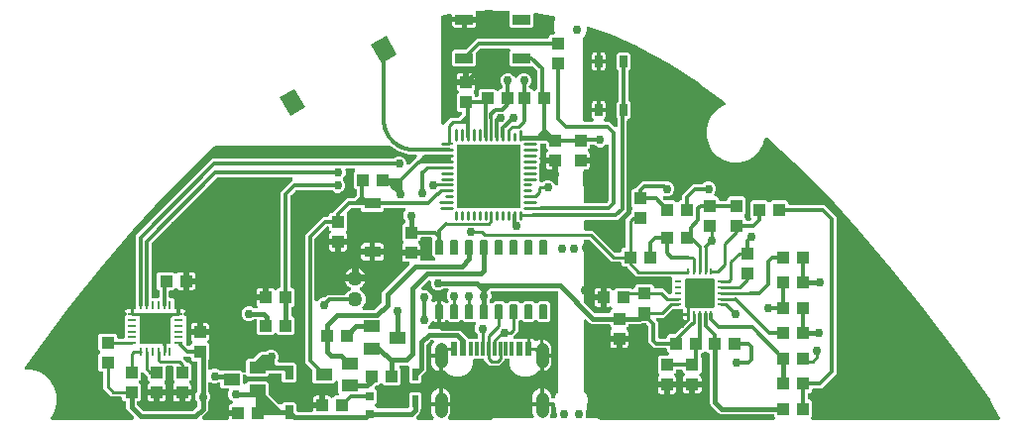
<source format=gbr>
G04 EAGLE Gerber RS-274X export*
G75*
%MOMM*%
%FSLAX34Y34*%
%LPD*%
%INTop Copper*%
%IPPOS*%
%AMOC8*
5,1,8,0,0,1.08239X$1,22.5*%
G01*
%ADD10R,1.000000X1.100000*%
%ADD11R,1.100000X1.000000*%
%ADD12R,0.520000X1.110000*%
%ADD13R,0.730000X1.210000*%
%ADD14R,1.500000X1.800000*%
%ADD15C,1.108000*%
%ADD16R,0.600000X1.150000*%
%ADD17R,0.300000X1.150000*%
%ADD18R,1.400000X1.000000*%
%ADD19R,1.400000X0.950000*%
%ADD20R,0.500000X0.250000*%
%ADD21R,0.250000X0.500000*%
%ADD22C,0.250000*%
%ADD23R,0.790000X0.260000*%
%ADD24R,0.260000X0.790000*%
%ADD25C,0.155000*%
%ADD26R,1.500000X0.900000*%
%ADD27C,1.270000*%
%ADD28R,0.650000X1.050000*%
%ADD29R,0.785000X0.242000*%
%ADD30C,0.242000*%
%ADD31R,5.500000X5.500000*%
%ADD32R,0.800000X0.800000*%
%ADD33C,0.406400*%
%ADD34C,0.756400*%
%ADD35C,0.254000*%
%ADD36C,0.304800*%

G36*
X429198Y9706D02*
X429198Y9706D01*
X429319Y9711D01*
X429370Y9726D01*
X429423Y9732D01*
X429538Y9773D01*
X429655Y9806D01*
X429701Y9831D01*
X429751Y9849D01*
X429854Y9915D01*
X429960Y9974D01*
X429999Y10009D01*
X430044Y10038D01*
X430129Y10126D01*
X430219Y10207D01*
X430249Y10251D01*
X430286Y10289D01*
X430349Y10393D01*
X430418Y10493D01*
X430438Y10542D01*
X430465Y10588D01*
X430502Y10704D01*
X430547Y10817D01*
X430555Y10869D01*
X430571Y10920D01*
X430581Y11041D01*
X430599Y11162D01*
X430595Y11214D01*
X430599Y11267D01*
X430581Y11388D01*
X430571Y11509D01*
X430553Y11574D01*
X430547Y11612D01*
X430530Y11655D01*
X430505Y11744D01*
X430393Y12045D01*
X430392Y12048D01*
X430391Y12051D01*
X430287Y12272D01*
X422058Y26661D01*
X422030Y26700D01*
X421980Y26784D01*
X394026Y66377D01*
X394015Y66390D01*
X394002Y66411D01*
X365911Y103965D01*
X365899Y103978D01*
X365883Y104001D01*
X337920Y139134D01*
X337906Y139148D01*
X337888Y139173D01*
X310076Y171845D01*
X310060Y171860D01*
X310040Y171887D01*
X282407Y202056D01*
X282388Y202072D01*
X282364Y202101D01*
X254943Y229720D01*
X254923Y229736D01*
X254894Y229768D01*
X232192Y250654D01*
X232156Y250680D01*
X232125Y250712D01*
X232016Y250782D01*
X231910Y250859D01*
X231869Y250876D01*
X231832Y250900D01*
X231709Y250944D01*
X231589Y250995D01*
X231546Y251002D01*
X231504Y251017D01*
X231374Y251032D01*
X231245Y251054D01*
X231201Y251051D01*
X231158Y251056D01*
X231028Y251041D01*
X230898Y251034D01*
X230855Y251021D01*
X230812Y251016D01*
X230689Y250972D01*
X230563Y250935D01*
X230525Y250913D01*
X230484Y250898D01*
X230374Y250827D01*
X230261Y250762D01*
X230228Y250732D01*
X230191Y250708D01*
X230101Y250614D01*
X230005Y250525D01*
X229980Y250489D01*
X229949Y250457D01*
X229883Y250345D01*
X229809Y250237D01*
X229794Y250196D01*
X229771Y250158D01*
X229689Y249927D01*
X228446Y245288D01*
X225134Y239551D01*
X220449Y234866D01*
X214712Y231554D01*
X208312Y229839D01*
X201688Y229839D01*
X195288Y231554D01*
X189551Y234866D01*
X184866Y239551D01*
X181554Y245288D01*
X179839Y251688D01*
X179839Y258312D01*
X181554Y264712D01*
X184866Y270449D01*
X189551Y275134D01*
X195397Y278509D01*
X195528Y278606D01*
X195660Y278701D01*
X195668Y278710D01*
X195677Y278717D01*
X195782Y278841D01*
X195890Y278963D01*
X195895Y278974D01*
X195903Y278982D01*
X195977Y279127D01*
X196053Y279271D01*
X196056Y279282D01*
X196062Y279293D01*
X196101Y279451D01*
X196143Y279608D01*
X196143Y279619D01*
X196146Y279631D01*
X196149Y279794D01*
X196154Y279956D01*
X196151Y279968D01*
X196151Y279979D01*
X196117Y280138D01*
X196085Y280298D01*
X196080Y280308D01*
X196077Y280320D01*
X196008Y280467D01*
X195940Y280615D01*
X195933Y280624D01*
X195928Y280635D01*
X195827Y280762D01*
X195727Y280891D01*
X195717Y280900D01*
X195711Y280907D01*
X195685Y280928D01*
X195543Y281052D01*
X174245Y296841D01*
X174215Y296858D01*
X174168Y296895D01*
X148058Y313848D01*
X148024Y313865D01*
X147968Y313902D01*
X122304Y328145D01*
X122266Y328160D01*
X122199Y328198D01*
X97026Y339724D01*
X96984Y339738D01*
X96906Y339773D01*
X79875Y345876D01*
X79840Y345884D01*
X79808Y345898D01*
X79671Y345924D01*
X79536Y345955D01*
X79500Y345955D01*
X79465Y345962D01*
X79326Y345955D01*
X79187Y345955D01*
X79152Y345947D01*
X79117Y345945D01*
X78983Y345908D01*
X78848Y345876D01*
X78816Y345860D01*
X78781Y345850D01*
X78660Y345783D01*
X78535Y345722D01*
X78508Y345699D01*
X78476Y345682D01*
X78373Y345589D01*
X78266Y345501D01*
X78244Y345472D01*
X78218Y345448D01*
X78139Y345334D01*
X78054Y345224D01*
X78039Y345191D01*
X78019Y345162D01*
X77968Y345033D01*
X77911Y344906D01*
X77904Y344871D01*
X77891Y344838D01*
X77870Y344701D01*
X77843Y344564D01*
X77844Y344529D01*
X77839Y344493D01*
X77850Y344249D01*
X77955Y343428D01*
X77826Y342954D01*
X77814Y342873D01*
X77792Y342795D01*
X77781Y342658D01*
X77774Y342609D01*
X77776Y342587D01*
X77773Y342551D01*
X77774Y342060D01*
X77249Y340787D01*
X77236Y340741D01*
X77188Y340607D01*
X76826Y339278D01*
X76526Y338890D01*
X76483Y338820D01*
X76433Y338756D01*
X76371Y338634D01*
X76345Y338591D01*
X76338Y338570D01*
X76322Y338538D01*
X76135Y338084D01*
X75163Y337109D01*
X75133Y337071D01*
X75037Y336965D01*
X74911Y336802D01*
X74894Y336775D01*
X74874Y336752D01*
X74804Y336626D01*
X74730Y336503D01*
X74721Y336474D01*
X74706Y336446D01*
X74667Y336308D01*
X74623Y336172D01*
X74620Y336141D01*
X74611Y336111D01*
X74592Y335867D01*
X74715Y265935D01*
X74718Y265911D01*
X74716Y265886D01*
X74738Y265738D01*
X74756Y265589D01*
X74764Y265566D01*
X74768Y265541D01*
X74823Y265402D01*
X74874Y265261D01*
X74887Y265240D01*
X74896Y265217D01*
X74982Y265095D01*
X75063Y264969D01*
X75081Y264951D01*
X75095Y264931D01*
X75206Y264831D01*
X75314Y264727D01*
X75336Y264714D01*
X75354Y264698D01*
X75485Y264625D01*
X75614Y264549D01*
X75637Y264541D01*
X75659Y264529D01*
X75803Y264489D01*
X75946Y264443D01*
X75971Y264441D01*
X75995Y264434D01*
X76238Y264415D01*
X81987Y264415D01*
X82087Y264426D01*
X82187Y264428D01*
X82259Y264446D01*
X82333Y264455D01*
X82428Y264488D01*
X82525Y264513D01*
X82591Y264547D01*
X82661Y264572D01*
X82746Y264627D01*
X82835Y264673D01*
X82891Y264721D01*
X82954Y264761D01*
X83024Y264833D01*
X83100Y264898D01*
X83144Y264958D01*
X83196Y265012D01*
X83248Y265098D01*
X83307Y265179D01*
X83337Y265247D01*
X83375Y265311D01*
X83406Y265406D01*
X83445Y265499D01*
X83459Y265572D01*
X83481Y265643D01*
X83489Y265743D01*
X83507Y265842D01*
X83503Y265916D01*
X83509Y265990D01*
X83494Y266089D01*
X83489Y266190D01*
X83468Y266261D01*
X83457Y266335D01*
X83420Y266428D01*
X83392Y266525D01*
X83356Y266590D01*
X83329Y266659D01*
X83271Y266741D01*
X83222Y266829D01*
X83157Y266905D01*
X83130Y266945D01*
X83103Y266969D01*
X83064Y267015D01*
X82516Y267563D01*
X82182Y268142D01*
X82009Y268788D01*
X82009Y272748D01*
X87698Y272748D01*
X87724Y272751D01*
X87750Y272749D01*
X87799Y272757D01*
X87901Y272748D01*
X93590Y272748D01*
X93590Y268788D01*
X93417Y268142D01*
X93083Y267563D01*
X92535Y267015D01*
X92473Y266937D01*
X92403Y266864D01*
X92365Y266800D01*
X92318Y266742D01*
X92275Y266651D01*
X92224Y266565D01*
X92201Y266494D01*
X92169Y266427D01*
X92148Y266329D01*
X92118Y266233D01*
X92112Y266159D01*
X92096Y266086D01*
X92098Y265986D01*
X92090Y265886D01*
X92101Y265812D01*
X92102Y265738D01*
X92127Y265641D01*
X92141Y265541D01*
X92169Y265472D01*
X92187Y265400D01*
X92233Y265311D01*
X92270Y265217D01*
X92313Y265156D01*
X92347Y265090D01*
X92412Y265013D01*
X92469Y264931D01*
X92524Y264881D01*
X92573Y264825D01*
X92653Y264765D01*
X92728Y264698D01*
X92793Y264662D01*
X92853Y264617D01*
X92945Y264578D01*
X93033Y264529D01*
X93105Y264509D01*
X93173Y264479D01*
X93272Y264462D01*
X93368Y264434D01*
X93468Y264426D01*
X93516Y264418D01*
X93552Y264420D01*
X93612Y264415D01*
X96934Y264415D01*
X101234Y260114D01*
X101313Y260052D01*
X101385Y259982D01*
X101449Y259944D01*
X101507Y259898D01*
X101598Y259855D01*
X101684Y259803D01*
X101755Y259781D01*
X101822Y259749D01*
X101920Y259728D01*
X102016Y259697D01*
X102090Y259691D01*
X102163Y259675D01*
X102263Y259677D01*
X102363Y259669D01*
X102437Y259680D01*
X102511Y259681D01*
X102609Y259706D01*
X102708Y259721D01*
X102777Y259748D01*
X102849Y259766D01*
X102939Y259812D01*
X103032Y259849D01*
X103093Y259892D01*
X103159Y259926D01*
X103236Y259991D01*
X103318Y260048D01*
X103368Y260104D01*
X103425Y260152D01*
X103484Y260233D01*
X103552Y260307D01*
X103588Y260372D01*
X103632Y260432D01*
X103672Y260524D01*
X103720Y260612D01*
X103740Y260684D01*
X103770Y260752D01*
X103788Y260851D01*
X103815Y260948D01*
X103823Y261048D01*
X103831Y261095D01*
X103830Y261131D01*
X103834Y261191D01*
X103834Y267114D01*
X103820Y267239D01*
X103813Y267365D01*
X103800Y267412D01*
X103795Y267460D01*
X103775Y267515D01*
X103774Y267518D01*
X103768Y267534D01*
X103752Y267579D01*
X103717Y267700D01*
X103693Y267742D01*
X103677Y267788D01*
X103651Y267828D01*
X103646Y267842D01*
X103605Y267900D01*
X103547Y268004D01*
X103509Y268049D01*
X103509Y280675D01*
X104789Y281955D01*
X104867Y282054D01*
X104952Y282148D01*
X104975Y282190D01*
X105005Y282228D01*
X105059Y282342D01*
X105120Y282453D01*
X105133Y282499D01*
X105154Y282543D01*
X105181Y282666D01*
X105215Y282788D01*
X105220Y282849D01*
X105227Y282884D01*
X105227Y282932D01*
X105235Y283032D01*
X105235Y307213D01*
X105220Y307339D01*
X105214Y307465D01*
X105200Y307512D01*
X105195Y307560D01*
X105152Y307678D01*
X105117Y307800D01*
X105094Y307842D01*
X105077Y307888D01*
X105009Y307994D01*
X104947Y308104D01*
X104908Y308150D01*
X104888Y308180D01*
X104854Y308214D01*
X104789Y308290D01*
X103509Y309570D01*
X103509Y322175D01*
X104997Y323663D01*
X113602Y323663D01*
X115090Y322175D01*
X115090Y309570D01*
X113810Y308290D01*
X113732Y308191D01*
X113647Y308098D01*
X113624Y308055D01*
X113594Y308017D01*
X113540Y307903D01*
X113479Y307792D01*
X113465Y307746D01*
X113445Y307702D01*
X113418Y307579D01*
X113384Y307457D01*
X113379Y307396D01*
X113371Y307362D01*
X113372Y307314D01*
X113364Y307213D01*
X113364Y283032D01*
X113379Y282906D01*
X113385Y282780D01*
X113399Y282734D01*
X113404Y282686D01*
X113447Y282567D01*
X113482Y282445D01*
X113505Y282403D01*
X113522Y282358D01*
X113590Y282251D01*
X113652Y282141D01*
X113691Y282095D01*
X113711Y282065D01*
X113745Y282031D01*
X113810Y281955D01*
X115090Y280675D01*
X115090Y268070D01*
X113602Y266582D01*
X113487Y266582D01*
X113461Y266579D01*
X113435Y266581D01*
X113288Y266559D01*
X113141Y266542D01*
X113116Y266533D01*
X113090Y266529D01*
X112953Y266475D01*
X112813Y266425D01*
X112791Y266410D01*
X112766Y266401D01*
X112645Y266316D01*
X112520Y266235D01*
X112502Y266217D01*
X112480Y266202D01*
X112381Y266092D01*
X112278Y265985D01*
X112264Y265962D01*
X112247Y265943D01*
X112175Y265813D01*
X112099Y265686D01*
X112091Y265661D01*
X112078Y265638D01*
X112038Y265495D01*
X111993Y265354D01*
X111991Y265328D01*
X111984Y265302D01*
X111964Y265059D01*
X111964Y188420D01*
X103799Y180255D01*
X76392Y180255D01*
X76364Y180252D01*
X76337Y180254D01*
X76191Y180232D01*
X76045Y180216D01*
X76019Y180206D01*
X75992Y180202D01*
X75856Y180148D01*
X75717Y180098D01*
X75694Y180083D01*
X75668Y180073D01*
X75548Y179989D01*
X75424Y179909D01*
X75405Y179889D01*
X75383Y179873D01*
X75284Y179764D01*
X75182Y179658D01*
X75168Y179635D01*
X75150Y179614D01*
X75079Y179485D01*
X75003Y179359D01*
X74995Y179333D01*
X74982Y179309D01*
X74942Y179167D01*
X74897Y179027D01*
X74895Y179000D01*
X74887Y178973D01*
X74868Y178730D01*
X74878Y172971D01*
X74881Y172947D01*
X74879Y172922D01*
X74901Y172774D01*
X74919Y172625D01*
X74927Y172602D01*
X74931Y172577D01*
X74986Y172438D01*
X75037Y172297D01*
X75051Y172276D01*
X75060Y172253D01*
X75145Y172131D01*
X75226Y172005D01*
X75244Y171987D01*
X75259Y171967D01*
X75369Y171867D01*
X75478Y171763D01*
X75499Y171750D01*
X75517Y171734D01*
X75648Y171661D01*
X75777Y171585D01*
X75801Y171577D01*
X75822Y171565D01*
X75966Y171525D01*
X76109Y171479D01*
X76134Y171477D01*
X76158Y171470D01*
X76402Y171451D01*
X82858Y171451D01*
X85537Y168773D01*
X85537Y168772D01*
X101462Y152847D01*
X101561Y152768D01*
X101655Y152684D01*
X101697Y152660D01*
X101735Y152630D01*
X101849Y152576D01*
X101960Y152515D01*
X102007Y152502D01*
X102050Y152481D01*
X102174Y152455D01*
X102296Y152420D01*
X102356Y152415D01*
X102391Y152408D01*
X102439Y152409D01*
X102539Y152401D01*
X105626Y152401D01*
X105652Y152404D01*
X105678Y152402D01*
X105825Y152424D01*
X105972Y152441D01*
X105997Y152449D01*
X106023Y152453D01*
X106161Y152508D01*
X106300Y152558D01*
X106322Y152572D01*
X106347Y152582D01*
X106468Y152667D01*
X106593Y152747D01*
X106611Y152766D01*
X106633Y152781D01*
X106732Y152891D01*
X106835Y152998D01*
X106849Y153020D01*
X106866Y153040D01*
X106938Y153170D01*
X107014Y153297D01*
X107022Y153322D01*
X107035Y153345D01*
X107075Y153488D01*
X107120Y153629D01*
X107122Y153655D01*
X107130Y153680D01*
X107149Y153924D01*
X107149Y155142D01*
X108638Y156631D01*
X109356Y156631D01*
X109382Y156634D01*
X109408Y156632D01*
X109555Y156654D01*
X109702Y156671D01*
X109727Y156679D01*
X109753Y156683D01*
X109891Y156738D01*
X110030Y156788D01*
X110052Y156802D01*
X110077Y156812D01*
X110198Y156897D01*
X110323Y156977D01*
X110341Y156996D01*
X110363Y157011D01*
X110462Y157121D01*
X110565Y157228D01*
X110579Y157250D01*
X110596Y157270D01*
X110668Y157400D01*
X110744Y157527D01*
X110752Y157552D01*
X110765Y157575D01*
X110805Y157718D01*
X110850Y157859D01*
X110852Y157885D01*
X110860Y157910D01*
X110879Y158154D01*
X110879Y181038D01*
X115203Y185362D01*
X115273Y185451D01*
X115285Y185463D01*
X115288Y185469D01*
X115366Y185555D01*
X115390Y185598D01*
X115420Y185635D01*
X115474Y185750D01*
X115535Y185860D01*
X115548Y185907D01*
X115569Y185950D01*
X115595Y186074D01*
X115630Y186196D01*
X115635Y186256D01*
X115642Y186291D01*
X115641Y186339D01*
X115649Y186439D01*
X115649Y188552D01*
X116520Y189423D01*
X116536Y189443D01*
X116556Y189460D01*
X116644Y189580D01*
X116736Y189696D01*
X116748Y189720D01*
X116763Y189741D01*
X116822Y189877D01*
X116885Y190011D01*
X116891Y190037D01*
X116901Y190061D01*
X116927Y190207D01*
X116959Y190352D01*
X116958Y190378D01*
X116963Y190404D01*
X116955Y190552D01*
X116953Y190700D01*
X116946Y190726D01*
X116945Y190752D01*
X116904Y190894D01*
X116868Y191038D01*
X116856Y191061D01*
X116848Y191087D01*
X116776Y191216D01*
X116708Y191348D01*
X116691Y191368D01*
X116678Y191391D01*
X116520Y191577D01*
X115649Y192448D01*
X115649Y205552D01*
X117138Y207041D01*
X118111Y207041D01*
X118237Y207055D01*
X118363Y207062D01*
X118410Y207075D01*
X118458Y207081D01*
X118577Y207123D01*
X118698Y207158D01*
X118740Y207182D01*
X118786Y207198D01*
X118892Y207267D01*
X119002Y207328D01*
X119048Y207368D01*
X119078Y207387D01*
X119112Y207422D01*
X119188Y207487D01*
X125316Y213615D01*
X145224Y213615D01*
X145265Y213592D01*
X145302Y213562D01*
X145417Y213508D01*
X145527Y213447D01*
X145574Y213434D01*
X145618Y213413D01*
X145741Y213387D01*
X145863Y213352D01*
X145923Y213347D01*
X145958Y213340D01*
X146006Y213341D01*
X146107Y213333D01*
X147308Y213333D01*
X149632Y212370D01*
X151410Y210592D01*
X152373Y208268D01*
X152373Y205752D01*
X151410Y203428D01*
X149632Y201650D01*
X147308Y200687D01*
X144731Y200687D01*
X144719Y200690D01*
X144600Y200724D01*
X144549Y200727D01*
X144500Y200737D01*
X144376Y200735D01*
X144251Y200741D01*
X144202Y200732D01*
X144151Y200731D01*
X144031Y200701D01*
X143909Y200679D01*
X143862Y200658D01*
X143813Y200646D01*
X143703Y200589D01*
X143589Y200540D01*
X143548Y200510D01*
X143504Y200487D01*
X143409Y200406D01*
X143309Y200332D01*
X143277Y200293D01*
X143238Y200261D01*
X143164Y200161D01*
X143084Y200066D01*
X143061Y200021D01*
X143031Y199980D01*
X142982Y199866D01*
X142925Y199756D01*
X142913Y199707D01*
X142893Y199660D01*
X142871Y199538D01*
X142841Y199418D01*
X142840Y199367D01*
X142831Y199317D01*
X142838Y199193D01*
X142836Y199069D01*
X142847Y199020D01*
X142849Y198969D01*
X142884Y198850D01*
X142910Y198729D01*
X142932Y198683D01*
X142946Y198635D01*
X143006Y198526D01*
X143060Y198414D01*
X143091Y198374D01*
X143116Y198330D01*
X143274Y198144D01*
X143701Y197717D01*
X143800Y197638D01*
X143894Y197554D01*
X143937Y197530D01*
X143974Y197500D01*
X144089Y197446D01*
X144199Y197385D01*
X144246Y197372D01*
X144290Y197351D01*
X144413Y197325D01*
X144535Y197290D01*
X144595Y197285D01*
X144630Y197278D01*
X144678Y197279D01*
X144779Y197271D01*
X152492Y197271D01*
X153863Y195900D01*
X153883Y195884D01*
X153900Y195864D01*
X154020Y195776D01*
X154136Y195684D01*
X154160Y195672D01*
X154181Y195657D01*
X154317Y195598D01*
X154451Y195535D01*
X154477Y195529D01*
X154501Y195519D01*
X154647Y195492D01*
X154792Y195461D01*
X154818Y195462D01*
X154844Y195457D01*
X154992Y195465D01*
X155140Y195467D01*
X155166Y195474D01*
X155192Y195475D01*
X155334Y195516D01*
X155478Y195552D01*
X155501Y195564D01*
X155527Y195572D01*
X155656Y195644D01*
X155788Y195712D01*
X155808Y195729D01*
X155831Y195742D01*
X156017Y195900D01*
X157388Y197271D01*
X157852Y197271D01*
X157878Y197274D01*
X157904Y197272D01*
X158051Y197294D01*
X158198Y197311D01*
X158223Y197319D01*
X158249Y197323D01*
X158387Y197378D01*
X158526Y197428D01*
X158548Y197442D01*
X158573Y197452D01*
X158694Y197537D01*
X158819Y197617D01*
X158837Y197636D01*
X158859Y197651D01*
X158958Y197761D01*
X159061Y197868D01*
X159075Y197890D01*
X159092Y197910D01*
X159164Y198040D01*
X159240Y198167D01*
X159248Y198192D01*
X159261Y198215D01*
X159301Y198358D01*
X159346Y198499D01*
X159348Y198525D01*
X159356Y198550D01*
X159375Y198794D01*
X159375Y201954D01*
X162202Y204781D01*
X165669Y208248D01*
X168496Y211075D01*
X176102Y211075D01*
X176228Y211089D01*
X176354Y211096D01*
X176400Y211109D01*
X176448Y211115D01*
X176567Y211157D01*
X176689Y211192D01*
X176731Y211216D01*
X176776Y211232D01*
X176883Y211301D01*
X176993Y211362D01*
X177039Y211402D01*
X177069Y211421D01*
X177103Y211456D01*
X177179Y211521D01*
X178028Y212370D01*
X180352Y213333D01*
X182868Y213333D01*
X185192Y212370D01*
X186970Y210592D01*
X187933Y208268D01*
X187933Y205752D01*
X186970Y203429D01*
X186833Y203291D01*
X186770Y203212D01*
X186701Y203140D01*
X186662Y203076D01*
X186616Y203018D01*
X186573Y202927D01*
X186522Y202841D01*
X186499Y202770D01*
X186467Y202703D01*
X186446Y202605D01*
X186415Y202509D01*
X186410Y202435D01*
X186394Y202362D01*
X186396Y202262D01*
X186388Y202162D01*
X186399Y202088D01*
X186400Y202014D01*
X186424Y201916D01*
X186439Y201817D01*
X186467Y201748D01*
X186485Y201676D01*
X186531Y201587D01*
X186568Y201493D01*
X186610Y201432D01*
X186644Y201366D01*
X186710Y201290D01*
X186767Y201207D01*
X186822Y201157D01*
X186870Y201101D01*
X186951Y201041D01*
X187026Y200974D01*
X187091Y200938D01*
X187151Y200893D01*
X187243Y200854D01*
X187331Y200805D01*
X187402Y200785D01*
X187471Y200755D01*
X187569Y200738D01*
X187666Y200710D01*
X187766Y200702D01*
X187814Y200694D01*
X187849Y200696D01*
X187910Y200691D01*
X188932Y200691D01*
X190421Y199202D01*
X190421Y198238D01*
X190424Y198212D01*
X190422Y198186D01*
X190444Y198039D01*
X190461Y197892D01*
X190469Y197867D01*
X190473Y197841D01*
X190528Y197703D01*
X190578Y197564D01*
X190592Y197542D01*
X190602Y197517D01*
X190687Y197396D01*
X190767Y197271D01*
X190786Y197253D01*
X190801Y197231D01*
X190911Y197132D01*
X191018Y197029D01*
X191040Y197015D01*
X191060Y196998D01*
X191190Y196926D01*
X191317Y196850D01*
X191342Y196842D01*
X191365Y196829D01*
X191508Y196789D01*
X191649Y196744D01*
X191675Y196742D01*
X191700Y196734D01*
X191944Y196715D01*
X196676Y196715D01*
X196702Y196718D01*
X196728Y196716D01*
X196875Y196738D01*
X197022Y196755D01*
X197047Y196763D01*
X197073Y196767D01*
X197211Y196822D01*
X197350Y196872D01*
X197372Y196886D01*
X197397Y196896D01*
X197518Y196981D01*
X197643Y197061D01*
X197661Y197080D01*
X197683Y197095D01*
X197782Y197205D01*
X197885Y197312D01*
X197899Y197334D01*
X197916Y197354D01*
X197988Y197484D01*
X198064Y197611D01*
X198072Y197636D01*
X198085Y197659D01*
X198125Y197802D01*
X198170Y197943D01*
X198172Y197969D01*
X198180Y197994D01*
X198199Y198238D01*
X198199Y199202D01*
X199688Y200691D01*
X211792Y200691D01*
X213281Y199202D01*
X213281Y186098D01*
X212410Y185227D01*
X212394Y185207D01*
X212374Y185190D01*
X212286Y185070D01*
X212194Y184954D01*
X212182Y184930D01*
X212167Y184909D01*
X212108Y184773D01*
X212045Y184639D01*
X212039Y184613D01*
X212029Y184589D01*
X212002Y184443D01*
X211971Y184298D01*
X211972Y184272D01*
X211967Y184246D01*
X211975Y184098D01*
X211977Y183950D01*
X211984Y183924D01*
X211985Y183898D01*
X212026Y183756D01*
X212062Y183612D01*
X212074Y183589D01*
X212082Y183563D01*
X212154Y183434D01*
X212222Y183302D01*
X212239Y183282D01*
X212252Y183259D01*
X212410Y183073D01*
X213281Y182202D01*
X213281Y181238D01*
X213284Y181212D01*
X213282Y181186D01*
X213304Y181039D01*
X213321Y180892D01*
X213329Y180867D01*
X213333Y180841D01*
X213388Y180703D01*
X213438Y180564D01*
X213452Y180542D01*
X213462Y180517D01*
X213547Y180396D01*
X213627Y180271D01*
X213646Y180253D01*
X213661Y180231D01*
X213771Y180132D01*
X213878Y180029D01*
X213900Y180015D01*
X213920Y179998D01*
X214050Y179926D01*
X214177Y179850D01*
X214202Y179842D01*
X214225Y179829D01*
X214368Y179789D01*
X214509Y179744D01*
X214535Y179742D01*
X214560Y179734D01*
X214804Y179715D01*
X216925Y179715D01*
X217024Y179726D01*
X217125Y179728D01*
X217197Y179746D01*
X217271Y179755D01*
X217366Y179788D01*
X217463Y179813D01*
X217529Y179847D01*
X217599Y179872D01*
X217683Y179927D01*
X217773Y179973D01*
X217829Y180021D01*
X217892Y180061D01*
X217962Y180133D01*
X218038Y180198D01*
X218082Y180258D01*
X218134Y180312D01*
X218186Y180398D01*
X218245Y180479D01*
X218275Y180547D01*
X218313Y180611D01*
X218343Y180706D01*
X218383Y180799D01*
X218396Y180872D01*
X218419Y180943D01*
X218427Y181043D01*
X218445Y181142D01*
X218441Y181216D01*
X218447Y181290D01*
X218432Y181389D01*
X218427Y181490D01*
X218406Y181561D01*
X218395Y181635D01*
X218358Y181728D01*
X218330Y181825D01*
X218294Y181890D01*
X218267Y181959D01*
X218209Y182041D01*
X218160Y182129D01*
X218095Y182205D01*
X218068Y182245D01*
X218041Y182269D01*
X218002Y182315D01*
X217639Y182678D01*
X217639Y195782D01*
X219128Y197271D01*
X231232Y197271D01*
X232603Y195900D01*
X232623Y195884D01*
X232640Y195864D01*
X232760Y195776D01*
X232876Y195684D01*
X232900Y195672D01*
X232921Y195657D01*
X233057Y195598D01*
X233191Y195535D01*
X233217Y195529D01*
X233241Y195519D01*
X233387Y195492D01*
X233532Y195461D01*
X233558Y195462D01*
X233584Y195457D01*
X233732Y195465D01*
X233880Y195467D01*
X233906Y195474D01*
X233932Y195475D01*
X234074Y195516D01*
X234218Y195552D01*
X234241Y195564D01*
X234267Y195572D01*
X234396Y195644D01*
X234528Y195712D01*
X234548Y195729D01*
X234571Y195742D01*
X234757Y195900D01*
X236128Y197271D01*
X248232Y197271D01*
X249721Y195782D01*
X249721Y194818D01*
X249724Y194792D01*
X249722Y194766D01*
X249744Y194619D01*
X249761Y194472D01*
X249769Y194447D01*
X249773Y194421D01*
X249828Y194283D01*
X249878Y194144D01*
X249892Y194122D01*
X249902Y194097D01*
X249987Y193976D01*
X250067Y193851D01*
X250086Y193833D01*
X250101Y193811D01*
X250211Y193712D01*
X250318Y193609D01*
X250340Y193595D01*
X250360Y193578D01*
X250490Y193506D01*
X250617Y193430D01*
X250642Y193422D01*
X250665Y193409D01*
X250808Y193369D01*
X250949Y193324D01*
X250975Y193322D01*
X251000Y193314D01*
X251244Y193295D01*
X281084Y193295D01*
X291085Y183294D01*
X291085Y49116D01*
X288258Y46289D01*
X278544Y36575D01*
X271564Y36575D01*
X271538Y36572D01*
X271512Y36574D01*
X271365Y36552D01*
X271218Y36535D01*
X271193Y36527D01*
X271167Y36523D01*
X271029Y36468D01*
X270890Y36418D01*
X270868Y36404D01*
X270843Y36394D01*
X270722Y36309D01*
X270597Y36229D01*
X270579Y36210D01*
X270557Y36195D01*
X270458Y36085D01*
X270355Y35978D01*
X270341Y35956D01*
X270324Y35936D01*
X270252Y35806D01*
X270176Y35679D01*
X270168Y35654D01*
X270155Y35631D01*
X270115Y35488D01*
X270070Y35347D01*
X270068Y35321D01*
X270060Y35296D01*
X270041Y35052D01*
X270041Y34088D01*
X268552Y32599D01*
X268088Y32599D01*
X268062Y32596D01*
X268036Y32598D01*
X267889Y32576D01*
X267742Y32559D01*
X267717Y32551D01*
X267691Y32547D01*
X267553Y32492D01*
X267414Y32442D01*
X267392Y32428D01*
X267367Y32418D01*
X267246Y32333D01*
X267121Y32253D01*
X267103Y32234D01*
X267081Y32219D01*
X266982Y32109D01*
X266879Y32002D01*
X266865Y31980D01*
X266848Y31960D01*
X266776Y31830D01*
X266700Y31703D01*
X266692Y31678D01*
X266679Y31655D01*
X266639Y31512D01*
X266594Y31371D01*
X266592Y31345D01*
X266584Y31320D01*
X266565Y31076D01*
X266565Y28614D01*
X266568Y28588D01*
X266566Y28562D01*
X266588Y28415D01*
X266605Y28268D01*
X266613Y28243D01*
X266617Y28217D01*
X266672Y28079D01*
X266722Y27940D01*
X266736Y27918D01*
X266746Y27893D01*
X266831Y27772D01*
X266911Y27647D01*
X266930Y27629D01*
X266945Y27607D01*
X267055Y27508D01*
X267162Y27405D01*
X267184Y27391D01*
X267204Y27374D01*
X267334Y27302D01*
X267461Y27226D01*
X267486Y27218D01*
X267509Y27205D01*
X267652Y27165D01*
X267793Y27120D01*
X267819Y27118D01*
X267844Y27110D01*
X268088Y27091D01*
X268552Y27091D01*
X270041Y25602D01*
X270041Y12498D01*
X269835Y12292D01*
X269773Y12214D01*
X269703Y12141D01*
X269665Y12077D01*
X269619Y12019D01*
X269576Y11928D01*
X269524Y11842D01*
X269502Y11771D01*
X269470Y11704D01*
X269449Y11606D01*
X269418Y11510D01*
X269412Y11436D01*
X269396Y11363D01*
X269398Y11263D01*
X269390Y11163D01*
X269401Y11089D01*
X269402Y11015D01*
X269427Y10918D01*
X269442Y10818D01*
X269469Y10749D01*
X269487Y10677D01*
X269533Y10588D01*
X269570Y10494D01*
X269613Y10433D01*
X269647Y10367D01*
X269712Y10290D01*
X269769Y10208D01*
X269824Y10158D01*
X269873Y10102D01*
X269954Y10042D01*
X270028Y9975D01*
X270093Y9939D01*
X270153Y9894D01*
X270245Y9855D01*
X270333Y9806D01*
X270405Y9786D01*
X270473Y9756D01*
X270572Y9739D01*
X270669Y9711D01*
X270769Y9703D01*
X270816Y9695D01*
X270852Y9697D01*
X270912Y9692D01*
X429077Y9692D01*
X429198Y9706D01*
G37*
G36*
X-157441Y16299D02*
X-157441Y16299D01*
X-157415Y16297D01*
X-157268Y16319D01*
X-157121Y16336D01*
X-157096Y16344D01*
X-157070Y16348D01*
X-156933Y16403D01*
X-156793Y16453D01*
X-156771Y16467D01*
X-156746Y16477D01*
X-156625Y16562D01*
X-156500Y16642D01*
X-156482Y16661D01*
X-156460Y16676D01*
X-156361Y16786D01*
X-156258Y16893D01*
X-156244Y16915D01*
X-156227Y16935D01*
X-156155Y17065D01*
X-156079Y17192D01*
X-156071Y17217D01*
X-156058Y17240D01*
X-156018Y17383D01*
X-155973Y17524D01*
X-155971Y17550D01*
X-155964Y17575D01*
X-155944Y17819D01*
X-155944Y19698D01*
X-149379Y19698D01*
X-149353Y19701D01*
X-149327Y19699D01*
X-149180Y19721D01*
X-149033Y19738D01*
X-149009Y19746D01*
X-148983Y19750D01*
X-148845Y19805D01*
X-148705Y19855D01*
X-148683Y19869D01*
X-148659Y19879D01*
X-148537Y19964D01*
X-148412Y20044D01*
X-148394Y20063D01*
X-148373Y20078D01*
X-148273Y20188D01*
X-148170Y20295D01*
X-148157Y20317D01*
X-148139Y20337D01*
X-148067Y20467D01*
X-147991Y20594D01*
X-147983Y20619D01*
X-147971Y20642D01*
X-147930Y20785D01*
X-147885Y20926D01*
X-147883Y20952D01*
X-147876Y20977D01*
X-147856Y21221D01*
X-147856Y21650D01*
X-147427Y21650D01*
X-147401Y21653D01*
X-147375Y21651D01*
X-147228Y21673D01*
X-147081Y21690D01*
X-147056Y21699D01*
X-147030Y21703D01*
X-146893Y21757D01*
X-146753Y21807D01*
X-146731Y21822D01*
X-146706Y21831D01*
X-146585Y21916D01*
X-146460Y21996D01*
X-146442Y22015D01*
X-146420Y22030D01*
X-146321Y22140D01*
X-146218Y22247D01*
X-146204Y22270D01*
X-146187Y22289D01*
X-146115Y22419D01*
X-146039Y22546D01*
X-146031Y22571D01*
X-146018Y22594D01*
X-145978Y22737D01*
X-145933Y22878D01*
X-145931Y22904D01*
X-145924Y22930D01*
X-145904Y23173D01*
X-145904Y30238D01*
X-143069Y30238D01*
X-142423Y30065D01*
X-141843Y29730D01*
X-141370Y29257D01*
X-141289Y29116D01*
X-141258Y29075D01*
X-141235Y29030D01*
X-141155Y28936D01*
X-141081Y28836D01*
X-141042Y28803D01*
X-141009Y28765D01*
X-140910Y28691D01*
X-140815Y28611D01*
X-140770Y28588D01*
X-140729Y28557D01*
X-140615Y28508D01*
X-140505Y28452D01*
X-140456Y28440D01*
X-140409Y28419D01*
X-140287Y28398D01*
X-140167Y28368D01*
X-140116Y28367D01*
X-140066Y28358D01*
X-139942Y28364D01*
X-139819Y28362D01*
X-139769Y28373D01*
X-139718Y28376D01*
X-139599Y28410D01*
X-139478Y28436D01*
X-139432Y28458D01*
X-139383Y28472D01*
X-139275Y28533D01*
X-139163Y28586D01*
X-139123Y28617D01*
X-139079Y28642D01*
X-138893Y28801D01*
X-137456Y30238D01*
X-135638Y30238D01*
X-135539Y30249D01*
X-135438Y30251D01*
X-135366Y30269D01*
X-135292Y30278D01*
X-135198Y30312D01*
X-135100Y30336D01*
X-135034Y30370D01*
X-134964Y30395D01*
X-134880Y30450D01*
X-134790Y30496D01*
X-134734Y30544D01*
X-134671Y30584D01*
X-134601Y30656D01*
X-134525Y30722D01*
X-134481Y30781D01*
X-134429Y30835D01*
X-134378Y30921D01*
X-134318Y31002D01*
X-134288Y31070D01*
X-134250Y31134D01*
X-134220Y31230D01*
X-134180Y31322D01*
X-134167Y31395D01*
X-134144Y31466D01*
X-134136Y31566D01*
X-134118Y31665D01*
X-134122Y31739D01*
X-134116Y31813D01*
X-134131Y31913D01*
X-134136Y32013D01*
X-134157Y32084D01*
X-134168Y32158D01*
X-134205Y32251D01*
X-134233Y32348D01*
X-134269Y32413D01*
X-134296Y32482D01*
X-134354Y32564D01*
X-134403Y32652D01*
X-134431Y32685D01*
X-134431Y41449D01*
X-134442Y41549D01*
X-134444Y41649D01*
X-134462Y41721D01*
X-134471Y41795D01*
X-134504Y41889D01*
X-134529Y41987D01*
X-134563Y42053D01*
X-134588Y42123D01*
X-134643Y42207D01*
X-134689Y42297D01*
X-134737Y42353D01*
X-134777Y42416D01*
X-134849Y42486D01*
X-134914Y42562D01*
X-134974Y42606D01*
X-135028Y42658D01*
X-135114Y42710D01*
X-135195Y42769D01*
X-135263Y42799D01*
X-135327Y42837D01*
X-135423Y42867D01*
X-135515Y42907D01*
X-135588Y42920D01*
X-135659Y42943D01*
X-135759Y42951D01*
X-135858Y42969D01*
X-135932Y42965D01*
X-136006Y42971D01*
X-136106Y42956D01*
X-136206Y42951D01*
X-136277Y42930D01*
X-136351Y42919D01*
X-136444Y42882D01*
X-136541Y42854D01*
X-136606Y42818D01*
X-136675Y42791D01*
X-136757Y42733D01*
X-136845Y42684D01*
X-136921Y42619D01*
X-136961Y42592D01*
X-136985Y42565D01*
X-137031Y42526D01*
X-138838Y40719D01*
X-154942Y40719D01*
X-156431Y42208D01*
X-156431Y51421D01*
X-156445Y51547D01*
X-156452Y51673D01*
X-156465Y51720D01*
X-156471Y51768D01*
X-156513Y51887D01*
X-156548Y52008D01*
X-156572Y52050D01*
X-156588Y52096D01*
X-156657Y52202D01*
X-156718Y52312D01*
X-156758Y52359D01*
X-156777Y52389D01*
X-156812Y52422D01*
X-156877Y52498D01*
X-159988Y55609D01*
X-162815Y58436D01*
X-162815Y168054D01*
X-147734Y183135D01*
X-143684Y183135D01*
X-143658Y183138D01*
X-143632Y183136D01*
X-143485Y183158D01*
X-143338Y183175D01*
X-143313Y183183D01*
X-143287Y183187D01*
X-143149Y183242D01*
X-143010Y183292D01*
X-142988Y183306D01*
X-142963Y183316D01*
X-142842Y183401D01*
X-142717Y183481D01*
X-142699Y183500D01*
X-142677Y183515D01*
X-142578Y183625D01*
X-142475Y183732D01*
X-142461Y183754D01*
X-142444Y183774D01*
X-142372Y183904D01*
X-142296Y184031D01*
X-142288Y184056D01*
X-142275Y184079D01*
X-142235Y184222D01*
X-142190Y184363D01*
X-142188Y184389D01*
X-142180Y184414D01*
X-142161Y184658D01*
X-142161Y185232D01*
X-140672Y186721D01*
X-139699Y186721D01*
X-139573Y186735D01*
X-139447Y186742D01*
X-139400Y186755D01*
X-139352Y186761D01*
X-139233Y186803D01*
X-139112Y186838D01*
X-139070Y186862D01*
X-139024Y186878D01*
X-138918Y186947D01*
X-138808Y187008D01*
X-138762Y187048D01*
X-138732Y187067D01*
X-138698Y187102D01*
X-138622Y187167D01*
X-126984Y198805D01*
X-121695Y198805D01*
X-121569Y198819D01*
X-121443Y198826D01*
X-121396Y198839D01*
X-121348Y198845D01*
X-121230Y198887D01*
X-121108Y198922D01*
X-121066Y198946D01*
X-121020Y198962D01*
X-120914Y199031D01*
X-120804Y199092D01*
X-120757Y199132D01*
X-120728Y199151D01*
X-120694Y199186D01*
X-120618Y199251D01*
X-119241Y200627D01*
X-119241Y200628D01*
X-118811Y201058D01*
X-118732Y201157D01*
X-118648Y201250D01*
X-118624Y201293D01*
X-118594Y201331D01*
X-118540Y201445D01*
X-118479Y201555D01*
X-118466Y201602D01*
X-118445Y201646D01*
X-118419Y201769D01*
X-118384Y201891D01*
X-118379Y201952D01*
X-118372Y201986D01*
X-118373Y202034D01*
X-118365Y202135D01*
X-118365Y205066D01*
X-118368Y205092D01*
X-118366Y205118D01*
X-118388Y205265D01*
X-118405Y205412D01*
X-118413Y205437D01*
X-118417Y205463D01*
X-118472Y205601D01*
X-118522Y205740D01*
X-118536Y205762D01*
X-118546Y205787D01*
X-118630Y205908D01*
X-118711Y206033D01*
X-118730Y206051D01*
X-118745Y206073D01*
X-118855Y206172D01*
X-118962Y206275D01*
X-118984Y206289D01*
X-119004Y206306D01*
X-119134Y206378D01*
X-119261Y206454D01*
X-119286Y206462D01*
X-119309Y206475D01*
X-119452Y206515D01*
X-119593Y206560D01*
X-119619Y206562D01*
X-119644Y206570D01*
X-119888Y206589D01*
X-119962Y206589D01*
X-121451Y208078D01*
X-121451Y221182D01*
X-120698Y221935D01*
X-120636Y222014D01*
X-120566Y222086D01*
X-120528Y222150D01*
X-120482Y222208D01*
X-120439Y222299D01*
X-120387Y222385D01*
X-120364Y222456D01*
X-120333Y222523D01*
X-120312Y222621D01*
X-120281Y222717D01*
X-120275Y222791D01*
X-120259Y222864D01*
X-120261Y222964D01*
X-120253Y223064D01*
X-120264Y223138D01*
X-120265Y223212D01*
X-120290Y223309D01*
X-120305Y223409D01*
X-120332Y223478D01*
X-120350Y223550D01*
X-120396Y223639D01*
X-120433Y223733D01*
X-120476Y223794D01*
X-120510Y223860D01*
X-120575Y223936D01*
X-120632Y224019D01*
X-120687Y224069D01*
X-120736Y224125D01*
X-120817Y224185D01*
X-120891Y224252D01*
X-120956Y224288D01*
X-121016Y224333D01*
X-121108Y224372D01*
X-121196Y224421D01*
X-121268Y224441D01*
X-121336Y224471D01*
X-121435Y224488D01*
X-121532Y224516D01*
X-121632Y224524D01*
X-121679Y224532D01*
X-121715Y224530D01*
X-121775Y224535D01*
X-126969Y224535D01*
X-127119Y224518D01*
X-127268Y224506D01*
X-127291Y224498D01*
X-127315Y224495D01*
X-127457Y224445D01*
X-127600Y224398D01*
X-127621Y224386D01*
X-127644Y224378D01*
X-127770Y224296D01*
X-127899Y224219D01*
X-127916Y224202D01*
X-127936Y224189D01*
X-128041Y224081D01*
X-128149Y223976D01*
X-128162Y223956D01*
X-128179Y223938D01*
X-128256Y223809D01*
X-128337Y223683D01*
X-128345Y223660D01*
X-128357Y223639D01*
X-128403Y223496D01*
X-128454Y223354D01*
X-128456Y223330D01*
X-128464Y223307D01*
X-128476Y223158D01*
X-128493Y223008D01*
X-128490Y222984D01*
X-128492Y222960D01*
X-128469Y222811D01*
X-128452Y222662D01*
X-128443Y222634D01*
X-128440Y222615D01*
X-128422Y222571D01*
X-128377Y222429D01*
X-128297Y222238D01*
X-128297Y219722D01*
X-129260Y217398D01*
X-130188Y216470D01*
X-130204Y216450D01*
X-130224Y216433D01*
X-130312Y216314D01*
X-130405Y216197D01*
X-130416Y216174D01*
X-130431Y216153D01*
X-130490Y216017D01*
X-130553Y215882D01*
X-130559Y215857D01*
X-130569Y215833D01*
X-130596Y215686D01*
X-130627Y215542D01*
X-130626Y215515D01*
X-130631Y215489D01*
X-130623Y215341D01*
X-130621Y215193D01*
X-130614Y215168D01*
X-130613Y215141D01*
X-130572Y214999D01*
X-130536Y214855D01*
X-130524Y214832D01*
X-130517Y214807D01*
X-130444Y214677D01*
X-130376Y214545D01*
X-130359Y214525D01*
X-130346Y214502D01*
X-130188Y214316D01*
X-129422Y213551D01*
X-128460Y211227D01*
X-128460Y208711D01*
X-129422Y206388D01*
X-131201Y204609D01*
X-133525Y203646D01*
X-136040Y203646D01*
X-138364Y204609D01*
X-139145Y205390D01*
X-139244Y205468D01*
X-139338Y205553D01*
X-139380Y205576D01*
X-139418Y205606D01*
X-139532Y205660D01*
X-139643Y205721D01*
X-139689Y205735D01*
X-139733Y205755D01*
X-139856Y205782D01*
X-139978Y205816D01*
X-140039Y205821D01*
X-140074Y205829D01*
X-140122Y205828D01*
X-140222Y205836D01*
X-170055Y205836D01*
X-170180Y205821D01*
X-170307Y205815D01*
X-170353Y205801D01*
X-170401Y205796D01*
X-170520Y205753D01*
X-170641Y205718D01*
X-170684Y205695D01*
X-170729Y205678D01*
X-170835Y205610D01*
X-170946Y205548D01*
X-170992Y205509D01*
X-171022Y205489D01*
X-171055Y205455D01*
X-171132Y205390D01*
X-174949Y201572D01*
X-175028Y201473D01*
X-175112Y201380D01*
X-175136Y201337D01*
X-175166Y201299D01*
X-175220Y201185D01*
X-175281Y201075D01*
X-175294Y201028D01*
X-175315Y200984D01*
X-175341Y200861D01*
X-175376Y200739D01*
X-175381Y200678D01*
X-175388Y200644D01*
X-175387Y200596D01*
X-175395Y200495D01*
X-175395Y123864D01*
X-175392Y123838D01*
X-175394Y123812D01*
X-175372Y123665D01*
X-175355Y123518D01*
X-175347Y123493D01*
X-175343Y123467D01*
X-175288Y123329D01*
X-175238Y123190D01*
X-175224Y123168D01*
X-175214Y123143D01*
X-175129Y123022D01*
X-175049Y122897D01*
X-175030Y122879D01*
X-175015Y122857D01*
X-174905Y122758D01*
X-174798Y122655D01*
X-174776Y122641D01*
X-174756Y122624D01*
X-174626Y122552D01*
X-174499Y122476D01*
X-174474Y122468D01*
X-174451Y122455D01*
X-174308Y122415D01*
X-174167Y122370D01*
X-174141Y122368D01*
X-174116Y122360D01*
X-173872Y122341D01*
X-173408Y122341D01*
X-171919Y120852D01*
X-171919Y107748D01*
X-173409Y106258D01*
X-173416Y106258D01*
X-173563Y106236D01*
X-173710Y106219D01*
X-173735Y106211D01*
X-173761Y106207D01*
X-173899Y106152D01*
X-174038Y106102D01*
X-174060Y106088D01*
X-174085Y106078D01*
X-174206Y105993D01*
X-174331Y105913D01*
X-174349Y105894D01*
X-174371Y105879D01*
X-174470Y105769D01*
X-174573Y105662D01*
X-174587Y105640D01*
X-174604Y105620D01*
X-174676Y105490D01*
X-174752Y105363D01*
X-174760Y105338D01*
X-174773Y105315D01*
X-174813Y105172D01*
X-174858Y105031D01*
X-174860Y105005D01*
X-174868Y104980D01*
X-174887Y104736D01*
X-174887Y99734D01*
X-174884Y99708D01*
X-174886Y99682D01*
X-174864Y99535D01*
X-174847Y99388D01*
X-174839Y99363D01*
X-174835Y99337D01*
X-174780Y99199D01*
X-174730Y99060D01*
X-174716Y99038D01*
X-174706Y99013D01*
X-174621Y98892D01*
X-174541Y98767D01*
X-174522Y98749D01*
X-174507Y98727D01*
X-174397Y98628D01*
X-174290Y98525D01*
X-174268Y98511D01*
X-174248Y98494D01*
X-174118Y98422D01*
X-173991Y98346D01*
X-173966Y98338D01*
X-173943Y98325D01*
X-173800Y98285D01*
X-173659Y98240D01*
X-173633Y98238D01*
X-173608Y98230D01*
X-173411Y98215D01*
X-171919Y96722D01*
X-171919Y83618D01*
X-173408Y82129D01*
X-185512Y82129D01*
X-186883Y83500D01*
X-186903Y83516D01*
X-186920Y83536D01*
X-187040Y83624D01*
X-187156Y83716D01*
X-187180Y83728D01*
X-187201Y83743D01*
X-187337Y83802D01*
X-187471Y83865D01*
X-187497Y83871D01*
X-187521Y83881D01*
X-187667Y83907D01*
X-187812Y83939D01*
X-187838Y83938D01*
X-187864Y83943D01*
X-188012Y83935D01*
X-188160Y83933D01*
X-188186Y83926D01*
X-188212Y83925D01*
X-188354Y83884D01*
X-188498Y83848D01*
X-188521Y83836D01*
X-188547Y83828D01*
X-188676Y83756D01*
X-188808Y83688D01*
X-188828Y83671D01*
X-188851Y83658D01*
X-189037Y83500D01*
X-190408Y82129D01*
X-202512Y82129D01*
X-204001Y83618D01*
X-204001Y94234D01*
X-204004Y94260D01*
X-204002Y94286D01*
X-204024Y94433D01*
X-204041Y94580D01*
X-204049Y94605D01*
X-204053Y94631D01*
X-204108Y94769D01*
X-204158Y94908D01*
X-204172Y94930D01*
X-204182Y94955D01*
X-204267Y95076D01*
X-204347Y95201D01*
X-204366Y95219D01*
X-204381Y95241D01*
X-204491Y95340D01*
X-204598Y95443D01*
X-204620Y95457D01*
X-204640Y95474D01*
X-204770Y95546D01*
X-204897Y95622D01*
X-204922Y95630D01*
X-204945Y95643D01*
X-205088Y95683D01*
X-205229Y95728D01*
X-205255Y95730D01*
X-205280Y95738D01*
X-205524Y95757D01*
X-205820Y95757D01*
X-205946Y95743D01*
X-206072Y95736D01*
X-206118Y95723D01*
X-206166Y95717D01*
X-206285Y95675D01*
X-206407Y95640D01*
X-206449Y95616D01*
X-206494Y95600D01*
X-206601Y95531D01*
X-206711Y95470D01*
X-206757Y95430D01*
X-206787Y95411D01*
X-206821Y95376D01*
X-206897Y95311D01*
X-207238Y94970D01*
X-209562Y94007D01*
X-212078Y94007D01*
X-214402Y94970D01*
X-216180Y96748D01*
X-217143Y99072D01*
X-217143Y101588D01*
X-216180Y103912D01*
X-214402Y105690D01*
X-212078Y106653D01*
X-209562Y106653D01*
X-207238Y105690D01*
X-206897Y105349D01*
X-206798Y105270D01*
X-206704Y105186D01*
X-206662Y105162D01*
X-206624Y105132D01*
X-206510Y105078D01*
X-206399Y105017D01*
X-206353Y105004D01*
X-206309Y104983D01*
X-206186Y104957D01*
X-206064Y104922D01*
X-206003Y104917D01*
X-205968Y104910D01*
X-205920Y104911D01*
X-205820Y104903D01*
X-204782Y104903D01*
X-204707Y104911D01*
X-204631Y104910D01*
X-204534Y104931D01*
X-204436Y104943D01*
X-204365Y104968D01*
X-204290Y104984D01*
X-204201Y105027D01*
X-204108Y105060D01*
X-204044Y105101D01*
X-203976Y105134D01*
X-203898Y105195D01*
X-203815Y105249D01*
X-203762Y105304D01*
X-203703Y105351D01*
X-203642Y105428D01*
X-203573Y105500D01*
X-203534Y105565D01*
X-203487Y105624D01*
X-203445Y105714D01*
X-203394Y105799D01*
X-203371Y105871D01*
X-203338Y105940D01*
X-203318Y106037D01*
X-203288Y106131D01*
X-203282Y106206D01*
X-203266Y106280D01*
X-203268Y106380D01*
X-203260Y106478D01*
X-203271Y106553D01*
X-203272Y106629D01*
X-203297Y106725D01*
X-203311Y106823D01*
X-203339Y106893D01*
X-203358Y106967D01*
X-203423Y107103D01*
X-203440Y107147D01*
X-203451Y107162D01*
X-203463Y107188D01*
X-203828Y107819D01*
X-204001Y108465D01*
X-204001Y111801D01*
X-197436Y111801D01*
X-197410Y111804D01*
X-197384Y111802D01*
X-197237Y111824D01*
X-197090Y111841D01*
X-197065Y111849D01*
X-197039Y111853D01*
X-196902Y111908D01*
X-196762Y111958D01*
X-196740Y111972D01*
X-196715Y111982D01*
X-196594Y112067D01*
X-196469Y112147D01*
X-196451Y112166D01*
X-196429Y112181D01*
X-196330Y112291D01*
X-196227Y112398D01*
X-196213Y112420D01*
X-196196Y112440D01*
X-196124Y112570D01*
X-196048Y112697D01*
X-196040Y112722D01*
X-196027Y112745D01*
X-195987Y112888D01*
X-195942Y113029D01*
X-195940Y113055D01*
X-195933Y113080D01*
X-195913Y113324D01*
X-195913Y113753D01*
X-195484Y113753D01*
X-195458Y113756D01*
X-195432Y113754D01*
X-195285Y113776D01*
X-195138Y113793D01*
X-195113Y113802D01*
X-195087Y113806D01*
X-194949Y113860D01*
X-194810Y113910D01*
X-194788Y113925D01*
X-194763Y113934D01*
X-194642Y114019D01*
X-194517Y114099D01*
X-194499Y114118D01*
X-194477Y114133D01*
X-194378Y114243D01*
X-194275Y114350D01*
X-194261Y114373D01*
X-194244Y114392D01*
X-194172Y114522D01*
X-194096Y114649D01*
X-194088Y114674D01*
X-194075Y114697D01*
X-194035Y114840D01*
X-193990Y114981D01*
X-193987Y115007D01*
X-193980Y115032D01*
X-193961Y115276D01*
X-193961Y122341D01*
X-191125Y122341D01*
X-190479Y122168D01*
X-189900Y121833D01*
X-189427Y121360D01*
X-189346Y121219D01*
X-189315Y121178D01*
X-189292Y121133D01*
X-189212Y121039D01*
X-189138Y120939D01*
X-189099Y120906D01*
X-189066Y120867D01*
X-188967Y120794D01*
X-188872Y120714D01*
X-188827Y120691D01*
X-188786Y120660D01*
X-188672Y120611D01*
X-188562Y120555D01*
X-188512Y120543D01*
X-188466Y120522D01*
X-188344Y120500D01*
X-188224Y120470D01*
X-188173Y120470D01*
X-188123Y120461D01*
X-187999Y120467D01*
X-187876Y120465D01*
X-187826Y120476D01*
X-187775Y120479D01*
X-187656Y120513D01*
X-187535Y120539D01*
X-187489Y120561D01*
X-187440Y120575D01*
X-187332Y120636D01*
X-187220Y120689D01*
X-187180Y120720D01*
X-187136Y120745D01*
X-186949Y120904D01*
X-185512Y122341D01*
X-185048Y122341D01*
X-185022Y122344D01*
X-184996Y122342D01*
X-184849Y122364D01*
X-184702Y122381D01*
X-184677Y122389D01*
X-184651Y122393D01*
X-184513Y122448D01*
X-184374Y122498D01*
X-184352Y122512D01*
X-184327Y122522D01*
X-184206Y122607D01*
X-184081Y122687D01*
X-184063Y122706D01*
X-184041Y122721D01*
X-183942Y122831D01*
X-183839Y122938D01*
X-183825Y122960D01*
X-183808Y122980D01*
X-183736Y123110D01*
X-183660Y123237D01*
X-183652Y123262D01*
X-183639Y123285D01*
X-183599Y123428D01*
X-183554Y123569D01*
X-183552Y123595D01*
X-183544Y123620D01*
X-183525Y123864D01*
X-183525Y204494D01*
X-176880Y211138D01*
X-173703Y214315D01*
X-173641Y214393D01*
X-173571Y214466D01*
X-173533Y214530D01*
X-173487Y214588D01*
X-173444Y214679D01*
X-173392Y214765D01*
X-173370Y214836D01*
X-173338Y214903D01*
X-173317Y215001D01*
X-173286Y215097D01*
X-173280Y215171D01*
X-173265Y215244D01*
X-173266Y215344D01*
X-173258Y215444D01*
X-173269Y215518D01*
X-173271Y215592D01*
X-173295Y215689D01*
X-173310Y215789D01*
X-173337Y215858D01*
X-173356Y215930D01*
X-173402Y216019D01*
X-173439Y216113D01*
X-173481Y216174D01*
X-173515Y216240D01*
X-173580Y216316D01*
X-173638Y216399D01*
X-173693Y216449D01*
X-173741Y216505D01*
X-173822Y216565D01*
X-173896Y216632D01*
X-173961Y216668D01*
X-174021Y216713D01*
X-174114Y216752D01*
X-174201Y216801D01*
X-174273Y216821D01*
X-174341Y216851D01*
X-174440Y216868D01*
X-174537Y216896D01*
X-174637Y216904D01*
X-174684Y216912D01*
X-174720Y216910D01*
X-174781Y216915D01*
X-237215Y216915D01*
X-237341Y216901D01*
X-237467Y216894D01*
X-237513Y216881D01*
X-237561Y216875D01*
X-237680Y216833D01*
X-237802Y216798D01*
X-237844Y216774D01*
X-237889Y216758D01*
X-237996Y216689D01*
X-238106Y216628D01*
X-238152Y216588D01*
X-238182Y216569D01*
X-238216Y216534D01*
X-238292Y216469D01*
X-293865Y160896D01*
X-293943Y160797D01*
X-294028Y160703D01*
X-294051Y160661D01*
X-294081Y160623D01*
X-294135Y160509D01*
X-294197Y160398D01*
X-294210Y160352D01*
X-294230Y160308D01*
X-294257Y160185D01*
X-294291Y160063D01*
X-294296Y160002D01*
X-294304Y159968D01*
X-294303Y159920D01*
X-294311Y159819D01*
X-294311Y115344D01*
X-294308Y115318D01*
X-294310Y115292D01*
X-294288Y115145D01*
X-294271Y114998D01*
X-294262Y114973D01*
X-294258Y114947D01*
X-294204Y114809D01*
X-294154Y114670D01*
X-294139Y114648D01*
X-294130Y114623D01*
X-294045Y114502D01*
X-293965Y114377D01*
X-293946Y114359D01*
X-293931Y114337D01*
X-293821Y114238D01*
X-293714Y114135D01*
X-293691Y114121D01*
X-293672Y114104D01*
X-293542Y114032D01*
X-293415Y113956D01*
X-293390Y113948D01*
X-293367Y113935D01*
X-293224Y113895D01*
X-293083Y113850D01*
X-293057Y113848D01*
X-293032Y113840D01*
X-292788Y113821D01*
X-288918Y113821D01*
X-288892Y113824D01*
X-288866Y113822D01*
X-288719Y113844D01*
X-288572Y113861D01*
X-288547Y113869D01*
X-288521Y113873D01*
X-288383Y113928D01*
X-288244Y113978D01*
X-288222Y113992D01*
X-288197Y114002D01*
X-288076Y114087D01*
X-287951Y114167D01*
X-287933Y114186D01*
X-287911Y114201D01*
X-287812Y114311D01*
X-287709Y114418D01*
X-287695Y114440D01*
X-287678Y114460D01*
X-287606Y114590D01*
X-287530Y114717D01*
X-287522Y114742D01*
X-287509Y114765D01*
X-287469Y114908D01*
X-287424Y115049D01*
X-287422Y115075D01*
X-287414Y115100D01*
X-287395Y115344D01*
X-287395Y119391D01*
X-287397Y119407D01*
X-287396Y119418D01*
X-287405Y119482D01*
X-287409Y119516D01*
X-287416Y119642D01*
X-287429Y119689D01*
X-287435Y119737D01*
X-287477Y119856D01*
X-287512Y119977D01*
X-287536Y120020D01*
X-287552Y120065D01*
X-287621Y120171D01*
X-287682Y120282D01*
X-287722Y120328D01*
X-287741Y120358D01*
X-287776Y120391D01*
X-287841Y120468D01*
X-289591Y122218D01*
X-289591Y134322D01*
X-288102Y135811D01*
X-274998Y135811D01*
X-274127Y134940D01*
X-274107Y134924D01*
X-274090Y134904D01*
X-273970Y134816D01*
X-273854Y134724D01*
X-273830Y134712D01*
X-273809Y134697D01*
X-273673Y134638D01*
X-273539Y134575D01*
X-273513Y134569D01*
X-273489Y134559D01*
X-273343Y134533D01*
X-273198Y134501D01*
X-273172Y134502D01*
X-273146Y134497D01*
X-272998Y134505D01*
X-272850Y134507D01*
X-272824Y134514D01*
X-272798Y134515D01*
X-272656Y134556D01*
X-272512Y134592D01*
X-272489Y134604D01*
X-272463Y134612D01*
X-272334Y134684D01*
X-272202Y134752D01*
X-272182Y134769D01*
X-272159Y134782D01*
X-271973Y134940D01*
X-271610Y135303D01*
X-271031Y135638D01*
X-270385Y135811D01*
X-267049Y135811D01*
X-267049Y129246D01*
X-267046Y129220D01*
X-267048Y129194D01*
X-267026Y129047D01*
X-267009Y128900D01*
X-267001Y128875D01*
X-266997Y128849D01*
X-266942Y128712D01*
X-266892Y128572D01*
X-266878Y128550D01*
X-266868Y128525D01*
X-266783Y128404D01*
X-266703Y128279D01*
X-266690Y128267D01*
X-266735Y128220D01*
X-266749Y128197D01*
X-266766Y128178D01*
X-266838Y128048D01*
X-266914Y127921D01*
X-266922Y127896D01*
X-266935Y127873D01*
X-266975Y127730D01*
X-267020Y127589D01*
X-267022Y127563D01*
X-267030Y127538D01*
X-267049Y127294D01*
X-267049Y120729D01*
X-270385Y120729D01*
X-271031Y120902D01*
X-271610Y121237D01*
X-271973Y121600D01*
X-271993Y121616D01*
X-272010Y121636D01*
X-272130Y121724D01*
X-272246Y121816D01*
X-272270Y121828D01*
X-272291Y121843D01*
X-272427Y121902D01*
X-272561Y121965D01*
X-272587Y121971D01*
X-272611Y121981D01*
X-272757Y122007D01*
X-272902Y122039D01*
X-272928Y122038D01*
X-272954Y122043D01*
X-273102Y122035D01*
X-273250Y122033D01*
X-273276Y122026D01*
X-273302Y122025D01*
X-273444Y121984D01*
X-273588Y121948D01*
X-273611Y121936D01*
X-273637Y121928D01*
X-273766Y121856D01*
X-273898Y121788D01*
X-273918Y121771D01*
X-273941Y121758D01*
X-274127Y121600D01*
X-274998Y120729D01*
X-277742Y120729D01*
X-277768Y120726D01*
X-277794Y120728D01*
X-277941Y120706D01*
X-278088Y120689D01*
X-278113Y120681D01*
X-278139Y120677D01*
X-278277Y120622D01*
X-278416Y120572D01*
X-278438Y120558D01*
X-278463Y120548D01*
X-278584Y120463D01*
X-278709Y120383D01*
X-278727Y120364D01*
X-278749Y120349D01*
X-278848Y120239D01*
X-278951Y120132D01*
X-278965Y120110D01*
X-278982Y120090D01*
X-279054Y119960D01*
X-279130Y119833D01*
X-279138Y119808D01*
X-279151Y119785D01*
X-279191Y119642D01*
X-279236Y119501D01*
X-279238Y119475D01*
X-279246Y119450D01*
X-279265Y119206D01*
X-279265Y115344D01*
X-279262Y115318D01*
X-279264Y115292D01*
X-279242Y115145D01*
X-279225Y114998D01*
X-279217Y114973D01*
X-279213Y114947D01*
X-279158Y114809D01*
X-279108Y114670D01*
X-279094Y114648D01*
X-279084Y114623D01*
X-278999Y114502D01*
X-278919Y114377D01*
X-278900Y114359D01*
X-278885Y114337D01*
X-278775Y114238D01*
X-278668Y114135D01*
X-278646Y114121D01*
X-278626Y114104D01*
X-278496Y114032D01*
X-278369Y113956D01*
X-278344Y113948D01*
X-278321Y113935D01*
X-278178Y113895D01*
X-278037Y113850D01*
X-278011Y113848D01*
X-277986Y113840D01*
X-277742Y113821D01*
X-275978Y113821D01*
X-274489Y112332D01*
X-274489Y105494D01*
X-274486Y105468D01*
X-274488Y105442D01*
X-274466Y105295D01*
X-274449Y105148D01*
X-274441Y105123D01*
X-274437Y105097D01*
X-274382Y104959D01*
X-274332Y104820D01*
X-274318Y104798D01*
X-274308Y104773D01*
X-274223Y104652D01*
X-274143Y104527D01*
X-274124Y104509D01*
X-274109Y104487D01*
X-273999Y104388D01*
X-273892Y104285D01*
X-273870Y104271D01*
X-273850Y104254D01*
X-273720Y104182D01*
X-273593Y104106D01*
X-273568Y104098D01*
X-273545Y104085D01*
X-273402Y104045D01*
X-273261Y104000D01*
X-273235Y103998D01*
X-273210Y103990D01*
X-272966Y103971D01*
X-272653Y103971D01*
X-272653Y100494D01*
X-272650Y100468D01*
X-272652Y100442D01*
X-272630Y100295D01*
X-272614Y100148D01*
X-272605Y100123D01*
X-272601Y100097D01*
X-272546Y99959D01*
X-272496Y99820D01*
X-272482Y99798D01*
X-272472Y99773D01*
X-272388Y99652D01*
X-272307Y99527D01*
X-272288Y99509D01*
X-272273Y99487D01*
X-272163Y99388D01*
X-272056Y99285D01*
X-272034Y99271D01*
X-272014Y99254D01*
X-271884Y99182D01*
X-271757Y99106D01*
X-271732Y99098D01*
X-271709Y99085D01*
X-271566Y99045D01*
X-271425Y99000D01*
X-271399Y98998D01*
X-271374Y98990D01*
X-271130Y98971D01*
X-271104Y98974D01*
X-271078Y98972D01*
X-270931Y98994D01*
X-270784Y99011D01*
X-270759Y99019D01*
X-270733Y99023D01*
X-270595Y99078D01*
X-270456Y99128D01*
X-270433Y99142D01*
X-270409Y99152D01*
X-270288Y99237D01*
X-270163Y99317D01*
X-270144Y99336D01*
X-270123Y99351D01*
X-270024Y99461D01*
X-269921Y99568D01*
X-269907Y99590D01*
X-269889Y99610D01*
X-269818Y99740D01*
X-269742Y99867D01*
X-269734Y99892D01*
X-269721Y99915D01*
X-269681Y100058D01*
X-269635Y100199D01*
X-269633Y100225D01*
X-269626Y100250D01*
X-269607Y100494D01*
X-269607Y103971D01*
X-266845Y103971D01*
X-266199Y103798D01*
X-265620Y103463D01*
X-265147Y102990D01*
X-264812Y102411D01*
X-264639Y101765D01*
X-264639Y101653D01*
X-265133Y101653D01*
X-265268Y101638D01*
X-265405Y101629D01*
X-265441Y101618D01*
X-265479Y101614D01*
X-265608Y101567D01*
X-265738Y101528D01*
X-265771Y101509D01*
X-265807Y101496D01*
X-265922Y101422D01*
X-266040Y101354D01*
X-266068Y101328D01*
X-266100Y101307D01*
X-266195Y101209D01*
X-266294Y101116D01*
X-266316Y101084D01*
X-266342Y101056D01*
X-266412Y100939D01*
X-266488Y100826D01*
X-266501Y100790D01*
X-266521Y100757D01*
X-266563Y100627D01*
X-266611Y100500D01*
X-266616Y100462D01*
X-266627Y100425D01*
X-266638Y100289D01*
X-266656Y100154D01*
X-266652Y100116D01*
X-266655Y100078D01*
X-266635Y99943D01*
X-266621Y99807D01*
X-266609Y99771D01*
X-266603Y99733D01*
X-266553Y99607D01*
X-266509Y99477D01*
X-266489Y99445D01*
X-266475Y99409D01*
X-266397Y99298D01*
X-266325Y99182D01*
X-266292Y99147D01*
X-266276Y99123D01*
X-266239Y99090D01*
X-266157Y99003D01*
X-266084Y98950D01*
X-266017Y98889D01*
X-265943Y98849D01*
X-265874Y98799D01*
X-265791Y98765D01*
X-265712Y98721D01*
X-265630Y98698D01*
X-265552Y98666D01*
X-265463Y98651D01*
X-265376Y98626D01*
X-265258Y98617D01*
X-265209Y98608D01*
X-265180Y98610D01*
X-265132Y98607D01*
X-264639Y98607D01*
X-264639Y98455D01*
X-264648Y98396D01*
X-264675Y98247D01*
X-264673Y98224D01*
X-264677Y98202D01*
X-264664Y98051D01*
X-264657Y97899D01*
X-264650Y97877D01*
X-264648Y97854D01*
X-264639Y97826D01*
X-264639Y75079D01*
X-264625Y74954D01*
X-264618Y74828D01*
X-264605Y74781D01*
X-264599Y74733D01*
X-264557Y74614D01*
X-264522Y74493D01*
X-264498Y74451D01*
X-264482Y74405D01*
X-264413Y74299D01*
X-264352Y74189D01*
X-264312Y74142D01*
X-264293Y74112D01*
X-264258Y74079D01*
X-264193Y74002D01*
X-263282Y73091D01*
X-263183Y73012D01*
X-263089Y72928D01*
X-263046Y72904D01*
X-263009Y72874D01*
X-262894Y72820D01*
X-262784Y72759D01*
X-262737Y72746D01*
X-262694Y72725D01*
X-262570Y72699D01*
X-262448Y72664D01*
X-262388Y72659D01*
X-262353Y72652D01*
X-262305Y72653D01*
X-262205Y72645D01*
X-262160Y72645D01*
X-262089Y72622D01*
X-262015Y72616D01*
X-261943Y72601D01*
X-261842Y72602D01*
X-261742Y72594D01*
X-261668Y72605D01*
X-261594Y72606D01*
X-261497Y72631D01*
X-261397Y72646D01*
X-261328Y72673D01*
X-261256Y72691D01*
X-261167Y72737D01*
X-261073Y72775D01*
X-261012Y72817D01*
X-260946Y72851D01*
X-260870Y72916D01*
X-260787Y72974D01*
X-260738Y73029D01*
X-260681Y73077D01*
X-260621Y73158D01*
X-260554Y73232D01*
X-260518Y73297D01*
X-260474Y73357D01*
X-260434Y73449D01*
X-260385Y73537D01*
X-260365Y73609D01*
X-260336Y73677D01*
X-260318Y73776D01*
X-260290Y73873D01*
X-260282Y73972D01*
X-260274Y74020D01*
X-260276Y74056D01*
X-260271Y74117D01*
X-260271Y74252D01*
X-259400Y75123D01*
X-259384Y75143D01*
X-259364Y75160D01*
X-259276Y75280D01*
X-259184Y75396D01*
X-259172Y75420D01*
X-259157Y75441D01*
X-259098Y75577D01*
X-259035Y75711D01*
X-259029Y75737D01*
X-259019Y75761D01*
X-258993Y75907D01*
X-258961Y76052D01*
X-258962Y76078D01*
X-258957Y76104D01*
X-258965Y76252D01*
X-258967Y76400D01*
X-258974Y76426D01*
X-258975Y76452D01*
X-259016Y76594D01*
X-259052Y76738D01*
X-259064Y76761D01*
X-259072Y76787D01*
X-259144Y76916D01*
X-259212Y77048D01*
X-259229Y77068D01*
X-259242Y77091D01*
X-259400Y77277D01*
X-259763Y77640D01*
X-260098Y78219D01*
X-260271Y78865D01*
X-260271Y82201D01*
X-253706Y82201D01*
X-253680Y82204D01*
X-253654Y82202D01*
X-253507Y82224D01*
X-253360Y82241D01*
X-253335Y82249D01*
X-253309Y82253D01*
X-253172Y82308D01*
X-253032Y82358D01*
X-253010Y82372D01*
X-252985Y82382D01*
X-252864Y82467D01*
X-252739Y82547D01*
X-252727Y82560D01*
X-252680Y82515D01*
X-252657Y82501D01*
X-252638Y82484D01*
X-252508Y82412D01*
X-252381Y82336D01*
X-252356Y82328D01*
X-252333Y82315D01*
X-252190Y82275D01*
X-252049Y82230D01*
X-252023Y82227D01*
X-251998Y82220D01*
X-251754Y82201D01*
X-245189Y82201D01*
X-245189Y78865D01*
X-245362Y78219D01*
X-245697Y77640D01*
X-246060Y77277D01*
X-246076Y77257D01*
X-246096Y77240D01*
X-246184Y77120D01*
X-246276Y77004D01*
X-246288Y76980D01*
X-246303Y76959D01*
X-246362Y76823D01*
X-246425Y76689D01*
X-246431Y76663D01*
X-246441Y76639D01*
X-246467Y76493D01*
X-246499Y76348D01*
X-246498Y76322D01*
X-246503Y76296D01*
X-246495Y76147D01*
X-246493Y76000D01*
X-246486Y75974D01*
X-246485Y75948D01*
X-246444Y75806D01*
X-246408Y75662D01*
X-246396Y75639D01*
X-246388Y75613D01*
X-246316Y75484D01*
X-246248Y75352D01*
X-246231Y75332D01*
X-246218Y75309D01*
X-246060Y75123D01*
X-245189Y74252D01*
X-245189Y61143D01*
X-245250Y61067D01*
X-245334Y60973D01*
X-245358Y60931D01*
X-245388Y60893D01*
X-245442Y60779D01*
X-245503Y60668D01*
X-245516Y60621D01*
X-245537Y60578D01*
X-245563Y60454D01*
X-245598Y60332D01*
X-245603Y60272D01*
X-245610Y60237D01*
X-245609Y60189D01*
X-245617Y60089D01*
X-245617Y53799D01*
X-245600Y53650D01*
X-245588Y53500D01*
X-245580Y53477D01*
X-245577Y53453D01*
X-245527Y53312D01*
X-245481Y53168D01*
X-245468Y53148D01*
X-245460Y53125D01*
X-245378Y52998D01*
X-245301Y52870D01*
X-245284Y52852D01*
X-245271Y52832D01*
X-245163Y52727D01*
X-245058Y52620D01*
X-245038Y52607D01*
X-245020Y52590D01*
X-244891Y52513D01*
X-244765Y52431D01*
X-244742Y52423D01*
X-244721Y52411D01*
X-244578Y52365D01*
X-244436Y52315D01*
X-244412Y52312D01*
X-244389Y52305D01*
X-244240Y52293D01*
X-244090Y52276D01*
X-244066Y52279D01*
X-244042Y52277D01*
X-243893Y52299D01*
X-243744Y52317D01*
X-243716Y52326D01*
X-243697Y52328D01*
X-243653Y52346D01*
X-243511Y52392D01*
X-241288Y53313D01*
X-238772Y53313D01*
X-236448Y52350D01*
X-236107Y52009D01*
X-236008Y51930D01*
X-235914Y51846D01*
X-235872Y51822D01*
X-235834Y51792D01*
X-235720Y51738D01*
X-235609Y51677D01*
X-235563Y51664D01*
X-235519Y51643D01*
X-235396Y51617D01*
X-235274Y51582D01*
X-235213Y51577D01*
X-235178Y51570D01*
X-235130Y51571D01*
X-235030Y51563D01*
X-234741Y51563D01*
X-234616Y51577D01*
X-234490Y51584D01*
X-234443Y51597D01*
X-234395Y51603D01*
X-234276Y51645D01*
X-234155Y51680D01*
X-234113Y51704D01*
X-234067Y51720D01*
X-233961Y51789D01*
X-233851Y51850D01*
X-233804Y51890D01*
X-233774Y51909D01*
X-233741Y51944D01*
X-233686Y51991D01*
X-217578Y51991D01*
X-215771Y50184D01*
X-215693Y50122D01*
X-215620Y50052D01*
X-215556Y50014D01*
X-215498Y49968D01*
X-215407Y49925D01*
X-215321Y49873D01*
X-215250Y49850D01*
X-215183Y49819D01*
X-215085Y49798D01*
X-214989Y49767D01*
X-214915Y49761D01*
X-214842Y49745D01*
X-214742Y49747D01*
X-214642Y49739D01*
X-214568Y49750D01*
X-214494Y49751D01*
X-214397Y49776D01*
X-214297Y49791D01*
X-214228Y49818D01*
X-214156Y49836D01*
X-214067Y49882D01*
X-213973Y49919D01*
X-213912Y49962D01*
X-213846Y49996D01*
X-213770Y50061D01*
X-213687Y50118D01*
X-213637Y50173D01*
X-213581Y50222D01*
X-213521Y50303D01*
X-213454Y50377D01*
X-213418Y50442D01*
X-213373Y50502D01*
X-213334Y50594D01*
X-213285Y50682D01*
X-213265Y50754D01*
X-213235Y50822D01*
X-213218Y50921D01*
X-213190Y51018D01*
X-213182Y51118D01*
X-213174Y51165D01*
X-213176Y51201D01*
X-213171Y51261D01*
X-213171Y60002D01*
X-211682Y61491D01*
X-208497Y61491D01*
X-208371Y61505D01*
X-208245Y61512D01*
X-208199Y61525D01*
X-208151Y61531D01*
X-208032Y61573D01*
X-207910Y61608D01*
X-207868Y61632D01*
X-207823Y61648D01*
X-207716Y61717D01*
X-207606Y61778D01*
X-207560Y61818D01*
X-207530Y61837D01*
X-207496Y61872D01*
X-207420Y61937D01*
X-201980Y67377D01*
X-200300Y68073D01*
X-196770Y68073D01*
X-196644Y68087D01*
X-196518Y68094D01*
X-196472Y68107D01*
X-196424Y68113D01*
X-196305Y68155D01*
X-196183Y68190D01*
X-196141Y68214D01*
X-196096Y68230D01*
X-195989Y68299D01*
X-195879Y68360D01*
X-195833Y68400D01*
X-195803Y68419D01*
X-195769Y68454D01*
X-195693Y68519D01*
X-195352Y68860D01*
X-193028Y69823D01*
X-190512Y69823D01*
X-188188Y68860D01*
X-186410Y67082D01*
X-185447Y64758D01*
X-185447Y62242D01*
X-186116Y60629D01*
X-186157Y60484D01*
X-186203Y60341D01*
X-186205Y60317D01*
X-186211Y60294D01*
X-186219Y60143D01*
X-186231Y59994D01*
X-186227Y59970D01*
X-186228Y59946D01*
X-186201Y59798D01*
X-186179Y59649D01*
X-186170Y59627D01*
X-186166Y59603D01*
X-186106Y59465D01*
X-186050Y59325D01*
X-186036Y59305D01*
X-186027Y59283D01*
X-185937Y59162D01*
X-185851Y59039D01*
X-185833Y59023D01*
X-185819Y59003D01*
X-185704Y58906D01*
X-185592Y58806D01*
X-185571Y58794D01*
X-185553Y58778D01*
X-185419Y58710D01*
X-185287Y58637D01*
X-185264Y58631D01*
X-185243Y58620D01*
X-185097Y58583D01*
X-184952Y58542D01*
X-184923Y58540D01*
X-184904Y58535D01*
X-184857Y58535D01*
X-184708Y58523D01*
X-179748Y58523D01*
X-179592Y58479D01*
X-179425Y58431D01*
X-179423Y58431D01*
X-179421Y58430D01*
X-179177Y58411D01*
X-171828Y58411D01*
X-170339Y56922D01*
X-170339Y42718D01*
X-171828Y41229D01*
X-181232Y41229D01*
X-182721Y42718D01*
X-182721Y47854D01*
X-182724Y47880D01*
X-182722Y47906D01*
X-182744Y48053D01*
X-182761Y48200D01*
X-182769Y48225D01*
X-182773Y48251D01*
X-182828Y48389D01*
X-182878Y48528D01*
X-182892Y48550D01*
X-182902Y48575D01*
X-182987Y48696D01*
X-183067Y48821D01*
X-183086Y48839D01*
X-183101Y48861D01*
X-183211Y48960D01*
X-183318Y49063D01*
X-183340Y49077D01*
X-183360Y49094D01*
X-183490Y49166D01*
X-183617Y49242D01*
X-183642Y49250D01*
X-183665Y49263D01*
X-183808Y49303D01*
X-183949Y49348D01*
X-183975Y49350D01*
X-184000Y49358D01*
X-184244Y49377D01*
X-192566Y49377D01*
X-192592Y49374D01*
X-192618Y49376D01*
X-192765Y49354D01*
X-192912Y49337D01*
X-192937Y49329D01*
X-192963Y49325D01*
X-193101Y49270D01*
X-193240Y49220D01*
X-193262Y49206D01*
X-193287Y49196D01*
X-193408Y49111D01*
X-193533Y49031D01*
X-193551Y49012D01*
X-193573Y48997D01*
X-193672Y48887D01*
X-193775Y48780D01*
X-193789Y48758D01*
X-193806Y48738D01*
X-193878Y48608D01*
X-193954Y48481D01*
X-193962Y48456D01*
X-193975Y48433D01*
X-194015Y48290D01*
X-194060Y48149D01*
X-194062Y48123D01*
X-194070Y48098D01*
X-194085Y47901D01*
X-195578Y46409D01*
X-211682Y46409D01*
X-213489Y48216D01*
X-213567Y48278D01*
X-213640Y48348D01*
X-213704Y48386D01*
X-213762Y48432D01*
X-213853Y48475D01*
X-213939Y48527D01*
X-214010Y48550D01*
X-214077Y48581D01*
X-214175Y48602D01*
X-214271Y48633D01*
X-214345Y48639D01*
X-214418Y48655D01*
X-214518Y48653D01*
X-214618Y48661D01*
X-214692Y48650D01*
X-214766Y48649D01*
X-214863Y48624D01*
X-214963Y48609D01*
X-215032Y48582D01*
X-215104Y48564D01*
X-215193Y48518D01*
X-215287Y48481D01*
X-215348Y48438D01*
X-215414Y48404D01*
X-215490Y48339D01*
X-215573Y48282D01*
X-215623Y48227D01*
X-215679Y48178D01*
X-215739Y48097D01*
X-215806Y48023D01*
X-215842Y47958D01*
X-215887Y47898D01*
X-215926Y47806D01*
X-215975Y47718D01*
X-215995Y47646D01*
X-216025Y47578D01*
X-216042Y47479D01*
X-216070Y47382D01*
X-216078Y47282D01*
X-216086Y47235D01*
X-216084Y47199D01*
X-216089Y47139D01*
X-216089Y41761D01*
X-216078Y41661D01*
X-216076Y41561D01*
X-216058Y41489D01*
X-216049Y41415D01*
X-216016Y41321D01*
X-215991Y41223D01*
X-215957Y41157D01*
X-215932Y41087D01*
X-215877Y41003D01*
X-215831Y40913D01*
X-215783Y40857D01*
X-215743Y40794D01*
X-215671Y40724D01*
X-215606Y40648D01*
X-215546Y40604D01*
X-215492Y40552D01*
X-215406Y40500D01*
X-215325Y40441D01*
X-215257Y40411D01*
X-215193Y40373D01*
X-215097Y40343D01*
X-215005Y40303D01*
X-214932Y40290D01*
X-214861Y40267D01*
X-214761Y40259D01*
X-214662Y40241D01*
X-214588Y40245D01*
X-214514Y40239D01*
X-214414Y40254D01*
X-214314Y40259D01*
X-214243Y40280D01*
X-214169Y40291D01*
X-214076Y40328D01*
X-213979Y40356D01*
X-213914Y40392D01*
X-213845Y40419D01*
X-213763Y40477D01*
X-213675Y40526D01*
X-213599Y40591D01*
X-213559Y40618D01*
X-213535Y40645D01*
X-213489Y40684D01*
X-211682Y42491D01*
X-195578Y42491D01*
X-194089Y41002D01*
X-194089Y32507D01*
X-194088Y32495D01*
X-194088Y32488D01*
X-194083Y32452D01*
X-194075Y32381D01*
X-194068Y32255D01*
X-194055Y32209D01*
X-194049Y32161D01*
X-194007Y32042D01*
X-193972Y31920D01*
X-193948Y31878D01*
X-193932Y31833D01*
X-193863Y31726D01*
X-193802Y31616D01*
X-193762Y31570D01*
X-193743Y31540D01*
X-193708Y31506D01*
X-193643Y31430D01*
X-185205Y22992D01*
X-185185Y22976D01*
X-185168Y22956D01*
X-185048Y22868D01*
X-184932Y22775D01*
X-184909Y22764D01*
X-184887Y22749D01*
X-184751Y22690D01*
X-184617Y22627D01*
X-184591Y22621D01*
X-184567Y22611D01*
X-184421Y22584D01*
X-184276Y22553D01*
X-184250Y22554D01*
X-184224Y22549D01*
X-184076Y22557D01*
X-183928Y22559D01*
X-183903Y22566D01*
X-183876Y22567D01*
X-183734Y22608D01*
X-183590Y22644D01*
X-183567Y22656D01*
X-183541Y22663D01*
X-183412Y22736D01*
X-183280Y22804D01*
X-183260Y22821D01*
X-183237Y22834D01*
X-183051Y22992D01*
X-181232Y24811D01*
X-171828Y24811D01*
X-170339Y23322D01*
X-170339Y17819D01*
X-170336Y17793D01*
X-170338Y17767D01*
X-170316Y17620D01*
X-170299Y17473D01*
X-170291Y17448D01*
X-170287Y17422D01*
X-170232Y17284D01*
X-170182Y17145D01*
X-170168Y17123D01*
X-170158Y17098D01*
X-170073Y16977D01*
X-169993Y16852D01*
X-169974Y16834D01*
X-169959Y16812D01*
X-169849Y16713D01*
X-169742Y16610D01*
X-169720Y16596D01*
X-169700Y16579D01*
X-169570Y16507D01*
X-169443Y16431D01*
X-169418Y16423D01*
X-169395Y16410D01*
X-169252Y16370D01*
X-169111Y16325D01*
X-169085Y16323D01*
X-169060Y16315D01*
X-168816Y16296D01*
X-157467Y16296D01*
X-157441Y16299D01*
G37*
G36*
X-310176Y9703D02*
X-310176Y9703D01*
X-310076Y9705D01*
X-310004Y9723D01*
X-309930Y9732D01*
X-309835Y9765D01*
X-309738Y9790D01*
X-309672Y9824D01*
X-309602Y9849D01*
X-309517Y9904D01*
X-309428Y9950D01*
X-309371Y9998D01*
X-309309Y10038D01*
X-309239Y10110D01*
X-309163Y10175D01*
X-309118Y10235D01*
X-309067Y10289D01*
X-309015Y10375D01*
X-308955Y10456D01*
X-308926Y10524D01*
X-308888Y10588D01*
X-308857Y10684D01*
X-308817Y10776D01*
X-308804Y10849D01*
X-308782Y10920D01*
X-308774Y11020D01*
X-308756Y11119D01*
X-308760Y11193D01*
X-308754Y11267D01*
X-308769Y11367D01*
X-308774Y11467D01*
X-308794Y11538D01*
X-308805Y11612D01*
X-308842Y11705D01*
X-308870Y11802D01*
X-308907Y11867D01*
X-308934Y11936D01*
X-308991Y12018D01*
X-309040Y12106D01*
X-309106Y12182D01*
X-309133Y12222D01*
X-309159Y12246D01*
X-309199Y12292D01*
X-313526Y16619D01*
X-315027Y18120D01*
X-315723Y19800D01*
X-315723Y24346D01*
X-315726Y24372D01*
X-315724Y24398D01*
X-315746Y24545D01*
X-315763Y24692D01*
X-315771Y24717D01*
X-315775Y24743D01*
X-315830Y24881D01*
X-315880Y25020D01*
X-315894Y25042D01*
X-315904Y25067D01*
X-315989Y25188D01*
X-316069Y25313D01*
X-316088Y25331D01*
X-316103Y25353D01*
X-316213Y25452D01*
X-316320Y25555D01*
X-316342Y25569D01*
X-316362Y25586D01*
X-316492Y25658D01*
X-316619Y25734D01*
X-316644Y25742D01*
X-316667Y25755D01*
X-316810Y25795D01*
X-316951Y25840D01*
X-316977Y25842D01*
X-317002Y25850D01*
X-317246Y25869D01*
X-317702Y25869D01*
X-319191Y27358D01*
X-319191Y28076D01*
X-319194Y28102D01*
X-319192Y28128D01*
X-319214Y28275D01*
X-319231Y28422D01*
X-319239Y28447D01*
X-319243Y28473D01*
X-319298Y28611D01*
X-319348Y28750D01*
X-319362Y28772D01*
X-319372Y28797D01*
X-319457Y28918D01*
X-319537Y29043D01*
X-319556Y29061D01*
X-319571Y29083D01*
X-319681Y29182D01*
X-319788Y29285D01*
X-319810Y29299D01*
X-319830Y29316D01*
X-319960Y29388D01*
X-320087Y29464D01*
X-320112Y29472D01*
X-320135Y29485D01*
X-320278Y29525D01*
X-320419Y29570D01*
X-320445Y29572D01*
X-320470Y29580D01*
X-320714Y29599D01*
X-328358Y29599D01*
X-332602Y33843D01*
X-335281Y36522D01*
X-335281Y49746D01*
X-335284Y49772D01*
X-335282Y49798D01*
X-335304Y49945D01*
X-335321Y50092D01*
X-335329Y50117D01*
X-335333Y50143D01*
X-335388Y50281D01*
X-335438Y50420D01*
X-335452Y50442D01*
X-335462Y50467D01*
X-335547Y50588D01*
X-335627Y50713D01*
X-335646Y50731D01*
X-335661Y50753D01*
X-335771Y50852D01*
X-335878Y50955D01*
X-335900Y50969D01*
X-335920Y50986D01*
X-336050Y51058D01*
X-336177Y51134D01*
X-336202Y51142D01*
X-336225Y51155D01*
X-336368Y51195D01*
X-336509Y51240D01*
X-336535Y51242D01*
X-336560Y51250D01*
X-336804Y51269D01*
X-338022Y51269D01*
X-339511Y52758D01*
X-339511Y64862D01*
X-338140Y66233D01*
X-338124Y66253D01*
X-338104Y66270D01*
X-338016Y66390D01*
X-337924Y66506D01*
X-337912Y66530D01*
X-337897Y66551D01*
X-337838Y66687D01*
X-337775Y66821D01*
X-337769Y66847D01*
X-337759Y66871D01*
X-337733Y67017D01*
X-337701Y67162D01*
X-337702Y67188D01*
X-337697Y67214D01*
X-337705Y67362D01*
X-337707Y67510D01*
X-337714Y67536D01*
X-337715Y67562D01*
X-337756Y67704D01*
X-337792Y67848D01*
X-337804Y67871D01*
X-337812Y67897D01*
X-337884Y68026D01*
X-337952Y68158D01*
X-337969Y68178D01*
X-337982Y68201D01*
X-338140Y68387D01*
X-339511Y69758D01*
X-339511Y81862D01*
X-338022Y83351D01*
X-324918Y83351D01*
X-323429Y81862D01*
X-323429Y80464D01*
X-323426Y80438D01*
X-323428Y80412D01*
X-323406Y80265D01*
X-323389Y80118D01*
X-323381Y80093D01*
X-323377Y80067D01*
X-323322Y79929D01*
X-323272Y79790D01*
X-323258Y79768D01*
X-323248Y79743D01*
X-323163Y79622D01*
X-323083Y79497D01*
X-323064Y79479D01*
X-323049Y79457D01*
X-322939Y79358D01*
X-322832Y79255D01*
X-322810Y79241D01*
X-322790Y79224D01*
X-322660Y79152D01*
X-322533Y79076D01*
X-322508Y79068D01*
X-322485Y79055D01*
X-322342Y79015D01*
X-322201Y78970D01*
X-322175Y78968D01*
X-322150Y78960D01*
X-321906Y78941D01*
X-318544Y78941D01*
X-318518Y78944D01*
X-318492Y78942D01*
X-318345Y78964D01*
X-318198Y78981D01*
X-318173Y78989D01*
X-318147Y78993D01*
X-318009Y79048D01*
X-317870Y79098D01*
X-317848Y79112D01*
X-317823Y79122D01*
X-317702Y79207D01*
X-317577Y79287D01*
X-317559Y79306D01*
X-317537Y79321D01*
X-317438Y79431D01*
X-317335Y79538D01*
X-317321Y79560D01*
X-317304Y79580D01*
X-317232Y79709D01*
X-317156Y79837D01*
X-317148Y79862D01*
X-317135Y79885D01*
X-317095Y80028D01*
X-317050Y80169D01*
X-317048Y80195D01*
X-317040Y80220D01*
X-317021Y80464D01*
X-317021Y97852D01*
X-316995Y97957D01*
X-316995Y97981D01*
X-316990Y98003D01*
X-316992Y98154D01*
X-316990Y98305D01*
X-316995Y98333D01*
X-316996Y98352D01*
X-317007Y98397D01*
X-317021Y98472D01*
X-317021Y98607D01*
X-316528Y98607D01*
X-316438Y98617D01*
X-316347Y98617D01*
X-316265Y98637D01*
X-316181Y98646D01*
X-316096Y98677D01*
X-316008Y98698D01*
X-315933Y98735D01*
X-315853Y98764D01*
X-315777Y98813D01*
X-315696Y98853D01*
X-315602Y98926D01*
X-315560Y98953D01*
X-315540Y98974D01*
X-315503Y99003D01*
X-315413Y99106D01*
X-315318Y99204D01*
X-315298Y99237D01*
X-315273Y99265D01*
X-315209Y99386D01*
X-315139Y99503D01*
X-315127Y99539D01*
X-315109Y99573D01*
X-315074Y99705D01*
X-315033Y99835D01*
X-315030Y99873D01*
X-315020Y99910D01*
X-315016Y100046D01*
X-315005Y100182D01*
X-315010Y100220D01*
X-315009Y100258D01*
X-315036Y100392D01*
X-315057Y100527D01*
X-315071Y100563D01*
X-315078Y100600D01*
X-315135Y100724D01*
X-315185Y100851D01*
X-315207Y100882D01*
X-315223Y100917D01*
X-315306Y101025D01*
X-315384Y101137D01*
X-315412Y101162D01*
X-315436Y101193D01*
X-315542Y101279D01*
X-315643Y101370D01*
X-315676Y101389D01*
X-315706Y101413D01*
X-315828Y101473D01*
X-315948Y101539D01*
X-315985Y101549D01*
X-316019Y101566D01*
X-316152Y101597D01*
X-316283Y101634D01*
X-316330Y101638D01*
X-316359Y101644D01*
X-316409Y101644D01*
X-316527Y101653D01*
X-317021Y101653D01*
X-317021Y101765D01*
X-316848Y102411D01*
X-316513Y102990D01*
X-316040Y103463D01*
X-315461Y103798D01*
X-314815Y103971D01*
X-312053Y103971D01*
X-312053Y100494D01*
X-312050Y100468D01*
X-312052Y100442D01*
X-312030Y100295D01*
X-312014Y100148D01*
X-312005Y100123D01*
X-312001Y100097D01*
X-311946Y99959D01*
X-311896Y99820D01*
X-311882Y99798D01*
X-311872Y99773D01*
X-311788Y99652D01*
X-311707Y99527D01*
X-311688Y99509D01*
X-311673Y99487D01*
X-311563Y99388D01*
X-311456Y99285D01*
X-311434Y99271D01*
X-311414Y99254D01*
X-311284Y99182D01*
X-311157Y99106D01*
X-311132Y99098D01*
X-311109Y99085D01*
X-310966Y99045D01*
X-310825Y99000D01*
X-310799Y98998D01*
X-310774Y98990D01*
X-310530Y98971D01*
X-310504Y98974D01*
X-310478Y98972D01*
X-310331Y98994D01*
X-310184Y99011D01*
X-310159Y99019D01*
X-310133Y99023D01*
X-309995Y99078D01*
X-309856Y99128D01*
X-309833Y99142D01*
X-309809Y99152D01*
X-309688Y99237D01*
X-309563Y99317D01*
X-309544Y99336D01*
X-309523Y99351D01*
X-309424Y99461D01*
X-309321Y99568D01*
X-309307Y99590D01*
X-309289Y99610D01*
X-309218Y99740D01*
X-309142Y99867D01*
X-309134Y99892D01*
X-309121Y99915D01*
X-309081Y100058D01*
X-309035Y100199D01*
X-309033Y100225D01*
X-309026Y100250D01*
X-309007Y100494D01*
X-309007Y103971D01*
X-308918Y103971D01*
X-308892Y103974D01*
X-308866Y103972D01*
X-308719Y103994D01*
X-308572Y104011D01*
X-308547Y104019D01*
X-308521Y104023D01*
X-308383Y104078D01*
X-308244Y104128D01*
X-308222Y104142D01*
X-308197Y104152D01*
X-308076Y104237D01*
X-307951Y104317D01*
X-307933Y104336D01*
X-307911Y104351D01*
X-307812Y104461D01*
X-307709Y104568D01*
X-307695Y104590D01*
X-307678Y104610D01*
X-307606Y104740D01*
X-307530Y104867D01*
X-307522Y104892D01*
X-307509Y104915D01*
X-307469Y105058D01*
X-307424Y105199D01*
X-307422Y105225D01*
X-307414Y105250D01*
X-307395Y105494D01*
X-307395Y167255D01*
X-241985Y232665D01*
X-88058Y232665D01*
X-87932Y232679D01*
X-87806Y232686D01*
X-87760Y232699D01*
X-87712Y232705D01*
X-87593Y232747D01*
X-87471Y232782D01*
X-87429Y232806D01*
X-87384Y232822D01*
X-87277Y232891D01*
X-87167Y232952D01*
X-87121Y232992D01*
X-87091Y233011D01*
X-87057Y233046D01*
X-86981Y233111D01*
X-86132Y233960D01*
X-83808Y234923D01*
X-81292Y234923D01*
X-78968Y233960D01*
X-77190Y232182D01*
X-76227Y229858D01*
X-76227Y229109D01*
X-76216Y229009D01*
X-76214Y228908D01*
X-76196Y228836D01*
X-76187Y228762D01*
X-76154Y228668D01*
X-76129Y228570D01*
X-76095Y228504D01*
X-76070Y228434D01*
X-76015Y228350D01*
X-75969Y228261D01*
X-75921Y228204D01*
X-75881Y228141D01*
X-75809Y228072D01*
X-75744Y227995D01*
X-75684Y227951D01*
X-75630Y227899D01*
X-75544Y227848D01*
X-75463Y227788D01*
X-75395Y227759D01*
X-75331Y227720D01*
X-75235Y227690D01*
X-75143Y227650D01*
X-75070Y227637D01*
X-74999Y227614D01*
X-74899Y227606D01*
X-74800Y227588D01*
X-74726Y227592D01*
X-74652Y227586D01*
X-74552Y227601D01*
X-74452Y227606D01*
X-74381Y227627D01*
X-74307Y227638D01*
X-74214Y227675D01*
X-74117Y227703D01*
X-74052Y227739D01*
X-73983Y227767D01*
X-73901Y227824D01*
X-73813Y227873D01*
X-73737Y227938D01*
X-73697Y227966D01*
X-73673Y227992D01*
X-73627Y228031D01*
X-67831Y233828D01*
X-67768Y233906D01*
X-67698Y233979D01*
X-67660Y234043D01*
X-67614Y234101D01*
X-67571Y234192D01*
X-67519Y234278D01*
X-67497Y234349D01*
X-67465Y234416D01*
X-67444Y234514D01*
X-67413Y234610D01*
X-67407Y234684D01*
X-67392Y234757D01*
X-67393Y234857D01*
X-67385Y234957D01*
X-67396Y235031D01*
X-67398Y235105D01*
X-67422Y235202D01*
X-67437Y235302D01*
X-67464Y235371D01*
X-67483Y235443D01*
X-67529Y235533D01*
X-67566Y235626D01*
X-67608Y235687D01*
X-67642Y235753D01*
X-67707Y235830D01*
X-67765Y235912D01*
X-67820Y235962D01*
X-67868Y236018D01*
X-67949Y236078D01*
X-68023Y236145D01*
X-68088Y236181D01*
X-68148Y236226D01*
X-68241Y236265D01*
X-68328Y236314D01*
X-68400Y236334D01*
X-68468Y236364D01*
X-68567Y236381D01*
X-68664Y236409D01*
X-68764Y236417D01*
X-68811Y236425D01*
X-68847Y236423D01*
X-68908Y236428D01*
X-74916Y236428D01*
X-83792Y239312D01*
X-89350Y243350D01*
X-89356Y243354D01*
X-89361Y243358D01*
X-89507Y243439D01*
X-89653Y243521D01*
X-89660Y243523D01*
X-89666Y243527D01*
X-89826Y243572D01*
X-89988Y243619D01*
X-89995Y243620D01*
X-90001Y243621D01*
X-90245Y243641D01*
X-239232Y243641D01*
X-239327Y243630D01*
X-239422Y243629D01*
X-239499Y243610D01*
X-239578Y243601D01*
X-239668Y243569D01*
X-239760Y243547D01*
X-239831Y243511D01*
X-239906Y243484D01*
X-239986Y243432D01*
X-240071Y243389D01*
X-240157Y243322D01*
X-240199Y243295D01*
X-240222Y243271D01*
X-240264Y243238D01*
X-254864Y229792D01*
X-254881Y229773D01*
X-254913Y229745D01*
X-282326Y202133D01*
X-282341Y202114D01*
X-282368Y202089D01*
X-310001Y171920D01*
X-310014Y171903D01*
X-310038Y171879D01*
X-337859Y139198D01*
X-337870Y139181D01*
X-337890Y139159D01*
X-365867Y104015D01*
X-365877Y103999D01*
X-365895Y103979D01*
X-393997Y66416D01*
X-394005Y66402D01*
X-394021Y66382D01*
X-402342Y54598D01*
X-402412Y54470D01*
X-402486Y54346D01*
X-402495Y54318D01*
X-402509Y54292D01*
X-402548Y54152D01*
X-402592Y54014D01*
X-402594Y53985D01*
X-402602Y53956D01*
X-402608Y53811D01*
X-402620Y53667D01*
X-402616Y53637D01*
X-402617Y53608D01*
X-402590Y53465D01*
X-402568Y53322D01*
X-402557Y53294D01*
X-402552Y53265D01*
X-402493Y53132D01*
X-402440Y52998D01*
X-402423Y52974D01*
X-402411Y52947D01*
X-402323Y52831D01*
X-402241Y52712D01*
X-402219Y52692D01*
X-402201Y52668D01*
X-402089Y52576D01*
X-401982Y52479D01*
X-401956Y52464D01*
X-401933Y52445D01*
X-401804Y52380D01*
X-401677Y52310D01*
X-401648Y52302D01*
X-401622Y52289D01*
X-401481Y52255D01*
X-401342Y52215D01*
X-401305Y52212D01*
X-401283Y52207D01*
X-401234Y52207D01*
X-401098Y52196D01*
X-396889Y52196D01*
X-390489Y50481D01*
X-384752Y47169D01*
X-380067Y42484D01*
X-376755Y36747D01*
X-375040Y30347D01*
X-375040Y23723D01*
X-376755Y17323D01*
X-379842Y11977D01*
X-379872Y11907D01*
X-379911Y11842D01*
X-379941Y11748D01*
X-379980Y11657D01*
X-379994Y11582D01*
X-380017Y11510D01*
X-380025Y11411D01*
X-380043Y11314D01*
X-380039Y11238D01*
X-380045Y11163D01*
X-380030Y11065D01*
X-380025Y10966D01*
X-380005Y10893D01*
X-379993Y10818D01*
X-379957Y10726D01*
X-379929Y10631D01*
X-379893Y10565D01*
X-379865Y10494D01*
X-379808Y10413D01*
X-379760Y10326D01*
X-379709Y10270D01*
X-379666Y10208D01*
X-379592Y10142D01*
X-379526Y10068D01*
X-379463Y10025D01*
X-379407Y9975D01*
X-379320Y9927D01*
X-379239Y9870D01*
X-379168Y9843D01*
X-379102Y9806D01*
X-379006Y9779D01*
X-378914Y9743D01*
X-378840Y9732D01*
X-378766Y9711D01*
X-378616Y9699D01*
X-378570Y9692D01*
X-378551Y9694D01*
X-378523Y9692D01*
X-310276Y9692D01*
X-310176Y9703D01*
G37*
G36*
X-54357Y9706D02*
X-54357Y9706D01*
X-54232Y9712D01*
X-54184Y9726D01*
X-54135Y9732D01*
X-54017Y9774D01*
X-53897Y9808D01*
X-53854Y9832D01*
X-53807Y9849D01*
X-53702Y9917D01*
X-53592Y9978D01*
X-53556Y10011D01*
X-53514Y10038D01*
X-53427Y10128D01*
X-53334Y10213D01*
X-53306Y10253D01*
X-53272Y10289D01*
X-53208Y10396D01*
X-53137Y10500D01*
X-53118Y10546D01*
X-53093Y10588D01*
X-53055Y10707D01*
X-53009Y10824D01*
X-53002Y10873D01*
X-52987Y10920D01*
X-52977Y11045D01*
X-52959Y11169D01*
X-52963Y11218D01*
X-52959Y11267D01*
X-52978Y11391D01*
X-52988Y11516D01*
X-53003Y11563D01*
X-53011Y11612D01*
X-53057Y11728D01*
X-53096Y11848D01*
X-53126Y11902D01*
X-53139Y11936D01*
X-53167Y11975D01*
X-53215Y12061D01*
X-54171Y13492D01*
X-54780Y14963D01*
X-55091Y16524D01*
X-55091Y21337D01*
X-47010Y21337D01*
X-38929Y21337D01*
X-38929Y16524D01*
X-39018Y16080D01*
X-39240Y14963D01*
X-39849Y13492D01*
X-40805Y12061D01*
X-40862Y11950D01*
X-40927Y11842D01*
X-40942Y11795D01*
X-40964Y11751D01*
X-40995Y11630D01*
X-41033Y11510D01*
X-41037Y11461D01*
X-41049Y11413D01*
X-41051Y11288D01*
X-41061Y11163D01*
X-41054Y11114D01*
X-41054Y11065D01*
X-41028Y10942D01*
X-41009Y10818D01*
X-40991Y10772D01*
X-40981Y10724D01*
X-40927Y10611D01*
X-40881Y10494D01*
X-40852Y10454D01*
X-40831Y10409D01*
X-40753Y10311D01*
X-40682Y10208D01*
X-40645Y10175D01*
X-40614Y10136D01*
X-40516Y10059D01*
X-40423Y9975D01*
X-40380Y9951D01*
X-40341Y9920D01*
X-40228Y9867D01*
X-40118Y9806D01*
X-40070Y9793D01*
X-40026Y9772D01*
X-39903Y9745D01*
X-39782Y9711D01*
X-39721Y9706D01*
X-39685Y9699D01*
X-39637Y9700D01*
X-39539Y9692D01*
X-4906Y9692D01*
X-4903Y9692D01*
X-4900Y9692D01*
X-4727Y9712D01*
X-4560Y9732D01*
X-4557Y9733D01*
X-4553Y9733D01*
X-4321Y9809D01*
X-1484Y10990D01*
X31016Y11047D01*
X31139Y11061D01*
X31263Y11068D01*
X31312Y11081D01*
X31362Y11087D01*
X31479Y11129D01*
X31598Y11164D01*
X31642Y11188D01*
X31690Y11205D01*
X31794Y11273D01*
X31902Y11333D01*
X31940Y11367D01*
X31982Y11395D01*
X32068Y11484D01*
X32160Y11568D01*
X32189Y11610D01*
X32224Y11646D01*
X32288Y11753D01*
X32358Y11855D01*
X32376Y11902D01*
X32402Y11945D01*
X32440Y12064D01*
X32485Y12179D01*
X32493Y12229D01*
X32508Y12278D01*
X32518Y12401D01*
X32536Y12524D01*
X32531Y12575D01*
X32535Y12625D01*
X32517Y12748D01*
X32506Y12871D01*
X32491Y12920D01*
X32483Y12970D01*
X32437Y13085D01*
X32399Y13203D01*
X32368Y13259D01*
X32354Y13293D01*
X32327Y13332D01*
X32280Y13416D01*
X32229Y13492D01*
X31620Y14963D01*
X31309Y16524D01*
X31309Y21337D01*
X39390Y21337D01*
X47471Y21337D01*
X47471Y16524D01*
X47382Y16080D01*
X47160Y14963D01*
X46551Y13492D01*
X46520Y13446D01*
X46462Y13333D01*
X46397Y13224D01*
X46383Y13179D01*
X46361Y13136D01*
X46330Y13013D01*
X46292Y12892D01*
X46288Y12844D01*
X46276Y12798D01*
X46274Y12671D01*
X46264Y12545D01*
X46271Y12497D01*
X46271Y12449D01*
X46298Y12325D01*
X46317Y12200D01*
X46334Y12156D01*
X46345Y12109D01*
X46399Y11994D01*
X46446Y11877D01*
X46473Y11837D01*
X46494Y11794D01*
X46573Y11695D01*
X46645Y11591D01*
X46681Y11559D01*
X46711Y11521D01*
X46810Y11442D01*
X46904Y11358D01*
X46946Y11335D01*
X46984Y11305D01*
X47099Y11251D01*
X47210Y11190D01*
X47256Y11177D01*
X47299Y11156D01*
X47423Y11130D01*
X47545Y11096D01*
X47605Y11091D01*
X47640Y11083D01*
X47688Y11084D01*
X47789Y11076D01*
X50449Y11081D01*
X50570Y11095D01*
X50691Y11101D01*
X50742Y11115D01*
X50795Y11121D01*
X50910Y11163D01*
X51027Y11196D01*
X51073Y11222D01*
X51123Y11240D01*
X51225Y11306D01*
X51332Y11364D01*
X51371Y11400D01*
X51416Y11429D01*
X51500Y11517D01*
X51590Y11598D01*
X51621Y11642D01*
X51657Y11680D01*
X51720Y11784D01*
X51789Y11884D01*
X51809Y11934D01*
X51836Y11980D01*
X51873Y12095D01*
X51917Y12208D01*
X51925Y12261D01*
X51941Y12312D01*
X51951Y12433D01*
X51969Y12553D01*
X51966Y12621D01*
X51969Y12659D01*
X51962Y12705D01*
X51958Y12797D01*
X50619Y23274D01*
X50600Y23353D01*
X50590Y23433D01*
X50548Y23565D01*
X50536Y23612D01*
X50526Y23632D01*
X50515Y23666D01*
X50400Y23941D01*
X50376Y23984D01*
X50360Y24030D01*
X50292Y24136D01*
X50230Y24246D01*
X50197Y24282D01*
X50171Y24323D01*
X50080Y24410D01*
X49996Y24503D01*
X49956Y24531D01*
X49920Y24565D01*
X49812Y24630D01*
X49709Y24701D01*
X49663Y24719D01*
X49621Y24744D01*
X49501Y24782D01*
X49384Y24828D01*
X49336Y24835D01*
X49289Y24850D01*
X49164Y24860D01*
X49040Y24879D01*
X48991Y24874D01*
X48942Y24878D01*
X48817Y24860D01*
X48692Y24849D01*
X48646Y24834D01*
X48597Y24827D01*
X48480Y24780D01*
X48361Y24741D01*
X48319Y24716D01*
X48273Y24698D01*
X48170Y24626D01*
X48063Y24561D01*
X48027Y24527D01*
X47987Y24499D01*
X47903Y24406D01*
X47880Y24383D01*
X40913Y24383D01*
X40913Y36336D01*
X41747Y36170D01*
X43218Y35561D01*
X44541Y34677D01*
X45667Y33551D01*
X46551Y32228D01*
X47160Y30757D01*
X47473Y29184D01*
X47477Y29153D01*
X47474Y29101D01*
X47497Y28980D01*
X47511Y28858D01*
X47528Y28809D01*
X47537Y28759D01*
X47587Y28646D01*
X47628Y28530D01*
X47656Y28486D01*
X47677Y28439D01*
X47750Y28341D01*
X47817Y28237D01*
X47854Y28201D01*
X47885Y28160D01*
X47979Y28081D01*
X48068Y27995D01*
X48112Y27969D01*
X48152Y27935D01*
X48261Y27879D01*
X48367Y27816D01*
X48416Y27800D01*
X48462Y27777D01*
X48582Y27747D01*
X48699Y27710D01*
X48750Y27706D01*
X48801Y27693D01*
X48924Y27692D01*
X49046Y27682D01*
X49097Y27690D01*
X49149Y27689D01*
X49269Y27715D01*
X49391Y27734D01*
X49439Y27753D01*
X49489Y27764D01*
X49601Y27817D01*
X49715Y27862D01*
X49757Y27892D01*
X49804Y27914D01*
X49900Y27991D01*
X50001Y28061D01*
X50035Y28100D01*
X50076Y28132D01*
X50152Y28229D01*
X50234Y28320D01*
X50259Y28365D01*
X50291Y28406D01*
X50402Y28624D01*
X50843Y29693D01*
X50856Y29740D01*
X50905Y29874D01*
X51266Y31202D01*
X51567Y31591D01*
X51609Y31661D01*
X51659Y31725D01*
X51721Y31847D01*
X51747Y31889D01*
X51752Y31905D01*
X51757Y31913D01*
X51760Y31923D01*
X51770Y31943D01*
X51957Y32397D01*
X52929Y33372D01*
X52959Y33410D01*
X53055Y33515D01*
X53182Y33679D01*
X53198Y33706D01*
X53219Y33729D01*
X53288Y33855D01*
X53362Y33977D01*
X53372Y34007D01*
X53387Y34034D01*
X53425Y34172D01*
X53470Y34309D01*
X53472Y34340D01*
X53481Y34370D01*
X53500Y34614D01*
X53353Y118367D01*
X53350Y118391D01*
X53352Y118416D01*
X53330Y118563D01*
X53312Y118713D01*
X53304Y118736D01*
X53300Y118761D01*
X53245Y118900D01*
X53194Y119041D01*
X53181Y119062D01*
X53172Y119085D01*
X53086Y119207D01*
X53005Y119333D01*
X52987Y119351D01*
X52973Y119371D01*
X52862Y119471D01*
X52754Y119575D01*
X52732Y119588D01*
X52714Y119604D01*
X52583Y119677D01*
X52454Y119753D01*
X52431Y119761D01*
X52409Y119773D01*
X52265Y119813D01*
X52122Y119859D01*
X52097Y119861D01*
X52073Y119868D01*
X51830Y119887D01*
X-2825Y119887D01*
X-2974Y119870D01*
X-3124Y119858D01*
X-3147Y119850D01*
X-3171Y119847D01*
X-3312Y119797D01*
X-3456Y119751D01*
X-3476Y119738D01*
X-3499Y119730D01*
X-3626Y119648D01*
X-3754Y119571D01*
X-3772Y119554D01*
X-3792Y119541D01*
X-3897Y119432D01*
X-4004Y119328D01*
X-4017Y119308D01*
X-4034Y119290D01*
X-4111Y119161D01*
X-4193Y119035D01*
X-4201Y119012D01*
X-4213Y118991D01*
X-4259Y118848D01*
X-4309Y118706D01*
X-4312Y118682D01*
X-4319Y118659D01*
X-4331Y118510D01*
X-4348Y118360D01*
X-4345Y118336D01*
X-4347Y118312D01*
X-4325Y118163D01*
X-4307Y118014D01*
X-4298Y117986D01*
X-4296Y117967D01*
X-4278Y117923D01*
X-4232Y117781D01*
X-3837Y116828D01*
X-3837Y114312D01*
X-4800Y111989D01*
X-4982Y111806D01*
X-4999Y111785D01*
X-5019Y111768D01*
X-5107Y111649D01*
X-5199Y111533D01*
X-5210Y111509D01*
X-5226Y111488D01*
X-5285Y111352D01*
X-5348Y111218D01*
X-5354Y111192D01*
X-5364Y111168D01*
X-5390Y111022D01*
X-5421Y110877D01*
X-5421Y110851D01*
X-5426Y110825D01*
X-5418Y110677D01*
X-5415Y110529D01*
X-5409Y110503D01*
X-5408Y110477D01*
X-5367Y110334D01*
X-5330Y110191D01*
X-5318Y110167D01*
X-5311Y110142D01*
X-5239Y110012D01*
X-5171Y109881D01*
X-5154Y109861D01*
X-5141Y109838D01*
X-4982Y109652D01*
X-4887Y109556D01*
X-4867Y109540D01*
X-4850Y109520D01*
X-4730Y109432D01*
X-4614Y109340D01*
X-4590Y109328D01*
X-4569Y109313D01*
X-4433Y109254D01*
X-4299Y109191D01*
X-4273Y109185D01*
X-4249Y109175D01*
X-4103Y109149D01*
X-3958Y109117D01*
X-3932Y109118D01*
X-3906Y109113D01*
X-3758Y109121D01*
X-3610Y109123D01*
X-3584Y109130D01*
X-3558Y109131D01*
X-3416Y109172D01*
X-3272Y109208D01*
X-3249Y109220D01*
X-3223Y109228D01*
X-3094Y109300D01*
X-2962Y109368D01*
X-2942Y109385D01*
X-2919Y109398D01*
X-2733Y109556D01*
X-1158Y111131D01*
X6238Y111131D01*
X7813Y109556D01*
X7833Y109540D01*
X7850Y109520D01*
X7970Y109432D01*
X8086Y109340D01*
X8110Y109328D01*
X8131Y109313D01*
X8267Y109254D01*
X8401Y109191D01*
X8427Y109185D01*
X8451Y109175D01*
X8597Y109149D01*
X8742Y109117D01*
X8768Y109118D01*
X8794Y109113D01*
X8942Y109121D01*
X9090Y109123D01*
X9116Y109130D01*
X9142Y109131D01*
X9284Y109172D01*
X9428Y109208D01*
X9451Y109220D01*
X9477Y109228D01*
X9606Y109300D01*
X9738Y109368D01*
X9758Y109385D01*
X9781Y109398D01*
X9967Y109556D01*
X11542Y111131D01*
X18938Y111131D01*
X20513Y109556D01*
X20533Y109540D01*
X20550Y109520D01*
X20670Y109432D01*
X20786Y109340D01*
X20810Y109328D01*
X20831Y109313D01*
X20967Y109254D01*
X21101Y109191D01*
X21127Y109185D01*
X21151Y109175D01*
X21297Y109149D01*
X21442Y109117D01*
X21468Y109118D01*
X21494Y109113D01*
X21642Y109121D01*
X21790Y109123D01*
X21816Y109130D01*
X21842Y109131D01*
X21984Y109172D01*
X22128Y109208D01*
X22151Y109220D01*
X22177Y109228D01*
X22306Y109300D01*
X22438Y109368D01*
X22458Y109385D01*
X22481Y109398D01*
X22667Y109556D01*
X24242Y111131D01*
X31638Y111131D01*
X33213Y109556D01*
X33233Y109540D01*
X33250Y109520D01*
X33370Y109432D01*
X33486Y109340D01*
X33510Y109328D01*
X33531Y109313D01*
X33667Y109254D01*
X33801Y109191D01*
X33827Y109185D01*
X33851Y109175D01*
X33997Y109149D01*
X34142Y109117D01*
X34168Y109118D01*
X34194Y109113D01*
X34342Y109121D01*
X34490Y109123D01*
X34516Y109130D01*
X34542Y109131D01*
X34684Y109172D01*
X34828Y109208D01*
X34851Y109220D01*
X34877Y109228D01*
X35006Y109300D01*
X35138Y109368D01*
X35158Y109385D01*
X35181Y109398D01*
X35367Y109556D01*
X36942Y111131D01*
X44338Y111131D01*
X46281Y109188D01*
X46281Y94892D01*
X44338Y92949D01*
X36942Y92949D01*
X35367Y94524D01*
X35346Y94540D01*
X35330Y94560D01*
X35210Y94648D01*
X35094Y94740D01*
X35070Y94752D01*
X35049Y94767D01*
X34913Y94826D01*
X34779Y94889D01*
X34753Y94895D01*
X34729Y94905D01*
X34583Y94931D01*
X34438Y94963D01*
X34412Y94962D01*
X34386Y94967D01*
X34238Y94959D01*
X34090Y94957D01*
X34064Y94950D01*
X34038Y94949D01*
X33896Y94908D01*
X33752Y94872D01*
X33729Y94860D01*
X33703Y94852D01*
X33574Y94780D01*
X33442Y94712D01*
X33422Y94695D01*
X33399Y94682D01*
X33213Y94524D01*
X31638Y92949D01*
X24242Y92949D01*
X22667Y94524D01*
X22647Y94540D01*
X22630Y94560D01*
X22510Y94648D01*
X22394Y94740D01*
X22370Y94752D01*
X22349Y94767D01*
X22213Y94826D01*
X22079Y94889D01*
X22053Y94895D01*
X22029Y94905D01*
X21883Y94931D01*
X21738Y94963D01*
X21712Y94962D01*
X21686Y94967D01*
X21538Y94959D01*
X21390Y94957D01*
X21364Y94950D01*
X21338Y94949D01*
X21196Y94908D01*
X21052Y94872D01*
X21028Y94860D01*
X21003Y94852D01*
X20874Y94780D01*
X20742Y94712D01*
X20722Y94695D01*
X20699Y94682D01*
X20513Y94524D01*
X19497Y93508D01*
X19418Y93409D01*
X19334Y93315D01*
X19310Y93273D01*
X19280Y93235D01*
X19226Y93120D01*
X19165Y93010D01*
X19152Y92963D01*
X19131Y92920D01*
X19105Y92796D01*
X19070Y92674D01*
X19065Y92614D01*
X19058Y92579D01*
X19059Y92531D01*
X19051Y92431D01*
X19051Y84782D01*
X16373Y82103D01*
X16372Y82103D01*
X15570Y81301D01*
X15508Y81222D01*
X15438Y81150D01*
X15400Y81086D01*
X15354Y81028D01*
X15311Y80937D01*
X15259Y80851D01*
X15237Y80780D01*
X15205Y80713D01*
X15184Y80615D01*
X15153Y80519D01*
X15147Y80445D01*
X15131Y80372D01*
X15133Y80272D01*
X15125Y80172D01*
X15136Y80098D01*
X15137Y80024D01*
X15162Y79927D01*
X15177Y79827D01*
X15204Y79758D01*
X15222Y79686D01*
X15268Y79597D01*
X15305Y79503D01*
X15348Y79442D01*
X15382Y79376D01*
X15447Y79299D01*
X15504Y79217D01*
X15560Y79167D01*
X15608Y79111D01*
X15689Y79051D01*
X15763Y78984D01*
X15828Y78948D01*
X15888Y78903D01*
X15980Y78864D01*
X16068Y78815D01*
X16140Y78795D01*
X16208Y78765D01*
X16307Y78748D01*
X16404Y78720D01*
X16504Y78712D01*
X16551Y78704D01*
X16587Y78706D01*
X16647Y78701D01*
X26667Y78701D01*
X26667Y74540D01*
X26669Y74518D01*
X26667Y74496D01*
X26689Y74346D01*
X26706Y74194D01*
X26714Y74173D01*
X26717Y74151D01*
X26772Y74010D01*
X26824Y73866D01*
X26836Y73847D01*
X26844Y73827D01*
X26930Y73701D01*
X27013Y73573D01*
X27029Y73558D01*
X27042Y73539D01*
X27154Y73437D01*
X27264Y73331D01*
X27283Y73320D01*
X27299Y73305D01*
X27509Y73178D01*
X27537Y73168D01*
X27563Y73152D01*
X27700Y73108D01*
X27836Y73059D01*
X27866Y73055D01*
X27895Y73046D01*
X28039Y73034D01*
X28182Y73017D01*
X28212Y73020D01*
X28242Y73018D01*
X28385Y73039D01*
X28529Y73055D01*
X28557Y73065D01*
X28587Y73070D01*
X28721Y73123D01*
X28858Y73171D01*
X28883Y73187D01*
X28911Y73198D01*
X29029Y73281D01*
X29151Y73359D01*
X29172Y73380D01*
X29197Y73397D01*
X29294Y73505D01*
X29395Y73608D01*
X29410Y73634D01*
X29430Y73656D01*
X29500Y73783D01*
X29575Y73906D01*
X29584Y73935D01*
X29599Y73961D01*
X29638Y74100D01*
X29683Y74238D01*
X29686Y74268D01*
X29694Y74297D01*
X29713Y74540D01*
X29713Y78701D01*
X31525Y78701D01*
X32171Y78528D01*
X32750Y78193D01*
X33237Y77706D01*
X33256Y77681D01*
X33293Y77614D01*
X33359Y77541D01*
X33418Y77462D01*
X33476Y77413D01*
X33528Y77356D01*
X33609Y77300D01*
X33684Y77236D01*
X33752Y77202D01*
X33814Y77158D01*
X33906Y77122D01*
X33994Y77077D01*
X34068Y77059D01*
X34139Y77031D01*
X34236Y77017D01*
X34332Y76993D01*
X34408Y76992D01*
X34484Y76981D01*
X34582Y76989D01*
X34681Y76987D01*
X34755Y77004D01*
X34831Y77010D01*
X34925Y77040D01*
X35021Y77061D01*
X35090Y77094D01*
X35162Y77118D01*
X35294Y77191D01*
X35336Y77211D01*
X35351Y77223D01*
X35376Y77237D01*
X35562Y77361D01*
X37033Y77970D01*
X37867Y78136D01*
X37867Y64660D01*
X37870Y64634D01*
X37867Y64608D01*
X37889Y64461D01*
X37906Y64314D01*
X37915Y64289D01*
X37919Y64263D01*
X37974Y64125D01*
X38024Y63986D01*
X38038Y63964D01*
X38048Y63940D01*
X38132Y63818D01*
X38213Y63693D01*
X38232Y63675D01*
X38247Y63653D01*
X38357Y63554D01*
X38464Y63451D01*
X38487Y63437D01*
X38506Y63419D01*
X38636Y63348D01*
X38763Y63272D01*
X38788Y63264D01*
X38811Y63251D01*
X38954Y63211D01*
X39095Y63165D01*
X39121Y63163D01*
X39147Y63156D01*
X39390Y63137D01*
X47471Y63137D01*
X47471Y58324D01*
X47249Y57208D01*
X47249Y57207D01*
X47160Y56763D01*
X46551Y55292D01*
X45667Y53969D01*
X44541Y52843D01*
X43218Y51959D01*
X41747Y51350D01*
X40913Y51184D01*
X40913Y55159D01*
X40907Y55219D01*
X40909Y55278D01*
X40887Y55391D01*
X40874Y55505D01*
X40853Y55562D01*
X40842Y55620D01*
X40795Y55725D01*
X40756Y55834D01*
X40724Y55884D01*
X40699Y55938D01*
X40629Y56030D01*
X40567Y56126D01*
X40524Y56168D01*
X40488Y56215D01*
X40399Y56288D01*
X40316Y56369D01*
X40265Y56399D01*
X40219Y56437D01*
X40116Y56488D01*
X40017Y56547D01*
X39961Y56566D01*
X39907Y56592D01*
X39795Y56619D01*
X39685Y56654D01*
X39626Y56658D01*
X39568Y56672D01*
X39453Y56672D01*
X39338Y56682D01*
X39279Y56673D01*
X39219Y56673D01*
X39107Y56647D01*
X38993Y56630D01*
X38938Y56608D01*
X38880Y56594D01*
X38776Y56544D01*
X38669Y56501D01*
X38620Y56467D01*
X38567Y56441D01*
X38478Y56368D01*
X38383Y56302D01*
X38343Y56258D01*
X38297Y56220D01*
X38227Y56129D01*
X38150Y56043D01*
X38121Y55991D01*
X38085Y55944D01*
X37993Y55760D01*
X37981Y55738D01*
X37979Y55732D01*
X37976Y55725D01*
X37976Y55724D01*
X37931Y55562D01*
X37886Y55402D01*
X37886Y55394D01*
X37884Y55388D01*
X37883Y55363D01*
X37867Y55158D01*
X37867Y51184D01*
X36989Y51358D01*
X36919Y51389D01*
X36822Y51406D01*
X36728Y51433D01*
X36651Y51437D01*
X36576Y51450D01*
X36478Y51445D01*
X36380Y51450D01*
X36304Y51436D01*
X36228Y51432D01*
X36134Y51405D01*
X36037Y51388D01*
X35967Y51357D01*
X35893Y51336D01*
X35807Y51288D01*
X35717Y51249D01*
X35656Y51203D01*
X35589Y51166D01*
X35475Y51069D01*
X35438Y51041D01*
X35425Y51026D01*
X35403Y51007D01*
X32687Y48291D01*
X27758Y46249D01*
X22422Y46249D01*
X17493Y48291D01*
X13721Y52063D01*
X11679Y56992D01*
X11679Y60596D01*
X11676Y60622D01*
X11678Y60648D01*
X11656Y60795D01*
X11639Y60942D01*
X11631Y60967D01*
X11627Y60993D01*
X11572Y61131D01*
X11522Y61270D01*
X11508Y61292D01*
X11498Y61317D01*
X11413Y61438D01*
X11333Y61563D01*
X11314Y61581D01*
X11299Y61603D01*
X11189Y61702D01*
X11082Y61805D01*
X11060Y61819D01*
X11040Y61836D01*
X10910Y61908D01*
X10783Y61984D01*
X10758Y61992D01*
X10735Y62005D01*
X10592Y62045D01*
X10451Y62090D01*
X10425Y62092D01*
X10400Y62100D01*
X10156Y62119D01*
X9144Y62119D01*
X9118Y62116D01*
X9092Y62118D01*
X8945Y62096D01*
X8798Y62079D01*
X8773Y62071D01*
X8747Y62067D01*
X8609Y62012D01*
X8470Y61962D01*
X8448Y61948D01*
X8423Y61938D01*
X8302Y61853D01*
X8177Y61773D01*
X8159Y61754D01*
X8137Y61739D01*
X8038Y61629D01*
X7935Y61522D01*
X7921Y61500D01*
X7904Y61480D01*
X7832Y61350D01*
X7756Y61223D01*
X7748Y61198D01*
X7735Y61175D01*
X7695Y61032D01*
X7650Y60891D01*
X7648Y60865D01*
X7640Y60840D01*
X7626Y60656D01*
X2848Y55879D01*
X-5388Y55879D01*
X-10123Y60614D01*
X-10124Y60622D01*
X-10122Y60648D01*
X-10144Y60795D01*
X-10161Y60942D01*
X-10169Y60967D01*
X-10173Y60993D01*
X-10228Y61131D01*
X-10278Y61270D01*
X-10292Y61292D01*
X-10302Y61317D01*
X-10387Y61438D01*
X-10467Y61563D01*
X-10486Y61581D01*
X-10501Y61603D01*
X-10611Y61702D01*
X-10718Y61805D01*
X-10740Y61819D01*
X-10760Y61836D01*
X-10890Y61908D01*
X-11017Y61984D01*
X-11042Y61992D01*
X-11065Y62005D01*
X-11208Y62045D01*
X-11349Y62090D01*
X-11375Y62092D01*
X-11400Y62100D01*
X-11644Y62119D01*
X-17776Y62119D01*
X-17802Y62116D01*
X-17828Y62118D01*
X-17975Y62096D01*
X-18122Y62079D01*
X-18147Y62071D01*
X-18173Y62067D01*
X-18311Y62012D01*
X-18450Y61962D01*
X-18472Y61948D01*
X-18497Y61938D01*
X-18618Y61853D01*
X-18743Y61773D01*
X-18761Y61754D01*
X-18783Y61739D01*
X-18882Y61629D01*
X-18985Y61522D01*
X-18999Y61500D01*
X-19016Y61480D01*
X-19088Y61350D01*
X-19164Y61223D01*
X-19172Y61198D01*
X-19185Y61175D01*
X-19225Y61032D01*
X-19270Y60891D01*
X-19272Y60865D01*
X-19280Y60840D01*
X-19299Y60596D01*
X-19299Y56992D01*
X-21341Y52063D01*
X-25113Y48291D01*
X-30042Y46249D01*
X-35378Y46249D01*
X-40307Y48291D01*
X-43023Y51007D01*
X-43083Y51055D01*
X-43136Y51110D01*
X-43219Y51163D01*
X-43296Y51224D01*
X-43365Y51256D01*
X-43429Y51298D01*
X-43522Y51331D01*
X-43611Y51373D01*
X-43686Y51389D01*
X-43758Y51414D01*
X-43856Y51425D01*
X-43952Y51446D01*
X-44028Y51445D01*
X-44104Y51453D01*
X-44202Y51442D01*
X-44300Y51440D01*
X-44374Y51422D01*
X-44450Y51413D01*
X-44592Y51367D01*
X-44638Y51355D01*
X-44646Y51351D01*
X-45487Y51184D01*
X-45487Y55158D01*
X-45506Y55323D01*
X-45523Y55491D01*
X-45526Y55499D01*
X-45526Y55505D01*
X-45535Y55528D01*
X-45596Y55724D01*
X-45596Y55725D01*
X-45624Y55777D01*
X-45644Y55833D01*
X-45644Y55834D01*
X-45707Y55930D01*
X-45761Y56032D01*
X-45801Y56076D01*
X-45833Y56126D01*
X-45916Y56206D01*
X-45992Y56293D01*
X-46041Y56327D01*
X-46084Y56369D01*
X-46183Y56428D01*
X-46277Y56494D01*
X-46332Y56517D01*
X-46383Y56547D01*
X-46493Y56582D01*
X-46599Y56626D01*
X-46658Y56635D01*
X-46715Y56654D01*
X-46830Y56663D01*
X-46943Y56681D01*
X-47003Y56677D01*
X-47062Y56682D01*
X-47176Y56665D01*
X-47291Y56656D01*
X-47348Y56639D01*
X-47407Y56630D01*
X-47514Y56587D01*
X-47624Y56553D01*
X-47675Y56523D01*
X-47731Y56501D01*
X-47825Y56435D01*
X-47925Y56377D01*
X-47968Y56336D01*
X-48017Y56302D01*
X-48094Y56217D01*
X-48178Y56138D01*
X-48210Y56088D01*
X-48250Y56043D01*
X-48306Y55943D01*
X-48370Y55847D01*
X-48390Y55791D01*
X-48419Y55738D01*
X-48450Y55627D01*
X-48490Y55520D01*
X-48498Y55461D01*
X-48514Y55403D01*
X-48530Y55199D01*
X-48533Y55174D01*
X-48533Y55168D01*
X-48533Y55159D01*
X-48533Y51184D01*
X-49367Y51350D01*
X-50838Y51959D01*
X-52161Y52843D01*
X-53287Y53969D01*
X-54171Y55292D01*
X-54780Y56763D01*
X-55091Y58324D01*
X-55091Y63137D01*
X-47010Y63137D01*
X-46984Y63140D01*
X-46958Y63137D01*
X-46811Y63159D01*
X-46664Y63176D01*
X-46639Y63185D01*
X-46613Y63189D01*
X-46476Y63244D01*
X-46336Y63294D01*
X-46314Y63308D01*
X-46290Y63318D01*
X-46168Y63402D01*
X-46043Y63483D01*
X-46025Y63502D01*
X-46003Y63517D01*
X-45904Y63627D01*
X-45801Y63734D01*
X-45788Y63756D01*
X-45770Y63776D01*
X-45698Y63906D01*
X-45622Y64033D01*
X-45614Y64058D01*
X-45601Y64081D01*
X-45561Y64224D01*
X-45516Y64365D01*
X-45514Y64391D01*
X-45507Y64416D01*
X-45487Y64660D01*
X-45490Y64686D01*
X-45488Y64712D01*
X-45510Y64859D01*
X-45527Y65006D01*
X-45536Y65031D01*
X-45540Y65057D01*
X-45594Y65195D01*
X-45644Y65334D01*
X-45659Y65357D01*
X-45668Y65381D01*
X-45753Y65502D01*
X-45833Y65627D01*
X-45852Y65646D01*
X-45867Y65667D01*
X-45977Y65766D01*
X-46084Y65869D01*
X-46107Y65883D01*
X-46126Y65900D01*
X-46256Y65972D01*
X-46383Y66048D01*
X-46408Y66056D01*
X-46431Y66069D01*
X-46574Y66109D01*
X-46715Y66155D01*
X-46741Y66157D01*
X-46767Y66164D01*
X-47010Y66183D01*
X-55091Y66183D01*
X-55091Y70996D01*
X-54921Y71849D01*
X-54921Y71850D01*
X-54780Y72557D01*
X-54171Y74028D01*
X-53287Y75351D01*
X-53261Y75377D01*
X-53199Y75455D01*
X-53129Y75528D01*
X-53091Y75592D01*
X-53044Y75650D01*
X-53001Y75741D01*
X-52950Y75827D01*
X-52927Y75898D01*
X-52895Y75965D01*
X-52874Y76063D01*
X-52844Y76159D01*
X-52838Y76233D01*
X-52822Y76306D01*
X-52824Y76406D01*
X-52816Y76506D01*
X-52827Y76580D01*
X-52828Y76654D01*
X-52852Y76751D01*
X-52867Y76851D01*
X-52895Y76920D01*
X-52913Y76992D01*
X-52959Y77081D01*
X-52996Y77175D01*
X-53039Y77236D01*
X-53073Y77302D01*
X-53138Y77378D01*
X-53195Y77461D01*
X-53250Y77511D01*
X-53298Y77567D01*
X-53379Y77627D01*
X-53454Y77694D01*
X-53519Y77730D01*
X-53579Y77774D01*
X-53671Y77814D01*
X-53759Y77863D01*
X-53830Y77883D01*
X-53899Y77913D01*
X-53998Y77930D01*
X-54094Y77958D01*
X-54194Y77966D01*
X-54242Y77974D01*
X-54277Y77972D01*
X-54338Y77977D01*
X-54625Y77977D01*
X-54751Y77963D01*
X-54877Y77956D01*
X-54923Y77943D01*
X-54971Y77937D01*
X-55090Y77895D01*
X-55212Y77860D01*
X-55254Y77836D01*
X-55299Y77820D01*
X-55406Y77751D01*
X-55516Y77690D01*
X-55562Y77650D01*
X-55592Y77631D01*
X-55626Y77596D01*
X-55702Y77531D01*
X-58578Y74656D01*
X-58656Y74557D01*
X-58741Y74463D01*
X-58764Y74420D01*
X-58794Y74383D01*
X-58848Y74268D01*
X-58909Y74158D01*
X-58923Y74111D01*
X-58943Y74067D01*
X-58970Y73944D01*
X-59004Y73822D01*
X-59009Y73761D01*
X-59017Y73727D01*
X-59016Y73679D01*
X-59024Y73578D01*
X-59024Y52651D01*
X-59720Y50971D01*
X-63323Y47367D01*
X-63402Y47268D01*
X-63487Y47174D01*
X-63510Y47132D01*
X-63540Y47094D01*
X-63594Y46980D01*
X-63655Y46869D01*
X-63668Y46823D01*
X-63689Y46779D01*
X-63715Y46656D01*
X-63750Y46534D01*
X-63755Y46473D01*
X-63762Y46439D01*
X-63761Y46391D01*
X-63769Y46290D01*
X-63769Y42048D01*
X-65258Y40559D01*
X-72563Y40559D01*
X-74051Y42048D01*
X-74051Y54864D01*
X-74054Y54890D01*
X-74052Y54916D01*
X-74074Y55063D01*
X-74091Y55210D01*
X-74100Y55235D01*
X-74104Y55261D01*
X-74158Y55399D01*
X-74208Y55538D01*
X-74223Y55560D01*
X-74232Y55585D01*
X-74317Y55706D01*
X-74397Y55831D01*
X-74416Y55849D01*
X-74431Y55871D01*
X-74541Y55970D01*
X-74648Y56073D01*
X-74671Y56087D01*
X-74690Y56104D01*
X-74820Y56176D01*
X-74947Y56252D01*
X-74972Y56260D01*
X-74995Y56273D01*
X-75138Y56313D01*
X-75279Y56358D01*
X-75305Y56360D01*
X-75330Y56368D01*
X-75574Y56387D01*
X-80917Y56387D01*
X-81016Y56376D01*
X-81117Y56374D01*
X-81189Y56356D01*
X-81263Y56347D01*
X-81358Y56314D01*
X-81455Y56289D01*
X-81521Y56255D01*
X-81591Y56230D01*
X-81675Y56175D01*
X-81765Y56129D01*
X-81821Y56081D01*
X-81884Y56041D01*
X-81954Y55969D01*
X-82030Y55904D01*
X-82074Y55844D01*
X-82126Y55790D01*
X-82178Y55704D01*
X-82237Y55623D01*
X-82267Y55555D01*
X-82305Y55491D01*
X-82335Y55396D01*
X-82375Y55303D01*
X-82388Y55230D01*
X-82411Y55159D01*
X-82419Y55059D01*
X-82437Y54960D01*
X-82433Y54886D01*
X-82439Y54812D01*
X-82424Y54713D01*
X-82419Y54612D01*
X-82398Y54541D01*
X-82387Y54467D01*
X-82350Y54374D01*
X-82322Y54277D01*
X-82286Y54212D01*
X-82259Y54143D01*
X-82201Y54061D01*
X-82152Y53973D01*
X-82087Y53897D01*
X-82060Y53857D01*
X-82033Y53833D01*
X-81994Y53787D01*
X-81749Y53542D01*
X-81749Y40438D01*
X-83238Y38949D01*
X-95342Y38949D01*
X-96713Y40320D01*
X-96733Y40336D01*
X-96750Y40356D01*
X-96870Y40444D01*
X-96986Y40536D01*
X-97010Y40548D01*
X-97031Y40563D01*
X-97167Y40622D01*
X-97301Y40685D01*
X-97327Y40691D01*
X-97351Y40701D01*
X-97497Y40727D01*
X-97642Y40759D01*
X-97668Y40758D01*
X-97694Y40763D01*
X-97842Y40755D01*
X-97990Y40753D01*
X-98016Y40746D01*
X-98042Y40745D01*
X-98184Y40704D01*
X-98328Y40668D01*
X-98351Y40656D01*
X-98377Y40648D01*
X-98506Y40576D01*
X-98638Y40508D01*
X-98658Y40491D01*
X-98681Y40478D01*
X-98867Y40320D01*
X-100238Y38949D01*
X-101972Y38949D01*
X-102072Y38938D01*
X-102172Y38936D01*
X-102245Y38918D01*
X-102318Y38909D01*
X-102413Y38876D01*
X-102510Y38851D01*
X-102577Y38817D01*
X-102647Y38792D01*
X-102731Y38737D01*
X-102820Y38691D01*
X-102877Y38643D01*
X-102939Y38603D01*
X-103009Y38531D01*
X-103086Y38466D01*
X-103130Y38406D01*
X-103182Y38352D01*
X-103233Y38266D01*
X-103293Y38185D01*
X-103322Y38117D01*
X-103360Y38053D01*
X-103391Y37957D01*
X-103431Y37865D01*
X-103444Y37792D01*
X-103467Y37721D01*
X-103475Y37621D01*
X-103492Y37522D01*
X-103489Y37448D01*
X-103495Y37374D01*
X-103480Y37274D01*
X-103475Y37174D01*
X-103454Y37103D01*
X-103443Y37029D01*
X-103406Y36936D01*
X-103378Y36839D01*
X-103342Y36774D01*
X-103314Y36705D01*
X-103257Y36623D01*
X-103208Y36535D01*
X-103143Y36459D01*
X-103115Y36419D01*
X-103089Y36395D01*
X-103049Y36349D01*
X-101450Y34749D01*
X-101450Y24645D01*
X-102820Y23274D01*
X-102837Y23254D01*
X-102857Y23237D01*
X-102945Y23117D01*
X-103037Y23001D01*
X-103048Y22978D01*
X-103064Y22956D01*
X-103123Y22820D01*
X-103186Y22686D01*
X-103191Y22660D01*
X-103202Y22636D01*
X-103228Y22490D01*
X-103259Y22345D01*
X-103259Y22319D01*
X-103264Y22293D01*
X-103256Y22145D01*
X-103253Y21997D01*
X-103247Y21971D01*
X-103246Y21945D01*
X-103204Y21803D01*
X-103168Y21659D01*
X-103156Y21636D01*
X-103149Y21610D01*
X-103077Y21481D01*
X-103009Y21349D01*
X-102992Y21329D01*
X-102979Y21306D01*
X-102820Y21120D01*
X-101416Y19716D01*
X-101317Y19637D01*
X-101223Y19553D01*
X-101181Y19529D01*
X-101143Y19499D01*
X-101029Y19445D01*
X-100918Y19384D01*
X-100872Y19371D01*
X-100828Y19350D01*
X-100705Y19324D01*
X-100583Y19289D01*
X-100522Y19285D01*
X-100488Y19277D01*
X-100440Y19278D01*
X-100339Y19270D01*
X-75574Y19270D01*
X-75548Y19273D01*
X-75522Y19271D01*
X-75375Y19293D01*
X-75228Y19310D01*
X-75203Y19318D01*
X-75177Y19322D01*
X-75040Y19377D01*
X-74900Y19427D01*
X-74878Y19441D01*
X-74853Y19451D01*
X-74732Y19536D01*
X-74607Y19616D01*
X-74589Y19635D01*
X-74567Y19650D01*
X-74468Y19760D01*
X-74365Y19867D01*
X-74351Y19889D01*
X-74334Y19909D01*
X-74262Y20039D01*
X-74186Y20166D01*
X-74178Y20191D01*
X-74165Y20214D01*
X-74125Y20357D01*
X-74080Y20498D01*
X-74078Y20524D01*
X-74071Y20549D01*
X-74051Y20793D01*
X-74051Y31953D01*
X-72563Y33441D01*
X-65258Y33441D01*
X-63769Y31953D01*
X-63769Y18748D01*
X-63891Y18626D01*
X-63970Y18527D01*
X-64055Y18433D01*
X-64078Y18391D01*
X-64108Y18353D01*
X-64162Y18239D01*
X-64223Y18128D01*
X-64236Y18082D01*
X-64257Y18038D01*
X-64283Y17914D01*
X-64318Y17793D01*
X-64323Y17732D01*
X-64330Y17697D01*
X-64329Y17649D01*
X-64337Y17549D01*
X-64337Y16728D01*
X-65034Y15047D01*
X-67789Y12292D01*
X-67851Y12214D01*
X-67921Y12141D01*
X-67960Y12077D01*
X-68006Y12019D01*
X-68049Y11928D01*
X-68100Y11842D01*
X-68123Y11771D01*
X-68155Y11704D01*
X-68176Y11606D01*
X-68206Y11510D01*
X-68212Y11436D01*
X-68228Y11363D01*
X-68226Y11263D01*
X-68234Y11163D01*
X-68223Y11089D01*
X-68222Y11015D01*
X-68198Y10918D01*
X-68183Y10818D01*
X-68155Y10749D01*
X-68137Y10677D01*
X-68091Y10588D01*
X-68054Y10494D01*
X-68011Y10433D01*
X-67977Y10367D01*
X-67912Y10291D01*
X-67855Y10208D01*
X-67800Y10158D01*
X-67752Y10102D01*
X-67671Y10042D01*
X-67596Y9975D01*
X-67531Y9939D01*
X-67471Y9894D01*
X-67379Y9855D01*
X-67291Y9806D01*
X-67220Y9786D01*
X-67151Y9756D01*
X-67052Y9739D01*
X-66956Y9711D01*
X-66856Y9703D01*
X-66808Y9695D01*
X-66773Y9697D01*
X-66712Y9692D01*
X-54481Y9692D01*
X-54357Y9706D01*
G37*
G36*
X237187Y9703D02*
X237187Y9703D01*
X237288Y9705D01*
X237360Y9723D01*
X237434Y9732D01*
X237529Y9765D01*
X237626Y9790D01*
X237692Y9824D01*
X237762Y9849D01*
X237846Y9904D01*
X237936Y9950D01*
X237992Y9998D01*
X238055Y10038D01*
X238125Y10110D01*
X238201Y10175D01*
X238245Y10235D01*
X238297Y10289D01*
X238349Y10375D01*
X238408Y10456D01*
X238438Y10524D01*
X238476Y10588D01*
X238506Y10683D01*
X238546Y10776D01*
X238559Y10849D01*
X238582Y10920D01*
X238590Y11020D01*
X238608Y11119D01*
X238604Y11193D01*
X238610Y11267D01*
X238595Y11366D01*
X238590Y11467D01*
X238569Y11538D01*
X238558Y11612D01*
X238521Y11705D01*
X238493Y11802D01*
X238457Y11867D01*
X238430Y11936D01*
X238372Y12018D01*
X238323Y12106D01*
X238258Y12182D01*
X238231Y12222D01*
X238204Y12246D01*
X238165Y12292D01*
X237959Y12498D01*
X237959Y12954D01*
X237956Y12980D01*
X237958Y13006D01*
X237936Y13153D01*
X237919Y13300D01*
X237911Y13325D01*
X237907Y13351D01*
X237852Y13489D01*
X237802Y13628D01*
X237788Y13650D01*
X237778Y13675D01*
X237693Y13796D01*
X237613Y13921D01*
X237594Y13939D01*
X237579Y13961D01*
X237469Y14060D01*
X237362Y14163D01*
X237340Y14177D01*
X237320Y14194D01*
X237190Y14266D01*
X237063Y14342D01*
X237038Y14350D01*
X237015Y14363D01*
X236872Y14403D01*
X236731Y14448D01*
X236705Y14450D01*
X236680Y14458D01*
X236436Y14477D01*
X192130Y14477D01*
X190450Y15173D01*
X183203Y22420D01*
X182507Y24100D01*
X182507Y65366D01*
X182504Y65392D01*
X182506Y65418D01*
X182484Y65565D01*
X182467Y65712D01*
X182459Y65737D01*
X182455Y65763D01*
X182400Y65900D01*
X182350Y66040D01*
X182336Y66062D01*
X182326Y66087D01*
X182241Y66208D01*
X182161Y66333D01*
X182142Y66351D01*
X182127Y66373D01*
X182017Y66472D01*
X181910Y66575D01*
X181888Y66589D01*
X181868Y66606D01*
X181738Y66678D01*
X181611Y66754D01*
X181586Y66762D01*
X181563Y66775D01*
X181420Y66815D01*
X181279Y66860D01*
X181253Y66862D01*
X181228Y66870D01*
X181031Y66885D01*
X180147Y67770D01*
X180127Y67786D01*
X180110Y67806D01*
X179990Y67894D01*
X179874Y67986D01*
X179850Y67998D01*
X179829Y68013D01*
X179693Y68072D01*
X179559Y68135D01*
X179533Y68141D01*
X179509Y68151D01*
X179363Y68177D01*
X179218Y68209D01*
X179192Y68208D01*
X179166Y68213D01*
X179018Y68205D01*
X178870Y68203D01*
X178844Y68196D01*
X178818Y68195D01*
X178676Y68154D01*
X178532Y68118D01*
X178509Y68106D01*
X178483Y68098D01*
X178354Y68026D01*
X178222Y67958D01*
X178202Y67941D01*
X178179Y67928D01*
X177993Y67770D01*
X177112Y66889D01*
X176648Y66889D01*
X176622Y66886D01*
X176596Y66888D01*
X176449Y66866D01*
X176302Y66849D01*
X176277Y66841D01*
X176251Y66837D01*
X176113Y66782D01*
X175974Y66732D01*
X175952Y66718D01*
X175927Y66708D01*
X175806Y66623D01*
X175681Y66543D01*
X175663Y66524D01*
X175641Y66509D01*
X175542Y66399D01*
X175439Y66292D01*
X175425Y66270D01*
X175408Y66250D01*
X175336Y66120D01*
X175260Y65993D01*
X175252Y65968D01*
X175239Y65945D01*
X175199Y65802D01*
X175154Y65661D01*
X175152Y65635D01*
X175144Y65610D01*
X175125Y65366D01*
X175125Y63999D01*
X175139Y63874D01*
X175146Y63748D01*
X175159Y63701D01*
X175165Y63653D01*
X175207Y63534D01*
X175242Y63413D01*
X175266Y63371D01*
X175282Y63325D01*
X175351Y63219D01*
X175412Y63109D01*
X175452Y63062D01*
X175471Y63032D01*
X175506Y62999D01*
X175571Y62922D01*
X175681Y62812D01*
X175681Y50708D01*
X174244Y49271D01*
X174212Y49231D01*
X174174Y49196D01*
X174104Y49094D01*
X174027Y48998D01*
X174005Y48952D01*
X173976Y48909D01*
X173931Y48794D01*
X173878Y48683D01*
X173867Y48633D01*
X173849Y48585D01*
X173831Y48463D01*
X173805Y48342D01*
X173806Y48291D01*
X173798Y48240D01*
X173809Y48117D01*
X173811Y47993D01*
X173823Y47944D01*
X173828Y47893D01*
X173866Y47775D01*
X173896Y47655D01*
X173919Y47610D01*
X173935Y47561D01*
X173999Y47455D01*
X174055Y47346D01*
X174088Y47307D01*
X174115Y47263D01*
X174201Y47174D01*
X174281Y47080D01*
X174322Y47050D01*
X174358Y47013D01*
X174559Y46874D01*
X174700Y46793D01*
X175173Y46320D01*
X175508Y45741D01*
X175681Y45095D01*
X175681Y42259D01*
X168616Y42259D01*
X168590Y42256D01*
X168564Y42258D01*
X168417Y42236D01*
X168270Y42219D01*
X168245Y42211D01*
X168219Y42207D01*
X168082Y42152D01*
X167942Y42102D01*
X167920Y42088D01*
X167895Y42078D01*
X167774Y41993D01*
X167649Y41913D01*
X167637Y41900D01*
X167590Y41945D01*
X167567Y41959D01*
X167548Y41976D01*
X167418Y42048D01*
X167291Y42124D01*
X167266Y42132D01*
X167243Y42145D01*
X167100Y42185D01*
X166959Y42230D01*
X166933Y42232D01*
X166908Y42240D01*
X166664Y42259D01*
X159599Y42259D01*
X159599Y45095D01*
X159772Y45741D01*
X160107Y46320D01*
X160580Y46793D01*
X160721Y46874D01*
X160762Y46905D01*
X160807Y46928D01*
X160901Y47008D01*
X161001Y47082D01*
X161034Y47121D01*
X161073Y47154D01*
X161146Y47253D01*
X161226Y47348D01*
X161249Y47393D01*
X161280Y47434D01*
X161329Y47548D01*
X161385Y47658D01*
X161397Y47708D01*
X161418Y47754D01*
X161440Y47876D01*
X161470Y47996D01*
X161470Y48047D01*
X161479Y48097D01*
X161473Y48221D01*
X161475Y48344D01*
X161464Y48394D01*
X161461Y48445D01*
X161427Y48564D01*
X161401Y48685D01*
X161379Y48731D01*
X161365Y48780D01*
X161304Y48888D01*
X161251Y49000D01*
X161220Y49040D01*
X161195Y49084D01*
X161036Y49271D01*
X159599Y50708D01*
X159599Y51172D01*
X159596Y51198D01*
X159598Y51224D01*
X159576Y51371D01*
X159559Y51518D01*
X159551Y51543D01*
X159547Y51569D01*
X159492Y51707D01*
X159442Y51846D01*
X159428Y51868D01*
X159418Y51893D01*
X159333Y52014D01*
X159253Y52139D01*
X159234Y52157D01*
X159219Y52179D01*
X159110Y52278D01*
X159002Y52381D01*
X158980Y52395D01*
X158960Y52412D01*
X158830Y52484D01*
X158703Y52560D01*
X158678Y52568D01*
X158655Y52581D01*
X158512Y52621D01*
X158371Y52666D01*
X158345Y52668D01*
X158320Y52676D01*
X158076Y52695D01*
X155114Y52695D01*
X155088Y52692D01*
X155062Y52694D01*
X154915Y52672D01*
X154768Y52655D01*
X154743Y52647D01*
X154717Y52643D01*
X154579Y52588D01*
X154440Y52538D01*
X154418Y52524D01*
X154393Y52514D01*
X154272Y52429D01*
X154147Y52349D01*
X154129Y52330D01*
X154107Y52315D01*
X154008Y52205D01*
X153905Y52098D01*
X153891Y52076D01*
X153874Y52056D01*
X153802Y51926D01*
X153726Y51799D01*
X153718Y51774D01*
X153705Y51751D01*
X153665Y51608D01*
X153620Y51467D01*
X153618Y51441D01*
X153610Y51416D01*
X153591Y51172D01*
X153591Y50208D01*
X152720Y49337D01*
X152704Y49317D01*
X152684Y49300D01*
X152596Y49180D01*
X152504Y49064D01*
X152492Y49040D01*
X152477Y49019D01*
X152418Y48883D01*
X152355Y48749D01*
X152349Y48723D01*
X152339Y48699D01*
X152313Y48553D01*
X152281Y48408D01*
X152282Y48382D01*
X152277Y48356D01*
X152285Y48208D01*
X152287Y48060D01*
X152294Y48034D01*
X152295Y48008D01*
X152336Y47866D01*
X152372Y47722D01*
X152384Y47699D01*
X152392Y47673D01*
X152464Y47544D01*
X152532Y47412D01*
X152549Y47392D01*
X152562Y47369D01*
X152720Y47183D01*
X153083Y46820D01*
X153418Y46241D01*
X153591Y45595D01*
X153591Y42259D01*
X147026Y42259D01*
X147000Y42256D01*
X146974Y42258D01*
X146827Y42236D01*
X146680Y42219D01*
X146655Y42211D01*
X146629Y42207D01*
X146492Y42152D01*
X146352Y42102D01*
X146330Y42088D01*
X146305Y42078D01*
X146184Y41993D01*
X146059Y41913D01*
X146047Y41900D01*
X146000Y41945D01*
X145977Y41959D01*
X145958Y41976D01*
X145828Y42048D01*
X145701Y42124D01*
X145676Y42132D01*
X145653Y42145D01*
X145510Y42185D01*
X145369Y42230D01*
X145343Y42232D01*
X145318Y42240D01*
X145074Y42259D01*
X138509Y42259D01*
X138509Y45595D01*
X138682Y46241D01*
X139017Y46820D01*
X139380Y47183D01*
X139396Y47203D01*
X139416Y47220D01*
X139504Y47340D01*
X139596Y47456D01*
X139608Y47480D01*
X139623Y47501D01*
X139682Y47637D01*
X139745Y47771D01*
X139751Y47797D01*
X139761Y47821D01*
X139787Y47967D01*
X139819Y48112D01*
X139818Y48138D01*
X139823Y48164D01*
X139815Y48312D01*
X139813Y48460D01*
X139806Y48486D01*
X139805Y48512D01*
X139764Y48654D01*
X139728Y48798D01*
X139716Y48821D01*
X139708Y48847D01*
X139636Y48976D01*
X139568Y49108D01*
X139551Y49128D01*
X139538Y49151D01*
X139380Y49337D01*
X138509Y50208D01*
X138509Y63312D01*
X139998Y64801D01*
X146419Y64801D01*
X146518Y64812D01*
X146619Y64814D01*
X146691Y64832D01*
X146765Y64841D01*
X146859Y64874D01*
X146957Y64899D01*
X147023Y64933D01*
X147093Y64958D01*
X147177Y65013D01*
X147267Y65059D01*
X147323Y65107D01*
X147386Y65147D01*
X147456Y65219D01*
X147532Y65284D01*
X147576Y65344D01*
X147628Y65398D01*
X147680Y65484D01*
X147739Y65565D01*
X147769Y65633D01*
X147807Y65697D01*
X147837Y65793D01*
X147877Y65885D01*
X147890Y65958D01*
X147913Y66029D01*
X147921Y66129D01*
X147939Y66228D01*
X147935Y66302D01*
X147941Y66376D01*
X147926Y66476D01*
X147921Y66576D01*
X147900Y66647D01*
X147889Y66721D01*
X147852Y66814D01*
X147824Y66911D01*
X147788Y66976D01*
X147761Y67045D01*
X147703Y67127D01*
X147654Y67215D01*
X147589Y67291D01*
X147562Y67331D01*
X147535Y67355D01*
X147496Y67401D01*
X146519Y68378D01*
X146519Y69342D01*
X146516Y69368D01*
X146518Y69394D01*
X146496Y69541D01*
X146479Y69688D01*
X146471Y69713D01*
X146467Y69739D01*
X146412Y69877D01*
X146362Y70016D01*
X146348Y70038D01*
X146338Y70063D01*
X146253Y70184D01*
X146173Y70309D01*
X146154Y70327D01*
X146139Y70349D01*
X146029Y70448D01*
X145922Y70551D01*
X145900Y70565D01*
X145880Y70582D01*
X145750Y70654D01*
X145623Y70730D01*
X145598Y70738D01*
X145575Y70751D01*
X145432Y70791D01*
X145291Y70836D01*
X145265Y70838D01*
X145240Y70846D01*
X144996Y70865D01*
X135476Y70865D01*
X130555Y75786D01*
X130555Y89125D01*
X130541Y89251D01*
X130534Y89377D01*
X130521Y89424D01*
X130515Y89472D01*
X130473Y89591D01*
X130438Y89712D01*
X130414Y89754D01*
X130398Y89800D01*
X130329Y89906D01*
X130268Y90016D01*
X130228Y90062D01*
X130209Y90092D01*
X130174Y90126D01*
X130109Y90202D01*
X128692Y91619D01*
X128593Y91698D01*
X128500Y91782D01*
X128457Y91806D01*
X128419Y91836D01*
X128305Y91890D01*
X128195Y91951D01*
X128148Y91964D01*
X128104Y91985D01*
X127981Y92011D01*
X127859Y92046D01*
X127798Y92051D01*
X127764Y92058D01*
X127716Y92057D01*
X127615Y92065D01*
X124849Y92065D01*
X124847Y92065D01*
X124845Y92065D01*
X124669Y92045D01*
X124503Y92025D01*
X124501Y92025D01*
X124499Y92024D01*
X124266Y91949D01*
X123320Y91557D01*
X114474Y91557D01*
X114448Y91554D01*
X114422Y91556D01*
X114275Y91534D01*
X114128Y91517D01*
X114103Y91509D01*
X114077Y91505D01*
X113939Y91450D01*
X113800Y91400D01*
X113778Y91386D01*
X113753Y91376D01*
X113632Y91291D01*
X113507Y91211D01*
X113489Y91192D01*
X113467Y91177D01*
X113368Y91067D01*
X113265Y90960D01*
X113251Y90938D01*
X113234Y90918D01*
X113162Y90788D01*
X113086Y90661D01*
X113078Y90636D01*
X113065Y90613D01*
X113025Y90470D01*
X112980Y90329D01*
X112978Y90303D01*
X112970Y90278D01*
X112951Y90034D01*
X112951Y89578D01*
X112080Y88707D01*
X112064Y88687D01*
X112044Y88670D01*
X111956Y88550D01*
X111864Y88434D01*
X111852Y88410D01*
X111837Y88389D01*
X111778Y88253D01*
X111715Y88119D01*
X111709Y88093D01*
X111699Y88069D01*
X111672Y87923D01*
X111641Y87778D01*
X111642Y87752D01*
X111637Y87726D01*
X111645Y87578D01*
X111647Y87430D01*
X111654Y87404D01*
X111655Y87378D01*
X111696Y87236D01*
X111732Y87092D01*
X111744Y87069D01*
X111752Y87043D01*
X111824Y86914D01*
X111892Y86782D01*
X111909Y86762D01*
X111922Y86739D01*
X112080Y86553D01*
X112443Y86190D01*
X112778Y85611D01*
X112951Y84965D01*
X112951Y81629D01*
X106386Y81629D01*
X106360Y81626D01*
X106334Y81628D01*
X106187Y81606D01*
X106040Y81589D01*
X106015Y81581D01*
X105989Y81577D01*
X105852Y81522D01*
X105712Y81472D01*
X105690Y81458D01*
X105665Y81448D01*
X105544Y81363D01*
X105419Y81283D01*
X105407Y81270D01*
X105360Y81315D01*
X105337Y81329D01*
X105318Y81346D01*
X105188Y81418D01*
X105061Y81494D01*
X105036Y81502D01*
X105013Y81515D01*
X104870Y81555D01*
X104729Y81600D01*
X104703Y81602D01*
X104678Y81610D01*
X104434Y81629D01*
X97869Y81629D01*
X97869Y84965D01*
X98042Y85611D01*
X98377Y86190D01*
X98740Y86553D01*
X98756Y86573D01*
X98776Y86590D01*
X98864Y86710D01*
X98956Y86826D01*
X98968Y86850D01*
X98983Y86871D01*
X99042Y87007D01*
X99105Y87141D01*
X99111Y87167D01*
X99121Y87191D01*
X99147Y87337D01*
X99179Y87482D01*
X99178Y87508D01*
X99183Y87534D01*
X99175Y87682D01*
X99173Y87830D01*
X99166Y87856D01*
X99165Y87882D01*
X99124Y88024D01*
X99088Y88168D01*
X99076Y88191D01*
X99068Y88217D01*
X98996Y88346D01*
X98928Y88478D01*
X98911Y88498D01*
X98898Y88521D01*
X98740Y88707D01*
X97869Y89578D01*
X97869Y90034D01*
X97866Y90060D01*
X97868Y90086D01*
X97846Y90233D01*
X97829Y90380D01*
X97821Y90405D01*
X97817Y90431D01*
X97762Y90569D01*
X97712Y90708D01*
X97698Y90730D01*
X97688Y90755D01*
X97603Y90876D01*
X97523Y91001D01*
X97504Y91019D01*
X97489Y91041D01*
X97379Y91140D01*
X97272Y91243D01*
X97250Y91257D01*
X97230Y91274D01*
X97100Y91346D01*
X96973Y91422D01*
X96948Y91430D01*
X96925Y91443D01*
X96782Y91483D01*
X96641Y91528D01*
X96615Y91530D01*
X96590Y91538D01*
X96346Y91557D01*
X82030Y91557D01*
X80350Y92253D01*
X77618Y94986D01*
X77538Y95049D01*
X77465Y95119D01*
X77402Y95157D01*
X77345Y95202D01*
X77253Y95246D01*
X77165Y95298D01*
X77095Y95320D01*
X77030Y95351D01*
X76930Y95372D01*
X76833Y95403D01*
X76760Y95409D01*
X76689Y95424D01*
X76587Y95423D01*
X76486Y95431D01*
X76413Y95420D01*
X76340Y95418D01*
X76242Y95394D01*
X76141Y95378D01*
X76073Y95351D01*
X76002Y95333D01*
X75912Y95287D01*
X75817Y95249D01*
X75757Y95207D01*
X75693Y95174D01*
X75615Y95108D01*
X75532Y95050D01*
X75483Y94995D01*
X75427Y94948D01*
X75367Y94866D01*
X75299Y94791D01*
X75263Y94727D01*
X75220Y94668D01*
X75180Y94574D01*
X75131Y94485D01*
X75111Y94415D01*
X75082Y94348D01*
X75064Y94248D01*
X75037Y94150D01*
X75029Y94052D01*
X75020Y94005D01*
X75022Y93968D01*
X75017Y93906D01*
X75121Y34652D01*
X75125Y34621D01*
X75123Y34589D01*
X75145Y34448D01*
X75162Y34305D01*
X75172Y34276D01*
X75177Y34245D01*
X75231Y34112D01*
X75280Y33978D01*
X75297Y33951D01*
X75309Y33922D01*
X75443Y33718D01*
X75570Y33555D01*
X75604Y33520D01*
X75697Y33412D01*
X76672Y32440D01*
X76861Y31987D01*
X76900Y31916D01*
X76931Y31840D01*
X77007Y31725D01*
X77031Y31682D01*
X77046Y31666D01*
X77065Y31636D01*
X77367Y31248D01*
X77733Y29921D01*
X77752Y29876D01*
X77796Y29741D01*
X78325Y28470D01*
X78326Y27978D01*
X78331Y27935D01*
X78329Y27919D01*
X78335Y27882D01*
X78334Y27816D01*
X78360Y27681D01*
X78366Y27632D01*
X78374Y27611D01*
X78380Y27576D01*
X78511Y27102D01*
X78341Y25736D01*
X78341Y25687D01*
X78330Y25546D01*
X78332Y24169D01*
X78145Y23715D01*
X78123Y23637D01*
X78091Y23562D01*
X78063Y23427D01*
X78050Y23379D01*
X78049Y23357D01*
X78042Y23322D01*
X76740Y12841D01*
X76739Y12719D01*
X76730Y12598D01*
X76738Y12546D01*
X76737Y12492D01*
X76764Y12374D01*
X76782Y12254D01*
X76802Y12204D01*
X76814Y12152D01*
X76867Y12043D01*
X76911Y11930D01*
X76942Y11886D01*
X76965Y11838D01*
X77041Y11744D01*
X77111Y11644D01*
X77151Y11609D01*
X77184Y11567D01*
X77280Y11492D01*
X77370Y11411D01*
X77417Y11386D01*
X77459Y11353D01*
X77569Y11302D01*
X77675Y11243D01*
X77727Y11229D01*
X77775Y11206D01*
X77894Y11182D01*
X78011Y11149D01*
X78078Y11144D01*
X78116Y11136D01*
X78163Y11137D01*
X78255Y11130D01*
X86002Y11143D01*
X89246Y9807D01*
X89247Y9807D01*
X89247Y9806D01*
X89418Y9758D01*
X89581Y9712D01*
X89582Y9712D01*
X89583Y9711D01*
X89826Y9692D01*
X237088Y9692D01*
X237187Y9703D01*
G37*
G36*
X-103999Y103647D02*
X-103999Y103647D01*
X-103873Y103654D01*
X-103827Y103667D01*
X-103779Y103673D01*
X-103660Y103715D01*
X-103538Y103750D01*
X-103496Y103774D01*
X-103451Y103790D01*
X-103344Y103859D01*
X-103234Y103920D01*
X-103188Y103960D01*
X-103158Y103979D01*
X-103124Y104014D01*
X-103048Y104079D01*
X-97729Y109398D01*
X-97650Y109497D01*
X-97566Y109591D01*
X-97542Y109633D01*
X-97512Y109671D01*
X-97458Y109785D01*
X-97397Y109896D01*
X-97384Y109942D01*
X-97363Y109986D01*
X-97337Y110109D01*
X-97302Y110231D01*
X-97297Y110292D01*
X-97290Y110327D01*
X-97291Y110375D01*
X-97283Y110475D01*
X-97283Y117750D01*
X-96587Y119430D01*
X-73868Y142149D01*
X-73806Y142227D01*
X-73736Y142300D01*
X-73697Y142364D01*
X-73651Y142422D01*
X-73608Y142513D01*
X-73557Y142599D01*
X-73534Y142670D01*
X-73502Y142737D01*
X-73481Y142835D01*
X-73451Y142931D01*
X-73445Y143005D01*
X-73429Y143078D01*
X-73431Y143178D01*
X-73423Y143278D01*
X-73434Y143352D01*
X-73435Y143426D01*
X-73459Y143523D01*
X-73474Y143623D01*
X-73502Y143692D01*
X-73520Y143764D01*
X-73566Y143854D01*
X-73603Y143947D01*
X-73645Y144008D01*
X-73680Y144074D01*
X-73745Y144151D01*
X-73802Y144233D01*
X-73857Y144283D01*
X-73905Y144339D01*
X-73986Y144399D01*
X-74061Y144466D01*
X-74126Y144502D01*
X-74186Y144547D01*
X-74278Y144586D01*
X-74366Y144635D01*
X-74437Y144655D01*
X-74506Y144685D01*
X-74604Y144702D01*
X-74701Y144730D01*
X-74801Y144738D01*
X-74849Y144746D01*
X-74884Y144744D01*
X-74945Y144749D01*
X-77725Y144749D01*
X-78371Y144922D01*
X-78950Y145257D01*
X-79423Y145730D01*
X-79758Y146309D01*
X-79931Y146955D01*
X-79931Y150291D01*
X-73366Y150291D01*
X-73340Y150294D01*
X-73314Y150292D01*
X-73167Y150314D01*
X-73020Y150331D01*
X-72995Y150339D01*
X-72969Y150343D01*
X-72832Y150398D01*
X-72692Y150448D01*
X-72670Y150462D01*
X-72645Y150472D01*
X-72524Y150557D01*
X-72399Y150637D01*
X-72387Y150650D01*
X-72340Y150605D01*
X-72317Y150591D01*
X-72298Y150574D01*
X-72168Y150502D01*
X-72041Y150426D01*
X-72016Y150418D01*
X-71993Y150405D01*
X-71850Y150365D01*
X-71709Y150320D01*
X-71683Y150317D01*
X-71658Y150310D01*
X-71414Y150291D01*
X-64849Y150291D01*
X-64849Y147066D01*
X-64846Y147040D01*
X-64848Y147014D01*
X-64826Y146867D01*
X-64809Y146720D01*
X-64801Y146695D01*
X-64797Y146669D01*
X-64742Y146531D01*
X-64692Y146392D01*
X-64678Y146370D01*
X-64668Y146345D01*
X-64583Y146224D01*
X-64503Y146099D01*
X-64484Y146081D01*
X-64469Y146059D01*
X-64359Y145960D01*
X-64252Y145857D01*
X-64230Y145843D01*
X-64210Y145826D01*
X-64080Y145754D01*
X-63953Y145678D01*
X-63928Y145670D01*
X-63905Y145657D01*
X-63762Y145617D01*
X-63621Y145572D01*
X-63595Y145570D01*
X-63570Y145562D01*
X-63326Y145543D01*
X-53229Y145543D01*
X-53129Y145554D01*
X-53029Y145556D01*
X-52957Y145574D01*
X-52883Y145583D01*
X-52789Y145616D01*
X-52691Y145641D01*
X-52625Y145675D01*
X-52555Y145700D01*
X-52471Y145755D01*
X-52381Y145801D01*
X-52325Y145849D01*
X-52262Y145889D01*
X-52192Y145961D01*
X-52116Y146026D01*
X-52072Y146086D01*
X-52020Y146140D01*
X-51968Y146226D01*
X-51909Y146307D01*
X-51879Y146375D01*
X-51841Y146439D01*
X-51811Y146535D01*
X-51771Y146627D01*
X-51758Y146700D01*
X-51735Y146771D01*
X-51727Y146871D01*
X-51709Y146970D01*
X-51713Y147044D01*
X-51707Y147118D01*
X-51722Y147218D01*
X-51727Y147318D01*
X-51748Y147389D01*
X-51759Y147463D01*
X-51796Y147556D01*
X-51824Y147653D01*
X-51860Y147718D01*
X-51887Y147787D01*
X-51945Y147869D01*
X-51994Y147957D01*
X-52059Y148033D01*
X-52086Y148073D01*
X-52113Y148097D01*
X-52152Y148143D01*
X-53901Y149892D01*
X-53901Y164202D01*
X-53904Y164228D01*
X-53902Y164254D01*
X-53924Y164401D01*
X-53941Y164548D01*
X-53949Y164573D01*
X-53953Y164599D01*
X-54008Y164737D01*
X-54058Y164876D01*
X-54072Y164898D01*
X-54082Y164923D01*
X-54167Y165044D01*
X-54247Y165169D01*
X-54266Y165187D01*
X-54281Y165209D01*
X-54391Y165308D01*
X-54498Y165411D01*
X-54520Y165425D01*
X-54540Y165442D01*
X-54670Y165514D01*
X-54797Y165590D01*
X-54822Y165598D01*
X-54845Y165611D01*
X-54988Y165651D01*
X-55129Y165696D01*
X-55155Y165698D01*
X-55180Y165706D01*
X-55424Y165725D01*
X-63326Y165725D01*
X-63352Y165722D01*
X-63378Y165724D01*
X-63525Y165702D01*
X-63672Y165685D01*
X-63697Y165677D01*
X-63723Y165673D01*
X-63861Y165618D01*
X-64000Y165568D01*
X-64022Y165554D01*
X-64047Y165544D01*
X-64168Y165459D01*
X-64293Y165379D01*
X-64311Y165360D01*
X-64333Y165345D01*
X-64432Y165235D01*
X-64535Y165128D01*
X-64549Y165106D01*
X-64566Y165086D01*
X-64638Y164956D01*
X-64714Y164829D01*
X-64722Y164804D01*
X-64735Y164781D01*
X-64775Y164638D01*
X-64820Y164497D01*
X-64822Y164471D01*
X-64830Y164446D01*
X-64849Y164202D01*
X-64849Y163238D01*
X-65720Y162367D01*
X-65736Y162347D01*
X-65756Y162330D01*
X-65844Y162210D01*
X-65936Y162094D01*
X-65948Y162070D01*
X-65963Y162049D01*
X-66022Y161913D01*
X-66085Y161779D01*
X-66091Y161753D01*
X-66101Y161729D01*
X-66127Y161583D01*
X-66159Y161438D01*
X-66158Y161412D01*
X-66163Y161386D01*
X-66155Y161238D01*
X-66153Y161090D01*
X-66146Y161064D01*
X-66145Y161038D01*
X-66104Y160896D01*
X-66068Y160752D01*
X-66056Y160729D01*
X-66048Y160703D01*
X-65976Y160574D01*
X-65908Y160442D01*
X-65891Y160422D01*
X-65878Y160399D01*
X-65720Y160213D01*
X-65357Y159850D01*
X-65022Y159271D01*
X-64849Y158625D01*
X-64849Y155289D01*
X-71414Y155289D01*
X-71440Y155286D01*
X-71466Y155288D01*
X-71613Y155266D01*
X-71760Y155249D01*
X-71785Y155241D01*
X-71811Y155237D01*
X-71948Y155182D01*
X-72088Y155132D01*
X-72110Y155118D01*
X-72135Y155108D01*
X-72256Y155023D01*
X-72381Y154943D01*
X-72393Y154930D01*
X-72440Y154975D01*
X-72463Y154989D01*
X-72482Y155006D01*
X-72612Y155078D01*
X-72739Y155154D01*
X-72764Y155162D01*
X-72787Y155175D01*
X-72930Y155215D01*
X-73071Y155260D01*
X-73097Y155262D01*
X-73122Y155270D01*
X-73366Y155289D01*
X-79931Y155289D01*
X-79931Y158625D01*
X-79758Y159271D01*
X-79423Y159850D01*
X-79060Y160213D01*
X-79044Y160233D01*
X-79024Y160250D01*
X-78936Y160370D01*
X-78844Y160486D01*
X-78832Y160510D01*
X-78817Y160531D01*
X-78758Y160667D01*
X-78695Y160801D01*
X-78689Y160827D01*
X-78679Y160851D01*
X-78653Y160997D01*
X-78621Y161142D01*
X-78622Y161168D01*
X-78617Y161194D01*
X-78625Y161342D01*
X-78627Y161490D01*
X-78634Y161516D01*
X-78635Y161542D01*
X-78676Y161684D01*
X-78712Y161828D01*
X-78724Y161851D01*
X-78732Y161877D01*
X-78804Y162006D01*
X-78872Y162138D01*
X-78889Y162158D01*
X-78902Y162181D01*
X-79060Y162367D01*
X-79931Y163238D01*
X-79931Y176342D01*
X-78410Y177863D01*
X-78344Y177871D01*
X-78249Y177904D01*
X-78152Y177929D01*
X-78086Y177963D01*
X-78016Y177988D01*
X-77931Y178043D01*
X-77842Y178089D01*
X-77785Y178137D01*
X-77723Y178177D01*
X-77653Y178249D01*
X-77576Y178314D01*
X-77532Y178374D01*
X-77481Y178428D01*
X-77429Y178514D01*
X-77369Y178595D01*
X-77340Y178663D01*
X-77302Y178727D01*
X-77271Y178822D01*
X-77231Y178915D01*
X-77218Y178988D01*
X-77195Y179059D01*
X-77187Y179159D01*
X-77170Y179258D01*
X-77173Y179332D01*
X-77168Y179406D01*
X-77182Y179505D01*
X-77188Y179606D01*
X-77208Y179677D01*
X-77219Y179751D01*
X-77256Y179844D01*
X-77284Y179941D01*
X-77320Y180006D01*
X-77348Y180075D01*
X-77405Y180157D01*
X-77454Y180245D01*
X-77519Y180321D01*
X-77547Y180361D01*
X-77573Y180385D01*
X-77613Y180431D01*
X-77750Y180569D01*
X-78713Y182892D01*
X-78713Y185408D01*
X-77750Y187732D01*
X-77407Y188075D01*
X-77344Y188153D01*
X-77275Y188226D01*
X-77236Y188290D01*
X-77190Y188348D01*
X-77147Y188439D01*
X-77096Y188525D01*
X-77073Y188596D01*
X-77041Y188663D01*
X-77020Y188761D01*
X-76989Y188857D01*
X-76984Y188931D01*
X-76968Y189004D01*
X-76970Y189104D01*
X-76962Y189204D01*
X-76973Y189278D01*
X-76974Y189352D01*
X-76998Y189450D01*
X-77013Y189549D01*
X-77041Y189618D01*
X-77059Y189690D01*
X-77105Y189779D01*
X-77142Y189873D01*
X-77184Y189934D01*
X-77218Y190000D01*
X-77284Y190077D01*
X-77341Y190159D01*
X-77396Y190209D01*
X-77444Y190265D01*
X-77525Y190325D01*
X-77600Y190392D01*
X-77665Y190428D01*
X-77725Y190473D01*
X-77817Y190512D01*
X-77905Y190561D01*
X-77976Y190581D01*
X-78045Y190611D01*
X-78143Y190628D01*
X-78240Y190656D01*
X-78340Y190664D01*
X-78388Y190672D01*
X-78423Y190670D01*
X-78484Y190675D01*
X-94346Y190675D01*
X-94372Y190672D01*
X-94398Y190674D01*
X-94545Y190652D01*
X-94692Y190635D01*
X-94717Y190627D01*
X-94743Y190623D01*
X-94881Y190568D01*
X-95020Y190518D01*
X-95042Y190504D01*
X-95067Y190494D01*
X-95188Y190409D01*
X-95313Y190329D01*
X-95331Y190310D01*
X-95353Y190295D01*
X-95452Y190185D01*
X-95555Y190078D01*
X-95569Y190056D01*
X-95586Y190036D01*
X-95658Y189906D01*
X-95734Y189779D01*
X-95742Y189754D01*
X-95755Y189731D01*
X-95795Y189588D01*
X-95840Y189447D01*
X-95842Y189421D01*
X-95850Y189396D01*
X-95869Y189152D01*
X-95869Y188938D01*
X-97358Y187449D01*
X-113462Y187449D01*
X-114951Y188938D01*
X-114951Y189152D01*
X-114954Y189178D01*
X-114952Y189204D01*
X-114974Y189351D01*
X-114991Y189498D01*
X-114999Y189523D01*
X-115003Y189549D01*
X-115058Y189687D01*
X-115108Y189826D01*
X-115122Y189848D01*
X-115132Y189873D01*
X-115217Y189994D01*
X-115297Y190119D01*
X-115316Y190137D01*
X-115331Y190159D01*
X-115441Y190258D01*
X-115548Y190361D01*
X-115570Y190375D01*
X-115590Y190392D01*
X-115720Y190464D01*
X-115847Y190540D01*
X-115872Y190548D01*
X-115895Y190561D01*
X-116038Y190601D01*
X-116179Y190646D01*
X-116205Y190648D01*
X-116230Y190656D01*
X-116474Y190675D01*
X-122985Y190675D01*
X-123111Y190661D01*
X-123237Y190654D01*
X-123284Y190641D01*
X-123332Y190635D01*
X-123451Y190593D01*
X-123572Y190558D01*
X-123614Y190534D01*
X-123660Y190518D01*
X-123766Y190449D01*
X-123876Y190388D01*
X-123922Y190348D01*
X-123952Y190329D01*
X-123986Y190294D01*
X-124062Y190229D01*
X-126992Y187299D01*
X-127008Y187279D01*
X-127028Y187262D01*
X-127117Y187142D01*
X-127209Y187026D01*
X-127220Y187003D01*
X-127236Y186982D01*
X-127294Y186845D01*
X-127358Y186711D01*
X-127363Y186686D01*
X-127374Y186662D01*
X-127400Y186515D01*
X-127431Y186371D01*
X-127431Y186345D01*
X-127435Y186319D01*
X-127428Y186170D01*
X-127425Y186022D01*
X-127419Y185997D01*
X-127417Y185970D01*
X-127376Y185828D01*
X-127340Y185684D01*
X-127328Y185661D01*
X-127321Y185636D01*
X-127248Y185506D01*
X-127180Y185374D01*
X-127163Y185354D01*
X-127151Y185331D01*
X-127079Y185248D01*
X-127079Y172128D01*
X-127950Y171257D01*
X-127966Y171237D01*
X-127986Y171220D01*
X-128074Y171100D01*
X-128166Y170984D01*
X-128178Y170960D01*
X-128193Y170939D01*
X-128252Y170803D01*
X-128315Y170669D01*
X-128321Y170643D01*
X-128331Y170619D01*
X-128357Y170473D01*
X-128389Y170328D01*
X-128388Y170302D01*
X-128393Y170276D01*
X-128385Y170128D01*
X-128383Y169980D01*
X-128376Y169954D01*
X-128375Y169928D01*
X-128334Y169786D01*
X-128298Y169642D01*
X-128286Y169619D01*
X-128278Y169593D01*
X-128206Y169464D01*
X-128138Y169332D01*
X-128121Y169312D01*
X-128108Y169289D01*
X-127950Y169103D01*
X-127587Y168740D01*
X-127252Y168161D01*
X-127079Y167515D01*
X-127079Y164179D01*
X-133644Y164179D01*
X-133670Y164176D01*
X-133696Y164178D01*
X-133843Y164156D01*
X-133990Y164139D01*
X-134015Y164131D01*
X-134041Y164127D01*
X-134178Y164072D01*
X-134318Y164022D01*
X-134340Y164008D01*
X-134365Y163998D01*
X-134486Y163913D01*
X-134611Y163833D01*
X-134623Y163820D01*
X-134670Y163865D01*
X-134693Y163879D01*
X-134712Y163896D01*
X-134842Y163968D01*
X-134969Y164044D01*
X-134994Y164052D01*
X-135017Y164065D01*
X-135160Y164105D01*
X-135301Y164150D01*
X-135327Y164152D01*
X-135352Y164160D01*
X-135596Y164179D01*
X-142161Y164179D01*
X-142161Y167515D01*
X-141988Y168161D01*
X-141653Y168740D01*
X-141290Y169103D01*
X-141274Y169123D01*
X-141254Y169140D01*
X-141166Y169260D01*
X-141074Y169376D01*
X-141062Y169400D01*
X-141047Y169421D01*
X-140988Y169557D01*
X-140925Y169691D01*
X-140919Y169717D01*
X-140909Y169741D01*
X-140883Y169887D01*
X-140851Y170032D01*
X-140852Y170058D01*
X-140847Y170084D01*
X-140855Y170232D01*
X-140857Y170380D01*
X-140864Y170406D01*
X-140865Y170432D01*
X-140906Y170574D01*
X-140942Y170718D01*
X-140954Y170741D01*
X-140962Y170767D01*
X-141034Y170896D01*
X-141102Y171028D01*
X-141119Y171048D01*
X-141132Y171071D01*
X-141290Y171257D01*
X-142161Y172128D01*
X-142161Y173482D01*
X-142164Y173508D01*
X-142162Y173534D01*
X-142184Y173681D01*
X-142201Y173828D01*
X-142209Y173853D01*
X-142213Y173879D01*
X-142268Y174017D01*
X-142318Y174156D01*
X-142332Y174178D01*
X-142342Y174203D01*
X-142427Y174324D01*
X-142507Y174449D01*
X-142526Y174467D01*
X-142541Y174489D01*
X-142651Y174588D01*
X-142758Y174691D01*
X-142780Y174705D01*
X-142800Y174722D01*
X-142930Y174794D01*
X-143057Y174870D01*
X-143082Y174878D01*
X-143105Y174891D01*
X-143248Y174931D01*
X-143389Y174976D01*
X-143415Y174978D01*
X-143440Y174986D01*
X-143633Y175001D01*
X-143639Y175002D01*
X-143644Y175002D01*
X-143684Y175005D01*
X-143735Y175005D01*
X-143861Y174991D01*
X-143987Y174984D01*
X-144034Y174971D01*
X-144082Y174965D01*
X-144201Y174923D01*
X-144322Y174888D01*
X-144364Y174864D01*
X-144410Y174848D01*
X-144516Y174779D01*
X-144626Y174718D01*
X-144672Y174678D01*
X-144702Y174659D01*
X-144736Y174624D01*
X-144812Y174559D01*
X-154239Y165132D01*
X-154318Y165033D01*
X-154402Y164940D01*
X-154426Y164897D01*
X-154456Y164859D01*
X-154510Y164745D01*
X-154571Y164635D01*
X-154584Y164588D01*
X-154605Y164544D01*
X-154631Y164421D01*
X-154666Y164299D01*
X-154671Y164238D01*
X-154678Y164204D01*
X-154677Y164156D01*
X-154685Y164055D01*
X-154685Y112355D01*
X-154679Y112305D01*
X-154682Y112254D01*
X-154660Y112132D01*
X-154645Y112009D01*
X-154628Y111961D01*
X-154619Y111911D01*
X-154570Y111798D01*
X-154528Y111681D01*
X-154500Y111638D01*
X-154480Y111592D01*
X-154406Y111492D01*
X-154339Y111388D01*
X-154302Y111353D01*
X-154272Y111312D01*
X-154178Y111232D01*
X-154088Y111146D01*
X-154045Y111120D01*
X-154006Y111087D01*
X-153896Y111031D01*
X-153789Y110967D01*
X-153741Y110952D01*
X-153696Y110928D01*
X-153575Y110898D01*
X-153457Y110861D01*
X-153407Y110857D01*
X-153358Y110844D01*
X-153234Y110843D01*
X-153110Y110833D01*
X-153060Y110840D01*
X-153009Y110840D01*
X-152888Y110866D01*
X-152765Y110884D01*
X-152718Y110903D01*
X-152669Y110914D01*
X-152557Y110967D01*
X-152441Y111013D01*
X-152400Y111042D01*
X-152354Y111064D01*
X-152257Y111141D01*
X-152155Y111212D01*
X-152121Y111250D01*
X-152082Y111281D01*
X-152005Y111379D01*
X-151922Y111471D01*
X-151917Y111479D01*
X-150068Y113328D01*
X-147745Y114291D01*
X-146544Y114291D01*
X-146418Y114305D01*
X-146292Y114311D01*
X-146245Y114325D01*
X-146197Y114330D01*
X-146078Y114373D01*
X-145957Y114408D01*
X-145915Y114432D01*
X-145869Y114448D01*
X-145763Y114516D01*
X-145653Y114578D01*
X-145606Y114618D01*
X-145576Y114637D01*
X-145543Y114672D01*
X-145466Y114737D01*
X-143804Y116399D01*
X-129064Y116399D01*
X-128988Y116408D01*
X-128911Y116406D01*
X-128815Y116427D01*
X-128718Y116439D01*
X-128646Y116464D01*
X-128571Y116481D01*
X-128482Y116523D01*
X-128390Y116556D01*
X-128325Y116598D01*
X-128256Y116630D01*
X-128179Y116692D01*
X-128097Y116745D01*
X-128044Y116800D01*
X-127984Y116848D01*
X-127923Y116925D01*
X-127855Y116996D01*
X-127815Y117061D01*
X-127768Y117121D01*
X-127700Y117255D01*
X-127676Y117295D01*
X-127670Y117313D01*
X-127657Y117339D01*
X-127644Y117370D01*
X-125143Y119871D01*
X-124618Y120089D01*
X-124582Y120108D01*
X-124544Y120122D01*
X-124430Y120193D01*
X-124313Y120258D01*
X-124283Y120285D01*
X-124249Y120307D01*
X-124154Y120402D01*
X-124055Y120492D01*
X-124032Y120525D01*
X-124003Y120554D01*
X-123933Y120669D01*
X-123857Y120779D01*
X-123842Y120817D01*
X-123821Y120851D01*
X-123778Y120978D01*
X-123729Y121103D01*
X-123723Y121143D01*
X-123710Y121182D01*
X-123698Y121315D01*
X-123678Y121448D01*
X-123682Y121488D01*
X-123678Y121529D01*
X-123696Y121662D01*
X-123707Y121795D01*
X-123720Y121834D01*
X-123725Y121874D01*
X-123773Y121999D01*
X-123814Y122127D01*
X-123835Y122162D01*
X-123850Y122200D01*
X-123925Y122311D01*
X-123994Y122425D01*
X-124022Y122454D01*
X-124045Y122488D01*
X-124144Y122580D01*
X-124237Y122675D01*
X-124271Y122697D01*
X-124301Y122725D01*
X-124509Y122853D01*
X-124744Y122972D01*
X-125876Y123795D01*
X-126865Y124784D01*
X-127688Y125916D01*
X-128323Y127163D01*
X-128442Y127529D01*
X-121608Y127529D01*
X-121582Y127532D01*
X-121555Y127530D01*
X-121409Y127552D01*
X-121261Y127569D01*
X-121237Y127578D01*
X-121211Y127582D01*
X-121073Y127636D01*
X-120933Y127686D01*
X-120911Y127701D01*
X-120887Y127710D01*
X-120765Y127795D01*
X-120641Y127875D01*
X-120622Y127894D01*
X-120601Y127909D01*
X-120502Y128019D01*
X-120398Y128126D01*
X-120385Y128149D01*
X-120367Y128168D01*
X-120296Y128298D01*
X-120220Y128425D01*
X-120212Y128450D01*
X-120199Y128473D01*
X-120158Y128616D01*
X-120113Y128757D01*
X-120111Y128783D01*
X-120104Y128809D01*
X-120084Y129052D01*
X-120084Y130577D01*
X-120083Y130577D01*
X-120083Y129052D01*
X-120080Y129026D01*
X-120082Y129000D01*
X-120060Y128853D01*
X-120043Y128706D01*
X-120034Y128681D01*
X-120030Y128655D01*
X-119975Y128518D01*
X-119925Y128378D01*
X-119911Y128356D01*
X-119901Y128332D01*
X-119817Y128210D01*
X-119736Y128085D01*
X-119717Y128067D01*
X-119702Y128045D01*
X-119593Y127946D01*
X-119486Y127843D01*
X-119463Y127830D01*
X-119444Y127812D01*
X-119314Y127740D01*
X-119187Y127664D01*
X-119162Y127656D01*
X-119139Y127643D01*
X-118996Y127603D01*
X-118855Y127558D01*
X-118829Y127556D01*
X-118803Y127549D01*
X-118559Y127529D01*
X-111725Y127529D01*
X-111844Y127163D01*
X-112480Y125916D01*
X-113302Y124784D01*
X-114292Y123795D01*
X-115424Y122972D01*
X-115678Y122843D01*
X-115712Y122820D01*
X-115750Y122804D01*
X-115857Y122724D01*
X-115969Y122650D01*
X-115997Y122620D01*
X-116029Y122596D01*
X-116116Y122494D01*
X-116208Y122396D01*
X-116228Y122361D01*
X-116254Y122330D01*
X-116315Y122211D01*
X-116383Y122095D01*
X-116395Y122056D01*
X-116413Y122020D01*
X-116445Y121890D01*
X-116485Y121762D01*
X-116487Y121721D01*
X-116497Y121681D01*
X-116499Y121548D01*
X-116508Y121414D01*
X-116502Y121374D01*
X-116502Y121333D01*
X-116474Y121202D01*
X-116452Y121070D01*
X-116437Y121032D01*
X-116428Y120993D01*
X-116370Y120871D01*
X-116319Y120748D01*
X-116296Y120715D01*
X-116278Y120678D01*
X-116195Y120573D01*
X-116117Y120464D01*
X-116086Y120437D01*
X-116061Y120405D01*
X-115956Y120322D01*
X-115855Y120234D01*
X-115819Y120215D01*
X-115787Y120189D01*
X-115570Y120078D01*
X-115070Y119871D01*
X-112569Y117370D01*
X-111216Y114103D01*
X-111216Y110566D01*
X-112569Y107298D01*
X-113634Y106233D01*
X-113696Y106154D01*
X-113766Y106082D01*
X-113804Y106018D01*
X-113851Y105960D01*
X-113894Y105869D01*
X-113945Y105783D01*
X-113968Y105712D01*
X-114000Y105645D01*
X-114021Y105547D01*
X-114051Y105451D01*
X-114057Y105377D01*
X-114073Y105304D01*
X-114071Y105204D01*
X-114079Y105104D01*
X-114068Y105030D01*
X-114067Y104956D01*
X-114043Y104859D01*
X-114028Y104759D01*
X-114000Y104690D01*
X-113982Y104618D01*
X-113936Y104529D01*
X-113899Y104435D01*
X-113856Y104374D01*
X-113822Y104308D01*
X-113757Y104232D01*
X-113700Y104149D01*
X-113645Y104099D01*
X-113597Y104043D01*
X-113516Y103983D01*
X-113441Y103916D01*
X-113376Y103880D01*
X-113316Y103835D01*
X-113224Y103796D01*
X-113136Y103747D01*
X-113064Y103727D01*
X-112996Y103697D01*
X-112897Y103680D01*
X-112801Y103652D01*
X-112701Y103644D01*
X-112653Y103636D01*
X-112617Y103638D01*
X-112557Y103633D01*
X-104125Y103633D01*
X-103999Y103647D01*
G37*
G36*
X-44834Y261842D02*
X-44834Y261842D01*
X-44734Y261847D01*
X-44663Y261868D01*
X-44589Y261879D01*
X-44496Y261916D01*
X-44399Y261944D01*
X-44334Y261980D01*
X-44265Y262007D01*
X-44183Y262065D01*
X-44095Y262114D01*
X-44019Y262179D01*
X-43979Y262206D01*
X-43955Y262233D01*
X-43909Y262272D01*
X-38520Y267661D01*
X-32362Y267661D01*
X-32236Y267675D01*
X-32110Y267682D01*
X-32064Y267695D01*
X-32016Y267701D01*
X-31897Y267743D01*
X-31775Y267778D01*
X-31733Y267802D01*
X-31687Y267818D01*
X-31581Y267887D01*
X-31471Y267949D01*
X-31425Y267988D01*
X-31395Y268007D01*
X-31361Y268042D01*
X-31285Y268107D01*
X-28973Y270419D01*
X-28910Y270497D01*
X-28841Y270570D01*
X-28802Y270634D01*
X-28756Y270692D01*
X-28713Y270783D01*
X-28662Y270869D01*
X-28639Y270940D01*
X-28607Y271007D01*
X-28586Y271105D01*
X-28556Y271201D01*
X-28550Y271275D01*
X-28534Y271348D01*
X-28536Y271448D01*
X-28528Y271548D01*
X-28539Y271622D01*
X-28540Y271696D01*
X-28564Y271793D01*
X-28579Y271893D01*
X-28607Y271962D01*
X-28625Y272034D01*
X-28671Y272123D01*
X-28708Y272217D01*
X-28750Y272278D01*
X-28784Y272344D01*
X-28850Y272420D01*
X-28907Y272503D01*
X-28962Y272553D01*
X-29010Y272609D01*
X-29091Y272669D01*
X-29166Y272736D01*
X-29231Y272772D01*
X-29291Y272817D01*
X-29383Y272856D01*
X-29471Y272905D01*
X-29542Y272925D01*
X-29611Y272955D01*
X-29709Y272972D01*
X-29806Y273000D01*
X-29906Y273008D01*
X-29954Y273016D01*
X-29989Y273014D01*
X-30050Y273019D01*
X-31452Y273019D01*
X-32941Y274508D01*
X-32941Y287612D01*
X-32070Y288483D01*
X-32054Y288503D01*
X-32034Y288520D01*
X-31946Y288640D01*
X-31854Y288756D01*
X-31842Y288780D01*
X-31827Y288801D01*
X-31768Y288937D01*
X-31705Y289071D01*
X-31699Y289097D01*
X-31689Y289121D01*
X-31663Y289267D01*
X-31631Y289412D01*
X-31632Y289438D01*
X-31627Y289464D01*
X-31635Y289612D01*
X-31637Y289760D01*
X-31644Y289786D01*
X-31645Y289812D01*
X-31686Y289954D01*
X-31722Y290098D01*
X-31734Y290121D01*
X-31742Y290147D01*
X-31814Y290276D01*
X-31882Y290408D01*
X-31899Y290428D01*
X-31912Y290451D01*
X-32070Y290637D01*
X-32433Y291000D01*
X-32768Y291579D01*
X-32941Y292225D01*
X-32941Y295561D01*
X-26376Y295561D01*
X-26350Y295564D01*
X-26324Y295562D01*
X-26177Y295584D01*
X-26030Y295601D01*
X-26005Y295609D01*
X-25979Y295613D01*
X-25842Y295668D01*
X-25702Y295718D01*
X-25680Y295732D01*
X-25655Y295742D01*
X-25534Y295827D01*
X-25409Y295907D01*
X-25397Y295920D01*
X-25350Y295875D01*
X-25327Y295861D01*
X-25308Y295844D01*
X-25178Y295772D01*
X-25051Y295696D01*
X-25026Y295688D01*
X-25003Y295675D01*
X-24860Y295635D01*
X-24719Y295590D01*
X-24693Y295587D01*
X-24668Y295580D01*
X-24424Y295561D01*
X-17859Y295561D01*
X-17859Y292225D01*
X-18032Y291579D01*
X-18367Y291000D01*
X-18730Y290637D01*
X-18746Y290617D01*
X-18766Y290600D01*
X-18854Y290480D01*
X-18946Y290364D01*
X-18958Y290340D01*
X-18973Y290319D01*
X-19032Y290183D01*
X-19095Y290049D01*
X-19101Y290023D01*
X-19111Y289999D01*
X-19137Y289853D01*
X-19169Y289708D01*
X-19168Y289682D01*
X-19173Y289656D01*
X-19165Y289507D01*
X-19163Y289360D01*
X-19156Y289334D01*
X-19155Y289308D01*
X-19114Y289166D01*
X-19078Y289022D01*
X-19066Y288999D01*
X-19058Y288973D01*
X-18986Y288844D01*
X-18918Y288712D01*
X-18901Y288692D01*
X-18888Y288669D01*
X-18730Y288483D01*
X-17859Y287612D01*
X-17859Y286648D01*
X-17856Y286622D01*
X-17858Y286596D01*
X-17836Y286449D01*
X-17819Y286302D01*
X-17811Y286277D01*
X-17807Y286251D01*
X-17752Y286113D01*
X-17702Y285974D01*
X-17688Y285952D01*
X-17678Y285927D01*
X-17593Y285806D01*
X-17513Y285681D01*
X-17494Y285663D01*
X-17479Y285641D01*
X-17369Y285542D01*
X-17262Y285439D01*
X-17240Y285425D01*
X-17220Y285408D01*
X-17090Y285336D01*
X-16963Y285260D01*
X-16938Y285252D01*
X-16915Y285239D01*
X-16772Y285199D01*
X-16631Y285154D01*
X-16605Y285152D01*
X-16580Y285144D01*
X-16336Y285125D01*
X-16294Y285125D01*
X-16285Y285126D01*
X-16284Y285126D01*
X-16276Y285127D01*
X-16268Y285128D01*
X-16242Y285126D01*
X-16095Y285148D01*
X-15948Y285165D01*
X-15923Y285173D01*
X-15897Y285177D01*
X-15759Y285232D01*
X-15620Y285282D01*
X-15598Y285296D01*
X-15573Y285306D01*
X-15452Y285391D01*
X-15327Y285471D01*
X-15309Y285490D01*
X-15287Y285505D01*
X-15188Y285615D01*
X-15085Y285722D01*
X-15071Y285744D01*
X-15054Y285764D01*
X-14982Y285894D01*
X-14906Y286021D01*
X-14898Y286046D01*
X-14885Y286069D01*
X-14845Y286212D01*
X-14800Y286353D01*
X-14798Y286379D01*
X-14790Y286404D01*
X-14771Y286648D01*
X-14771Y291032D01*
X-13282Y292521D01*
X-1178Y292521D01*
X193Y291150D01*
X213Y291134D01*
X230Y291114D01*
X349Y291026D01*
X466Y290934D01*
X490Y290922D01*
X511Y290907D01*
X647Y290848D01*
X781Y290785D01*
X807Y290779D01*
X831Y290769D01*
X977Y290743D01*
X1122Y290711D01*
X1148Y290712D01*
X1174Y290707D01*
X1322Y290715D01*
X1470Y290717D01*
X1496Y290724D01*
X1522Y290725D01*
X1664Y290766D01*
X1808Y290802D01*
X1831Y290814D01*
X1857Y290822D01*
X1986Y290894D01*
X2118Y290962D01*
X2138Y290979D01*
X2161Y290992D01*
X2347Y291150D01*
X3718Y292521D01*
X4572Y292521D01*
X4598Y292524D01*
X4624Y292522D01*
X4771Y292544D01*
X4918Y292561D01*
X4943Y292569D01*
X4969Y292573D01*
X5107Y292628D01*
X5246Y292678D01*
X5268Y292692D01*
X5293Y292702D01*
X5414Y292787D01*
X5539Y292867D01*
X5557Y292886D01*
X5579Y292901D01*
X5678Y293011D01*
X5781Y293118D01*
X5795Y293140D01*
X5812Y293160D01*
X5884Y293290D01*
X5960Y293417D01*
X5968Y293442D01*
X5981Y293465D01*
X6021Y293608D01*
X6066Y293749D01*
X6068Y293775D01*
X6076Y293800D01*
X6095Y294044D01*
X6095Y294212D01*
X6081Y294338D01*
X6074Y294464D01*
X6061Y294510D01*
X6055Y294558D01*
X6013Y294677D01*
X5978Y294799D01*
X5954Y294841D01*
X5938Y294886D01*
X5869Y294993D01*
X5808Y295103D01*
X5768Y295149D01*
X5749Y295179D01*
X5714Y295213D01*
X5649Y295289D01*
X4800Y296138D01*
X3837Y298462D01*
X3837Y300978D01*
X4800Y303302D01*
X6578Y305080D01*
X8902Y306043D01*
X11418Y306043D01*
X13742Y305080D01*
X15520Y303302D01*
X15738Y302776D01*
X15787Y302689D01*
X15827Y302596D01*
X15871Y302537D01*
X15907Y302472D01*
X15975Y302397D01*
X16034Y302317D01*
X16091Y302269D01*
X16141Y302214D01*
X16224Y302156D01*
X16300Y302092D01*
X16367Y302058D01*
X16428Y302015D01*
X16521Y301979D01*
X16611Y301933D01*
X16683Y301915D01*
X16752Y301888D01*
X16852Y301873D01*
X16949Y301849D01*
X17023Y301848D01*
X17097Y301837D01*
X17197Y301845D01*
X17297Y301844D01*
X17370Y301859D01*
X17444Y301866D01*
X17540Y301897D01*
X17638Y301918D01*
X17705Y301950D01*
X17776Y301973D01*
X17862Y302024D01*
X17953Y302068D01*
X18011Y302114D01*
X18074Y302152D01*
X18147Y302222D01*
X18225Y302285D01*
X18271Y302343D01*
X18324Y302395D01*
X18379Y302480D01*
X18441Y302559D01*
X18487Y302648D01*
X18513Y302689D01*
X18525Y302722D01*
X18552Y302776D01*
X18770Y303302D01*
X20548Y305080D01*
X22872Y306043D01*
X25388Y306043D01*
X27712Y305080D01*
X29490Y303302D01*
X30453Y300978D01*
X30453Y298462D01*
X29490Y296138D01*
X28641Y295289D01*
X28562Y295190D01*
X28478Y295096D01*
X28454Y295054D01*
X28424Y295016D01*
X28370Y294902D01*
X28309Y294791D01*
X28296Y294745D01*
X28275Y294701D01*
X28249Y294578D01*
X28214Y294456D01*
X28209Y294395D01*
X28202Y294360D01*
X28203Y294312D01*
X28195Y294212D01*
X28195Y294044D01*
X28198Y294018D01*
X28196Y293992D01*
X28218Y293845D01*
X28235Y293698D01*
X28243Y293673D01*
X28247Y293647D01*
X28302Y293509D01*
X28352Y293370D01*
X28366Y293348D01*
X28376Y293323D01*
X28461Y293202D01*
X28541Y293077D01*
X28560Y293059D01*
X28575Y293037D01*
X28685Y292938D01*
X28792Y292835D01*
X28814Y292821D01*
X28834Y292804D01*
X28964Y292732D01*
X29091Y292656D01*
X29116Y292648D01*
X29139Y292635D01*
X29282Y292595D01*
X29423Y292550D01*
X29449Y292548D01*
X29474Y292540D01*
X29718Y292521D01*
X30572Y292521D01*
X31943Y291150D01*
X31963Y291134D01*
X31980Y291114D01*
X32100Y291026D01*
X32216Y290934D01*
X32240Y290922D01*
X32261Y290907D01*
X32397Y290848D01*
X32531Y290785D01*
X32557Y290779D01*
X32581Y290769D01*
X32727Y290742D01*
X32872Y290711D01*
X32898Y290712D01*
X32924Y290707D01*
X33072Y290715D01*
X33220Y290717D01*
X33246Y290724D01*
X33272Y290725D01*
X33414Y290766D01*
X33558Y290802D01*
X33582Y290814D01*
X33607Y290822D01*
X33736Y290894D01*
X33868Y290962D01*
X33888Y290979D01*
X33911Y290992D01*
X34097Y291150D01*
X34859Y291912D01*
X34938Y292011D01*
X35022Y292105D01*
X35046Y292147D01*
X35076Y292185D01*
X35130Y292299D01*
X35191Y292410D01*
X35204Y292457D01*
X35225Y292500D01*
X35251Y292624D01*
X35286Y292746D01*
X35291Y292806D01*
X35298Y292841D01*
X35297Y292889D01*
X35305Y292989D01*
X35305Y307565D01*
X35291Y307691D01*
X35284Y307817D01*
X35271Y307864D01*
X35265Y307912D01*
X35223Y308031D01*
X35188Y308152D01*
X35164Y308194D01*
X35148Y308240D01*
X35079Y308346D01*
X35018Y308456D01*
X34978Y308502D01*
X34959Y308532D01*
X34924Y308566D01*
X34859Y308642D01*
X32208Y311293D01*
X32109Y311372D01*
X32016Y311456D01*
X31973Y311480D01*
X31935Y311510D01*
X31821Y311564D01*
X31711Y311625D01*
X31664Y311638D01*
X31620Y311659D01*
X31497Y311685D01*
X31375Y311720D01*
X31314Y311725D01*
X31280Y311732D01*
X31232Y311731D01*
X31131Y311739D01*
X13408Y311739D01*
X11919Y313228D01*
X11919Y324332D01*
X12002Y324415D01*
X12064Y324493D01*
X12134Y324566D01*
X12172Y324630D01*
X12218Y324688D01*
X12261Y324779D01*
X12313Y324865D01*
X12336Y324936D01*
X12367Y325003D01*
X12388Y325101D01*
X12419Y325197D01*
X12425Y325271D01*
X12441Y325344D01*
X12439Y325444D01*
X12447Y325544D01*
X12436Y325618D01*
X12435Y325692D01*
X12410Y325790D01*
X12395Y325889D01*
X12368Y325958D01*
X12350Y326030D01*
X12304Y326119D01*
X12267Y326213D01*
X12224Y326274D01*
X12190Y326340D01*
X12125Y326416D01*
X12068Y326499D01*
X12013Y326549D01*
X11964Y326605D01*
X11883Y326665D01*
X11809Y326732D01*
X11744Y326768D01*
X11684Y326813D01*
X11592Y326852D01*
X11504Y326901D01*
X11432Y326921D01*
X11364Y326951D01*
X11265Y326968D01*
X11168Y326996D01*
X11068Y327004D01*
X11021Y327012D01*
X10985Y327010D01*
X10925Y327015D01*
X-12425Y327015D01*
X-12551Y327001D01*
X-12677Y326994D01*
X-12724Y326981D01*
X-12772Y326975D01*
X-12891Y326933D01*
X-13012Y326898D01*
X-13054Y326874D01*
X-13100Y326858D01*
X-13206Y326789D01*
X-13316Y326728D01*
X-13362Y326688D01*
X-13392Y326669D01*
X-13426Y326634D01*
X-13502Y326569D01*
X-16553Y323518D01*
X-16632Y323419D01*
X-16716Y323326D01*
X-16740Y323283D01*
X-16770Y323245D01*
X-16824Y323131D01*
X-16885Y323021D01*
X-16898Y322974D01*
X-16919Y322930D01*
X-16945Y322807D01*
X-16980Y322685D01*
X-16985Y322624D01*
X-16992Y322590D01*
X-16991Y322542D01*
X-16999Y322441D01*
X-16999Y313228D01*
X-18488Y311739D01*
X-35592Y311739D01*
X-37081Y313228D01*
X-37081Y324332D01*
X-35592Y325821D01*
X-26379Y325821D01*
X-26253Y325835D01*
X-26127Y325842D01*
X-26080Y325855D01*
X-26032Y325861D01*
X-25913Y325903D01*
X-25792Y325938D01*
X-25750Y325962D01*
X-25704Y325978D01*
X-25598Y326047D01*
X-25488Y326108D01*
X-25442Y326148D01*
X-25412Y326167D01*
X-25378Y326202D01*
X-25302Y326267D01*
X-16424Y335145D01*
X43776Y335145D01*
X43802Y335148D01*
X43828Y335146D01*
X43975Y335168D01*
X44122Y335185D01*
X44147Y335193D01*
X44173Y335197D01*
X44311Y335252D01*
X44450Y335302D01*
X44472Y335316D01*
X44497Y335326D01*
X44618Y335411D01*
X44743Y335491D01*
X44761Y335510D01*
X44783Y335525D01*
X44882Y335635D01*
X44985Y335742D01*
X44999Y335764D01*
X45016Y335784D01*
X45088Y335914D01*
X45164Y336041D01*
X45172Y336066D01*
X45185Y336089D01*
X45225Y336232D01*
X45270Y336373D01*
X45272Y336399D01*
X45280Y336424D01*
X45299Y336668D01*
X45299Y337132D01*
X46788Y338621D01*
X48893Y338621D01*
X48950Y338627D01*
X49006Y338625D01*
X49122Y338647D01*
X49239Y338661D01*
X49293Y338680D01*
X49349Y338690D01*
X49457Y338738D01*
X49568Y338778D01*
X49615Y338809D01*
X49667Y338832D01*
X49761Y338903D01*
X49860Y338967D01*
X49900Y339008D01*
X49945Y339042D01*
X50020Y339133D01*
X50103Y339218D01*
X50132Y339267D01*
X50168Y339310D01*
X50221Y339415D01*
X50281Y339517D01*
X50299Y339571D01*
X50324Y339622D01*
X50352Y339736D01*
X50388Y339849D01*
X50392Y339905D01*
X50405Y339960D01*
X50406Y340079D01*
X50411Y340134D01*
X50414Y340161D01*
X50413Y340165D01*
X50416Y340196D01*
X50407Y340252D01*
X50408Y340309D01*
X50376Y340472D01*
X50372Y340507D01*
X50366Y340526D01*
X50364Y340541D01*
X50363Y340544D01*
X50362Y340549D01*
X50359Y340560D01*
X50341Y340605D01*
X50297Y340740D01*
X49768Y342011D01*
X49767Y342502D01*
X49757Y342583D01*
X49758Y342664D01*
X49732Y342799D01*
X49726Y342848D01*
X49718Y342870D01*
X49712Y342905D01*
X49581Y343378D01*
X49751Y344745D01*
X49751Y344794D01*
X49762Y344935D01*
X49760Y346312D01*
X49947Y346766D01*
X49969Y346844D01*
X50001Y346919D01*
X50029Y347054D01*
X50042Y347101D01*
X50043Y347124D01*
X50050Y347159D01*
X50752Y352806D01*
X50752Y352908D01*
X50763Y353009D01*
X50754Y353081D01*
X50755Y353154D01*
X50732Y353254D01*
X50720Y353355D01*
X50694Y353423D01*
X50678Y353494D01*
X50634Y353586D01*
X50599Y353682D01*
X50559Y353743D01*
X50527Y353808D01*
X50463Y353888D01*
X50407Y353973D01*
X50354Y354023D01*
X50308Y354079D01*
X50228Y354142D01*
X50153Y354212D01*
X50091Y354249D01*
X50033Y354294D01*
X49941Y354337D01*
X49852Y354388D01*
X49760Y354420D01*
X49717Y354440D01*
X49681Y354447D01*
X49621Y354468D01*
X47932Y354905D01*
X47884Y354912D01*
X47785Y354935D01*
X33759Y357124D01*
X33615Y357130D01*
X33472Y357142D01*
X33441Y357137D01*
X33411Y357138D01*
X33269Y357111D01*
X33127Y357090D01*
X33099Y357079D01*
X33068Y357073D01*
X32937Y357014D01*
X32803Y356961D01*
X32778Y356944D01*
X32750Y356931D01*
X32635Y356844D01*
X32517Y356762D01*
X32497Y356740D01*
X32472Y356721D01*
X32380Y356610D01*
X32284Y356504D01*
X32269Y356477D01*
X32249Y356453D01*
X32185Y356325D01*
X32115Y356199D01*
X32107Y356169D01*
X32093Y356141D01*
X32060Y356002D01*
X32020Y355863D01*
X32017Y355826D01*
X32012Y355803D01*
X32012Y355753D01*
X32001Y355619D01*
X32001Y346228D01*
X30512Y344739D01*
X13408Y344739D01*
X11919Y346228D01*
X11919Y357758D01*
X11916Y357786D01*
X11918Y357813D01*
X11896Y357958D01*
X11879Y358104D01*
X11870Y358130D01*
X11866Y358158D01*
X11811Y358294D01*
X11762Y358433D01*
X11747Y358456D01*
X11737Y358481D01*
X11652Y358602D01*
X11573Y358725D01*
X11553Y358744D01*
X11537Y358767D01*
X11428Y358866D01*
X11322Y358968D01*
X11299Y358982D01*
X11278Y359000D01*
X11149Y359071D01*
X11023Y359146D01*
X10997Y359155D01*
X10973Y359168D01*
X10831Y359208D01*
X10691Y359253D01*
X10664Y359255D01*
X10637Y359262D01*
X10393Y359281D01*
X-2095Y359260D01*
X-2910Y359595D01*
X-2950Y359606D01*
X-2987Y359624D01*
X-3117Y359654D01*
X-3245Y359690D01*
X-3286Y359692D01*
X-3326Y359701D01*
X-3571Y359708D01*
X-15751Y359063D01*
X-15762Y359061D01*
X-15772Y359062D01*
X-15932Y359032D01*
X-16095Y359005D01*
X-16105Y359001D01*
X-16115Y358999D01*
X-16265Y358933D01*
X-16416Y358870D01*
X-16425Y358864D01*
X-16435Y358860D01*
X-16566Y358762D01*
X-16699Y358666D01*
X-16706Y358658D01*
X-16714Y358652D01*
X-16820Y358526D01*
X-16927Y358403D01*
X-16932Y358393D01*
X-16939Y358385D01*
X-17013Y358241D01*
X-17090Y358095D01*
X-17093Y358084D01*
X-17098Y358075D01*
X-17137Y357917D01*
X-17179Y357758D01*
X-17179Y357747D01*
X-17182Y357737D01*
X-17184Y357574D01*
X-17188Y357409D01*
X-17186Y357399D01*
X-17186Y357388D01*
X-17142Y357148D01*
X-16999Y356615D01*
X-16999Y354029D01*
X-26314Y354029D01*
X-26340Y354026D01*
X-26366Y354028D01*
X-26513Y354006D01*
X-26660Y353989D01*
X-26685Y353981D01*
X-26711Y353977D01*
X-26848Y353922D01*
X-26988Y353872D01*
X-27010Y353858D01*
X-27035Y353848D01*
X-27047Y353839D01*
X-27139Y353894D01*
X-27164Y353902D01*
X-27187Y353915D01*
X-27330Y353955D01*
X-27471Y354000D01*
X-27497Y354002D01*
X-27522Y354010D01*
X-27766Y354029D01*
X-37081Y354029D01*
X-37081Y354783D01*
X-37097Y354926D01*
X-37108Y355069D01*
X-37117Y355099D01*
X-37121Y355129D01*
X-37169Y355264D01*
X-37212Y355402D01*
X-37228Y355428D01*
X-37238Y355457D01*
X-37316Y355578D01*
X-37389Y355702D01*
X-37410Y355724D01*
X-37427Y355750D01*
X-37531Y355850D01*
X-37630Y355954D01*
X-37656Y355971D01*
X-37678Y355992D01*
X-37801Y356066D01*
X-37922Y356145D01*
X-37951Y356155D01*
X-37977Y356171D01*
X-38114Y356215D01*
X-38249Y356264D01*
X-38280Y356268D01*
X-38309Y356277D01*
X-38452Y356289D01*
X-38595Y356306D01*
X-38632Y356303D01*
X-38656Y356305D01*
X-38705Y356298D01*
X-38839Y356288D01*
X-45221Y355291D01*
X-45301Y355269D01*
X-45383Y355257D01*
X-45468Y355223D01*
X-45557Y355198D01*
X-45630Y355159D01*
X-45707Y355128D01*
X-45782Y355076D01*
X-45863Y355032D01*
X-45925Y354976D01*
X-45993Y354929D01*
X-46054Y354861D01*
X-46123Y354800D01*
X-46171Y354732D01*
X-46226Y354670D01*
X-46271Y354590D01*
X-46324Y354515D01*
X-46355Y354438D01*
X-46395Y354365D01*
X-46420Y354277D01*
X-46454Y354192D01*
X-46467Y354110D01*
X-46490Y354030D01*
X-46500Y353896D01*
X-46508Y353847D01*
X-46506Y353823D01*
X-46509Y353786D01*
X-46509Y263349D01*
X-46498Y263249D01*
X-46496Y263149D01*
X-46478Y263077D01*
X-46469Y263003D01*
X-46435Y262909D01*
X-46411Y262811D01*
X-46377Y262745D01*
X-46352Y262675D01*
X-46297Y262591D01*
X-46251Y262501D01*
X-46203Y262445D01*
X-46163Y262382D01*
X-46091Y262312D01*
X-46026Y262236D01*
X-45966Y262192D01*
X-45912Y262140D01*
X-45826Y262088D01*
X-45745Y262029D01*
X-45677Y261999D01*
X-45613Y261961D01*
X-45517Y261931D01*
X-45425Y261891D01*
X-45352Y261878D01*
X-45281Y261855D01*
X-45181Y261847D01*
X-45082Y261829D01*
X-45008Y261833D01*
X-44934Y261827D01*
X-44834Y261842D01*
G37*
G36*
X96372Y100706D02*
X96372Y100706D01*
X96398Y100704D01*
X96545Y100726D01*
X96692Y100743D01*
X96717Y100751D01*
X96743Y100755D01*
X96881Y100810D01*
X97020Y100860D01*
X97042Y100874D01*
X97067Y100884D01*
X97188Y100969D01*
X97313Y101049D01*
X97331Y101068D01*
X97353Y101083D01*
X97452Y101193D01*
X97555Y101300D01*
X97569Y101322D01*
X97586Y101342D01*
X97658Y101472D01*
X97734Y101599D01*
X97742Y101624D01*
X97755Y101647D01*
X97795Y101790D01*
X97840Y101931D01*
X97842Y101957D01*
X97850Y101982D01*
X97869Y102226D01*
X97869Y102682D01*
X98994Y103807D01*
X99071Y103905D01*
X99155Y103997D01*
X99179Y104041D01*
X99210Y104080D01*
X99264Y104193D01*
X99324Y104302D01*
X99338Y104350D01*
X99359Y104395D01*
X99385Y104517D01*
X99420Y104637D01*
X99422Y104687D01*
X99432Y104735D01*
X99430Y104860D01*
X99436Y104985D01*
X99427Y105034D01*
X99426Y105084D01*
X99396Y105205D01*
X99373Y105328D01*
X99354Y105374D01*
X99341Y105422D01*
X99284Y105533D01*
X99234Y105648D01*
X99205Y105688D01*
X99182Y105732D01*
X99101Y105827D01*
X99026Y105927D01*
X98988Y105959D01*
X98956Y105997D01*
X98855Y106071D01*
X98760Y106152D01*
X98716Y106175D01*
X98676Y106204D01*
X98561Y106254D01*
X98450Y106311D01*
X98401Y106323D01*
X98356Y106342D01*
X98233Y106364D01*
X98111Y106395D01*
X98062Y106395D01*
X98013Y106404D01*
X97888Y106398D01*
X97763Y106399D01*
X97701Y106388D01*
X97665Y106386D01*
X97619Y106373D01*
X97522Y106355D01*
X97165Y106259D01*
X94329Y106259D01*
X94329Y113324D01*
X94326Y113350D01*
X94328Y113376D01*
X94306Y113523D01*
X94289Y113670D01*
X94281Y113695D01*
X94277Y113721D01*
X94222Y113858D01*
X94172Y113998D01*
X94158Y114020D01*
X94148Y114045D01*
X94064Y114166D01*
X93983Y114291D01*
X93970Y114303D01*
X94015Y114350D01*
X94029Y114373D01*
X94046Y114392D01*
X94118Y114522D01*
X94194Y114649D01*
X94202Y114674D01*
X94215Y114697D01*
X94255Y114840D01*
X94300Y114981D01*
X94302Y115007D01*
X94310Y115032D01*
X94329Y115276D01*
X94329Y122341D01*
X97165Y122341D01*
X97811Y122168D01*
X98390Y121833D01*
X98863Y121360D01*
X98944Y121219D01*
X98975Y121178D01*
X98998Y121133D01*
X99078Y121039D01*
X99152Y120939D01*
X99191Y120906D01*
X99224Y120867D01*
X99323Y120794D01*
X99418Y120714D01*
X99463Y120691D01*
X99504Y120660D01*
X99618Y120611D01*
X99728Y120555D01*
X99778Y120543D01*
X99824Y120522D01*
X99946Y120500D01*
X100066Y120470D01*
X100117Y120470D01*
X100167Y120461D01*
X100291Y120467D01*
X100414Y120465D01*
X100464Y120476D01*
X100515Y120479D01*
X100634Y120513D01*
X100755Y120539D01*
X100801Y120561D01*
X100850Y120575D01*
X100958Y120636D01*
X101070Y120689D01*
X101110Y120720D01*
X101154Y120745D01*
X101341Y120904D01*
X102778Y122341D01*
X114882Y122341D01*
X115246Y121977D01*
X115345Y121898D01*
X115439Y121814D01*
X115481Y121790D01*
X115519Y121760D01*
X115633Y121706D01*
X115744Y121645D01*
X115791Y121632D01*
X115834Y121611D01*
X115958Y121585D01*
X116080Y121550D01*
X116140Y121545D01*
X116175Y121538D01*
X116223Y121539D01*
X116323Y121531D01*
X117436Y121531D01*
X117462Y121534D01*
X117488Y121532D01*
X117635Y121554D01*
X117782Y121571D01*
X117807Y121579D01*
X117833Y121583D01*
X117971Y121638D01*
X118110Y121688D01*
X118132Y121702D01*
X118157Y121712D01*
X118278Y121797D01*
X118403Y121877D01*
X118421Y121896D01*
X118443Y121911D01*
X118542Y122021D01*
X118645Y122128D01*
X118659Y122150D01*
X118676Y122170D01*
X118748Y122300D01*
X118824Y122427D01*
X118832Y122452D01*
X118845Y122475D01*
X118885Y122618D01*
X118930Y122759D01*
X118932Y122785D01*
X118940Y122810D01*
X118959Y123054D01*
X118959Y123772D01*
X120448Y125261D01*
X133552Y125261D01*
X135041Y123772D01*
X135041Y123444D01*
X135044Y123418D01*
X135042Y123392D01*
X135064Y123245D01*
X135081Y123098D01*
X135089Y123073D01*
X135093Y123047D01*
X135148Y122909D01*
X135198Y122770D01*
X135212Y122748D01*
X135222Y122723D01*
X135307Y122602D01*
X135387Y122477D01*
X135406Y122459D01*
X135421Y122437D01*
X135531Y122338D01*
X135638Y122235D01*
X135660Y122221D01*
X135680Y122204D01*
X135810Y122132D01*
X135937Y122056D01*
X135962Y122048D01*
X135985Y122035D01*
X136128Y121995D01*
X136269Y121950D01*
X136295Y121948D01*
X136320Y121940D01*
X136564Y121921D01*
X142548Y121921D01*
X147102Y117367D01*
X147201Y117288D01*
X147295Y117204D01*
X147338Y117180D01*
X147375Y117150D01*
X147490Y117096D01*
X147600Y117035D01*
X147647Y117022D01*
X147690Y117001D01*
X147814Y116975D01*
X147936Y116940D01*
X147996Y116935D01*
X148031Y116928D01*
X148079Y116929D01*
X148179Y116921D01*
X148926Y116921D01*
X148952Y116924D01*
X148978Y116922D01*
X149125Y116944D01*
X149272Y116961D01*
X149297Y116969D01*
X149323Y116973D01*
X149461Y117028D01*
X149600Y117078D01*
X149622Y117092D01*
X149647Y117102D01*
X149768Y117187D01*
X149893Y117267D01*
X149911Y117286D01*
X149933Y117301D01*
X150032Y117411D01*
X150135Y117518D01*
X150149Y117540D01*
X150166Y117560D01*
X150238Y117690D01*
X150314Y117817D01*
X150322Y117842D01*
X150335Y117865D01*
X150375Y118008D01*
X150420Y118149D01*
X150422Y118175D01*
X150430Y118200D01*
X150449Y118444D01*
X150449Y130556D01*
X150446Y130582D01*
X150448Y130608D01*
X150426Y130755D01*
X150409Y130902D01*
X150401Y130927D01*
X150397Y130953D01*
X150342Y131091D01*
X150292Y131230D01*
X150278Y131252D01*
X150268Y131277D01*
X150183Y131398D01*
X150103Y131523D01*
X150084Y131541D01*
X150069Y131563D01*
X149959Y131662D01*
X149852Y131765D01*
X149830Y131779D01*
X149810Y131796D01*
X149680Y131868D01*
X149553Y131944D01*
X149528Y131952D01*
X149505Y131965D01*
X149362Y132005D01*
X149221Y132050D01*
X149195Y132052D01*
X149170Y132060D01*
X148926Y132079D01*
X120342Y132079D01*
X112318Y140103D01*
X112219Y140182D01*
X112125Y140266D01*
X112082Y140290D01*
X112045Y140320D01*
X111930Y140374D01*
X111820Y140435D01*
X111773Y140448D01*
X111730Y140469D01*
X111606Y140495D01*
X111484Y140530D01*
X111424Y140535D01*
X111389Y140542D01*
X111341Y140541D01*
X111241Y140549D01*
X108638Y140549D01*
X107149Y142038D01*
X107149Y143256D01*
X107146Y143282D01*
X107148Y143308D01*
X107126Y143455D01*
X107109Y143602D01*
X107101Y143627D01*
X107097Y143653D01*
X107042Y143791D01*
X106992Y143930D01*
X106978Y143952D01*
X106968Y143977D01*
X106883Y144098D01*
X106803Y144223D01*
X106784Y144241D01*
X106769Y144263D01*
X106659Y144362D01*
X106552Y144465D01*
X106530Y144479D01*
X106510Y144496D01*
X106380Y144568D01*
X106253Y144644D01*
X106228Y144652D01*
X106205Y144665D01*
X106062Y144705D01*
X105921Y144750D01*
X105895Y144752D01*
X105870Y144760D01*
X105626Y144779D01*
X98752Y144779D01*
X96073Y147457D01*
X96073Y147458D01*
X80148Y163383D01*
X80049Y163462D01*
X79955Y163546D01*
X79913Y163570D01*
X79875Y163600D01*
X79761Y163654D01*
X79650Y163715D01*
X79603Y163728D01*
X79560Y163749D01*
X79436Y163775D01*
X79314Y163810D01*
X79254Y163815D01*
X79219Y163822D01*
X79171Y163821D01*
X79071Y163829D01*
X76420Y163829D01*
X76393Y163826D01*
X76366Y163828D01*
X76220Y163806D01*
X76074Y163789D01*
X76048Y163780D01*
X76021Y163776D01*
X75885Y163721D01*
X75746Y163672D01*
X75723Y163657D01*
X75697Y163647D01*
X75577Y163562D01*
X75453Y163483D01*
X75434Y163463D01*
X75411Y163447D01*
X75313Y163338D01*
X75211Y163232D01*
X75197Y163209D01*
X75179Y163188D01*
X75108Y163059D01*
X75032Y162933D01*
X75024Y162907D01*
X75011Y162883D01*
X74971Y162741D01*
X74926Y162601D01*
X74924Y162574D01*
X74916Y162547D01*
X74897Y162303D01*
X74987Y111178D01*
X75001Y111054D01*
X75008Y110929D01*
X75022Y110881D01*
X75027Y110832D01*
X75070Y110714D01*
X75104Y110594D01*
X75129Y110551D01*
X75146Y110504D01*
X75214Y110399D01*
X75275Y110290D01*
X75315Y110242D01*
X75335Y110212D01*
X75370Y110178D01*
X75433Y110104D01*
X84388Y101149D01*
X84487Y101070D01*
X84581Y100986D01*
X84623Y100962D01*
X84661Y100932D01*
X84775Y100878D01*
X84886Y100817D01*
X84932Y100804D01*
X84976Y100783D01*
X85099Y100757D01*
X85221Y100722D01*
X85282Y100717D01*
X85317Y100710D01*
X85365Y100711D01*
X85465Y100703D01*
X96346Y100703D01*
X96372Y100706D01*
G37*
G36*
X-258939Y17287D02*
X-258939Y17287D01*
X-258813Y17294D01*
X-258767Y17307D01*
X-258719Y17313D01*
X-258600Y17355D01*
X-258478Y17390D01*
X-258436Y17414D01*
X-258391Y17430D01*
X-258284Y17499D01*
X-258174Y17560D01*
X-258128Y17600D01*
X-258098Y17619D01*
X-258066Y17652D01*
X-258063Y17654D01*
X-258058Y17660D01*
X-257988Y17719D01*
X-255209Y20498D01*
X-255130Y20597D01*
X-255046Y20691D01*
X-255022Y20733D01*
X-254992Y20771D01*
X-254938Y20885D01*
X-254877Y20996D01*
X-254864Y21042D01*
X-254843Y21086D01*
X-254817Y21209D01*
X-254782Y21331D01*
X-254777Y21392D01*
X-254770Y21427D01*
X-254771Y21475D01*
X-254763Y21575D01*
X-254763Y24210D01*
X-254777Y24336D01*
X-254784Y24462D01*
X-254797Y24508D01*
X-254803Y24556D01*
X-254845Y24675D01*
X-254880Y24797D01*
X-254904Y24839D01*
X-254920Y24884D01*
X-254989Y24991D01*
X-255050Y25101D01*
X-255090Y25147D01*
X-255109Y25177D01*
X-255144Y25211D01*
X-255209Y25287D01*
X-255550Y25628D01*
X-256513Y27952D01*
X-256513Y30468D01*
X-255550Y32792D01*
X-255209Y33133D01*
X-255130Y33232D01*
X-255046Y33326D01*
X-255022Y33368D01*
X-254992Y33406D01*
X-254938Y33520D01*
X-254877Y33631D01*
X-254864Y33677D01*
X-254843Y33721D01*
X-254817Y33844D01*
X-254782Y33966D01*
X-254777Y34027D01*
X-254770Y34062D01*
X-254771Y34110D01*
X-254763Y34210D01*
X-254763Y58136D01*
X-254766Y58162D01*
X-254764Y58188D01*
X-254786Y58335D01*
X-254803Y58482D01*
X-254811Y58507D01*
X-254815Y58533D01*
X-254870Y58670D01*
X-254920Y58810D01*
X-254934Y58832D01*
X-254944Y58857D01*
X-255029Y58978D01*
X-255109Y59103D01*
X-255128Y59121D01*
X-255143Y59143D01*
X-255253Y59242D01*
X-255360Y59345D01*
X-255382Y59359D01*
X-255402Y59376D01*
X-255532Y59448D01*
X-255659Y59524D01*
X-255684Y59532D01*
X-255707Y59545D01*
X-255850Y59585D01*
X-255991Y59630D01*
X-256017Y59632D01*
X-256042Y59640D01*
X-256286Y59659D01*
X-258782Y59659D01*
X-260271Y61148D01*
X-260271Y62112D01*
X-260274Y62138D01*
X-260272Y62164D01*
X-260294Y62311D01*
X-260311Y62458D01*
X-260319Y62483D01*
X-260323Y62509D01*
X-260378Y62647D01*
X-260428Y62786D01*
X-260442Y62808D01*
X-260452Y62833D01*
X-260537Y62954D01*
X-260617Y63079D01*
X-260636Y63097D01*
X-260651Y63119D01*
X-260761Y63218D01*
X-260868Y63321D01*
X-260890Y63335D01*
X-260910Y63352D01*
X-261040Y63424D01*
X-261167Y63500D01*
X-261192Y63508D01*
X-261215Y63521D01*
X-261358Y63561D01*
X-261499Y63606D01*
X-261525Y63608D01*
X-261550Y63616D01*
X-261794Y63635D01*
X-265389Y63635D01*
X-265488Y63624D01*
X-265589Y63622D01*
X-265661Y63604D01*
X-265735Y63595D01*
X-265830Y63561D01*
X-265927Y63537D01*
X-265993Y63503D01*
X-266063Y63478D01*
X-266147Y63423D01*
X-266237Y63377D01*
X-266293Y63329D01*
X-266356Y63289D01*
X-266426Y63217D01*
X-266502Y63151D01*
X-266546Y63092D01*
X-266598Y63038D01*
X-266649Y62952D01*
X-266709Y62871D01*
X-266739Y62803D01*
X-266777Y62739D01*
X-266807Y62643D01*
X-266847Y62551D01*
X-266860Y62478D01*
X-266883Y62407D01*
X-266891Y62307D01*
X-266909Y62208D01*
X-266905Y62134D01*
X-266911Y62060D01*
X-266896Y61961D01*
X-266891Y61860D01*
X-266870Y61789D01*
X-266859Y61715D01*
X-266822Y61622D01*
X-266794Y61525D01*
X-266758Y61460D01*
X-266731Y61391D01*
X-266673Y61309D01*
X-266624Y61221D01*
X-266559Y61145D01*
X-266532Y61105D01*
X-266505Y61081D01*
X-266466Y61035D01*
X-266253Y60822D01*
X-264328Y58897D01*
X-264229Y58818D01*
X-264135Y58734D01*
X-264092Y58710D01*
X-264055Y58680D01*
X-263940Y58626D01*
X-263830Y58565D01*
X-263783Y58552D01*
X-263740Y58531D01*
X-263616Y58505D01*
X-263494Y58470D01*
X-263434Y58465D01*
X-263399Y58458D01*
X-263351Y58459D01*
X-263251Y58451D01*
X-261918Y58451D01*
X-260429Y56962D01*
X-260429Y43858D01*
X-261300Y42987D01*
X-261316Y42967D01*
X-261336Y42950D01*
X-261424Y42830D01*
X-261516Y42714D01*
X-261528Y42690D01*
X-261543Y42669D01*
X-261602Y42533D01*
X-261665Y42399D01*
X-261671Y42373D01*
X-261681Y42349D01*
X-261707Y42203D01*
X-261739Y42058D01*
X-261738Y42032D01*
X-261743Y42006D01*
X-261735Y41858D01*
X-261733Y41710D01*
X-261726Y41684D01*
X-261725Y41658D01*
X-261684Y41516D01*
X-261648Y41372D01*
X-261636Y41349D01*
X-261628Y41323D01*
X-261556Y41194D01*
X-261488Y41062D01*
X-261471Y41042D01*
X-261458Y41019D01*
X-261300Y40833D01*
X-260937Y40470D01*
X-260602Y39891D01*
X-260429Y39245D01*
X-260429Y35909D01*
X-266994Y35909D01*
X-267020Y35906D01*
X-267046Y35908D01*
X-267193Y35886D01*
X-267340Y35869D01*
X-267365Y35861D01*
X-267391Y35857D01*
X-267528Y35802D01*
X-267668Y35752D01*
X-267690Y35738D01*
X-267715Y35728D01*
X-267836Y35643D01*
X-267961Y35563D01*
X-267973Y35550D01*
X-268020Y35595D01*
X-268043Y35609D01*
X-268062Y35626D01*
X-268192Y35698D01*
X-268319Y35774D01*
X-268344Y35782D01*
X-268367Y35795D01*
X-268510Y35835D01*
X-268651Y35880D01*
X-268677Y35882D01*
X-268702Y35890D01*
X-268946Y35909D01*
X-275511Y35909D01*
X-275511Y39245D01*
X-275338Y39891D01*
X-275003Y40470D01*
X-274640Y40833D01*
X-274624Y40853D01*
X-274604Y40870D01*
X-274516Y40990D01*
X-274424Y41106D01*
X-274412Y41130D01*
X-274397Y41151D01*
X-274338Y41287D01*
X-274275Y41421D01*
X-274269Y41447D01*
X-274259Y41471D01*
X-274233Y41617D01*
X-274201Y41762D01*
X-274202Y41788D01*
X-274197Y41814D01*
X-274205Y41962D01*
X-274207Y42110D01*
X-274214Y42136D01*
X-274215Y42162D01*
X-274256Y42304D01*
X-274292Y42448D01*
X-274304Y42471D01*
X-274312Y42497D01*
X-274384Y42626D01*
X-274452Y42758D01*
X-274469Y42778D01*
X-274482Y42801D01*
X-274640Y42987D01*
X-275511Y43858D01*
X-275511Y54356D01*
X-275514Y54382D01*
X-275512Y54408D01*
X-275534Y54555D01*
X-275551Y54702D01*
X-275559Y54727D01*
X-275563Y54753D01*
X-275618Y54891D01*
X-275668Y55030D01*
X-275682Y55052D01*
X-275692Y55077D01*
X-275777Y55198D01*
X-275857Y55323D01*
X-275876Y55341D01*
X-275891Y55363D01*
X-276001Y55462D01*
X-276108Y55565D01*
X-276130Y55579D01*
X-276150Y55596D01*
X-276280Y55668D01*
X-276407Y55744D01*
X-276432Y55752D01*
X-276455Y55765D01*
X-276598Y55805D01*
X-276739Y55850D01*
X-276765Y55852D01*
X-276790Y55860D01*
X-277034Y55879D01*
X-280496Y55879D01*
X-280522Y55876D01*
X-280548Y55878D01*
X-280695Y55856D01*
X-280842Y55839D01*
X-280867Y55831D01*
X-280893Y55827D01*
X-281031Y55772D01*
X-281170Y55722D01*
X-281192Y55708D01*
X-281217Y55698D01*
X-281338Y55613D01*
X-281463Y55533D01*
X-281481Y55514D01*
X-281503Y55499D01*
X-281602Y55389D01*
X-281705Y55282D01*
X-281719Y55260D01*
X-281736Y55240D01*
X-281808Y55110D01*
X-281884Y54983D01*
X-281892Y54958D01*
X-281905Y54935D01*
X-281945Y54792D01*
X-281990Y54651D01*
X-281992Y54625D01*
X-282000Y54600D01*
X-282019Y54356D01*
X-282019Y43858D01*
X-282890Y42987D01*
X-282906Y42967D01*
X-282926Y42950D01*
X-283014Y42830D01*
X-283106Y42714D01*
X-283118Y42690D01*
X-283133Y42669D01*
X-283192Y42533D01*
X-283255Y42399D01*
X-283261Y42373D01*
X-283271Y42349D01*
X-283297Y42203D01*
X-283329Y42058D01*
X-283328Y42032D01*
X-283333Y42006D01*
X-283325Y41858D01*
X-283323Y41710D01*
X-283316Y41684D01*
X-283315Y41658D01*
X-283274Y41516D01*
X-283238Y41372D01*
X-283226Y41349D01*
X-283218Y41323D01*
X-283146Y41194D01*
X-283078Y41062D01*
X-283061Y41042D01*
X-283048Y41019D01*
X-282890Y40833D01*
X-282527Y40470D01*
X-282192Y39891D01*
X-282019Y39245D01*
X-282019Y35909D01*
X-288584Y35909D01*
X-288610Y35906D01*
X-288636Y35908D01*
X-288783Y35886D01*
X-288930Y35869D01*
X-288955Y35861D01*
X-288981Y35857D01*
X-289118Y35802D01*
X-289258Y35752D01*
X-289280Y35738D01*
X-289305Y35728D01*
X-289426Y35643D01*
X-289551Y35563D01*
X-289563Y35550D01*
X-289610Y35595D01*
X-289633Y35609D01*
X-289652Y35626D01*
X-289782Y35698D01*
X-289909Y35774D01*
X-289934Y35782D01*
X-289957Y35795D01*
X-290100Y35835D01*
X-290241Y35880D01*
X-290267Y35882D01*
X-290292Y35890D01*
X-290536Y35909D01*
X-297101Y35909D01*
X-297101Y39245D01*
X-296928Y39891D01*
X-296593Y40470D01*
X-296230Y40833D01*
X-296214Y40853D01*
X-296194Y40870D01*
X-296106Y40990D01*
X-296014Y41106D01*
X-296002Y41130D01*
X-295987Y41151D01*
X-295928Y41287D01*
X-295865Y41421D01*
X-295859Y41447D01*
X-295849Y41471D01*
X-295823Y41617D01*
X-295791Y41762D01*
X-295792Y41788D01*
X-295787Y41814D01*
X-295795Y41962D01*
X-295797Y42110D01*
X-295804Y42136D01*
X-295805Y42162D01*
X-295846Y42304D01*
X-295882Y42448D01*
X-295894Y42471D01*
X-295902Y42497D01*
X-295974Y42626D01*
X-296042Y42758D01*
X-296059Y42778D01*
X-296072Y42801D01*
X-296230Y42987D01*
X-297101Y43858D01*
X-297101Y45971D01*
X-297115Y46096D01*
X-297122Y46222D01*
X-297135Y46269D01*
X-297141Y46317D01*
X-297183Y46436D01*
X-297218Y46557D01*
X-297242Y46599D01*
X-297258Y46645D01*
X-297327Y46751D01*
X-297388Y46861D01*
X-297428Y46908D01*
X-297447Y46938D01*
X-297482Y46971D01*
X-297547Y47048D01*
X-300509Y50010D01*
X-300587Y50072D01*
X-300660Y50142D01*
X-300724Y50180D01*
X-300782Y50226D01*
X-300873Y50269D01*
X-300959Y50321D01*
X-301030Y50343D01*
X-301097Y50375D01*
X-301195Y50396D01*
X-301291Y50427D01*
X-301365Y50433D01*
X-301438Y50449D01*
X-301538Y50447D01*
X-301638Y50455D01*
X-301712Y50444D01*
X-301786Y50443D01*
X-301883Y50418D01*
X-301983Y50403D01*
X-302052Y50376D01*
X-302124Y50358D01*
X-302213Y50312D01*
X-302307Y50275D01*
X-302368Y50232D01*
X-302434Y50198D01*
X-302510Y50133D01*
X-302593Y50076D01*
X-302643Y50020D01*
X-302699Y49972D01*
X-302759Y49891D01*
X-302826Y49817D01*
X-302862Y49752D01*
X-302907Y49692D01*
X-302946Y49600D01*
X-302995Y49512D01*
X-303015Y49440D01*
X-303045Y49372D01*
X-303062Y49273D01*
X-303090Y49176D01*
X-303098Y49076D01*
X-303106Y49029D01*
X-303104Y48993D01*
X-303109Y48933D01*
X-303109Y44358D01*
X-304480Y42987D01*
X-304496Y42967D01*
X-304516Y42950D01*
X-304604Y42830D01*
X-304696Y42714D01*
X-304708Y42690D01*
X-304723Y42669D01*
X-304782Y42533D01*
X-304845Y42399D01*
X-304851Y42373D01*
X-304861Y42349D01*
X-304888Y42203D01*
X-304919Y42058D01*
X-304918Y42032D01*
X-304923Y42006D01*
X-304915Y41858D01*
X-304913Y41710D01*
X-304906Y41684D01*
X-304905Y41658D01*
X-304864Y41516D01*
X-304828Y41372D01*
X-304816Y41349D01*
X-304808Y41323D01*
X-304736Y41194D01*
X-304668Y41062D01*
X-304651Y41042D01*
X-304638Y41019D01*
X-304480Y40833D01*
X-303109Y39462D01*
X-303109Y27358D01*
X-304598Y25869D01*
X-305054Y25869D01*
X-305080Y25866D01*
X-305106Y25868D01*
X-305253Y25846D01*
X-305400Y25829D01*
X-305425Y25821D01*
X-305451Y25817D01*
X-305589Y25762D01*
X-305728Y25712D01*
X-305750Y25698D01*
X-305775Y25688D01*
X-305896Y25603D01*
X-306021Y25523D01*
X-306039Y25504D01*
X-306061Y25489D01*
X-306160Y25379D01*
X-306263Y25272D01*
X-306277Y25250D01*
X-306294Y25230D01*
X-306366Y25100D01*
X-306442Y24973D01*
X-306450Y24948D01*
X-306463Y24925D01*
X-306503Y24782D01*
X-306548Y24641D01*
X-306550Y24615D01*
X-306558Y24590D01*
X-306577Y24346D01*
X-306577Y23235D01*
X-306563Y23109D01*
X-306556Y22983D01*
X-306543Y22937D01*
X-306537Y22889D01*
X-306495Y22769D01*
X-306460Y22648D01*
X-306436Y22606D01*
X-306420Y22561D01*
X-306351Y22454D01*
X-306290Y22344D01*
X-306250Y22298D01*
X-306231Y22268D01*
X-306196Y22234D01*
X-306131Y22158D01*
X-301692Y17719D01*
X-301593Y17640D01*
X-301499Y17556D01*
X-301457Y17532D01*
X-301419Y17502D01*
X-301305Y17448D01*
X-301194Y17387D01*
X-301148Y17374D01*
X-301104Y17353D01*
X-300981Y17327D01*
X-300859Y17292D01*
X-300798Y17287D01*
X-300763Y17280D01*
X-300715Y17281D01*
X-300615Y17273D01*
X-259065Y17273D01*
X-258939Y17287D01*
G37*
G36*
X93846Y194617D02*
X93846Y194617D01*
X93972Y194624D01*
X94018Y194637D01*
X94066Y194643D01*
X94185Y194685D01*
X94307Y194720D01*
X94349Y194744D01*
X94394Y194760D01*
X94501Y194829D01*
X94611Y194890D01*
X94657Y194930D01*
X94687Y194949D01*
X94721Y194984D01*
X94797Y195049D01*
X95819Y196071D01*
X95898Y196170D01*
X95982Y196264D01*
X96006Y196306D01*
X96036Y196344D01*
X96090Y196458D01*
X96151Y196569D01*
X96164Y196615D01*
X96185Y196659D01*
X96211Y196782D01*
X96246Y196904D01*
X96251Y196965D01*
X96258Y197000D01*
X96257Y197048D01*
X96265Y197148D01*
X96265Y243666D01*
X96254Y243766D01*
X96252Y243866D01*
X96234Y243938D01*
X96225Y244012D01*
X96192Y244107D01*
X96167Y244204D01*
X96133Y244270D01*
X96108Y244340D01*
X96053Y244425D01*
X96007Y244514D01*
X95959Y244571D01*
X95919Y244633D01*
X95847Y244703D01*
X95782Y244780D01*
X95722Y244824D01*
X95668Y244875D01*
X95582Y244927D01*
X95501Y244987D01*
X95433Y245016D01*
X95369Y245054D01*
X95273Y245085D01*
X95181Y245125D01*
X95108Y245138D01*
X95037Y245161D01*
X94937Y245169D01*
X94838Y245186D01*
X94764Y245183D01*
X94690Y245188D01*
X94590Y245174D01*
X94490Y245168D01*
X94419Y245148D01*
X94345Y245137D01*
X94252Y245100D01*
X94155Y245072D01*
X94090Y245036D01*
X94021Y245008D01*
X93939Y244951D01*
X93851Y244902D01*
X93775Y244837D01*
X93735Y244809D01*
X93711Y244783D01*
X93665Y244743D01*
X92482Y243560D01*
X90158Y242597D01*
X87642Y242597D01*
X85318Y243560D01*
X84469Y244409D01*
X84370Y244488D01*
X84276Y244572D01*
X84234Y244596D01*
X84196Y244626D01*
X84082Y244680D01*
X83971Y244741D01*
X83925Y244754D01*
X83881Y244775D01*
X83758Y244801D01*
X83636Y244836D01*
X83575Y244841D01*
X83540Y244848D01*
X83492Y244847D01*
X83392Y244855D01*
X81454Y244855D01*
X81428Y244852D01*
X81402Y244854D01*
X81255Y244832D01*
X81108Y244815D01*
X81083Y244807D01*
X81057Y244803D01*
X80919Y244748D01*
X80780Y244698D01*
X80758Y244684D01*
X80733Y244674D01*
X80612Y244589D01*
X80487Y244509D01*
X80469Y244490D01*
X80447Y244475D01*
X80348Y244365D01*
X80245Y244258D01*
X80231Y244236D01*
X80214Y244216D01*
X80142Y244086D01*
X80066Y243959D01*
X80058Y243934D01*
X80045Y243911D01*
X80005Y243768D01*
X79960Y243627D01*
X79958Y243601D01*
X79950Y243576D01*
X79931Y243332D01*
X79931Y241978D01*
X79060Y241107D01*
X79044Y241087D01*
X79024Y241070D01*
X78936Y240950D01*
X78844Y240834D01*
X78832Y240810D01*
X78817Y240789D01*
X78758Y240653D01*
X78695Y240519D01*
X78689Y240493D01*
X78679Y240469D01*
X78653Y240323D01*
X78621Y240178D01*
X78622Y240152D01*
X78617Y240126D01*
X78625Y239978D01*
X78627Y239830D01*
X78634Y239804D01*
X78635Y239778D01*
X78676Y239636D01*
X78712Y239492D01*
X78724Y239469D01*
X78732Y239443D01*
X78804Y239314D01*
X78872Y239182D01*
X78889Y239162D01*
X78902Y239139D01*
X79060Y238953D01*
X79423Y238590D01*
X79758Y238011D01*
X79931Y237365D01*
X79931Y234029D01*
X76297Y234029D01*
X76270Y234026D01*
X76242Y234028D01*
X76097Y234006D01*
X75951Y233989D01*
X75925Y233980D01*
X75898Y233976D01*
X75761Y233921D01*
X75623Y233872D01*
X75600Y233857D01*
X75574Y233847D01*
X75453Y233763D01*
X75330Y233683D01*
X75311Y233663D01*
X75288Y233647D01*
X75190Y233538D01*
X75088Y233432D01*
X75074Y233409D01*
X75055Y233388D01*
X74984Y233259D01*
X74909Y233133D01*
X74901Y233107D01*
X74887Y233083D01*
X74847Y232941D01*
X74803Y232801D01*
X74800Y232774D01*
X74793Y232747D01*
X74774Y232503D01*
X74777Y230551D01*
X74780Y230530D01*
X74778Y230511D01*
X74779Y230508D01*
X74778Y230502D01*
X74800Y230354D01*
X74818Y230205D01*
X74826Y230182D01*
X74830Y230157D01*
X74885Y230018D01*
X74936Y229877D01*
X74949Y229856D01*
X74959Y229833D01*
X75044Y229710D01*
X75125Y229585D01*
X75143Y229568D01*
X75157Y229547D01*
X75268Y229447D01*
X75376Y229343D01*
X75398Y229330D01*
X75416Y229314D01*
X75547Y229241D01*
X75676Y229165D01*
X75700Y229157D01*
X75721Y229145D01*
X75865Y229104D01*
X76008Y229059D01*
X76033Y229057D01*
X76057Y229050D01*
X76300Y229031D01*
X79931Y229031D01*
X79931Y225695D01*
X79758Y225049D01*
X79423Y224470D01*
X78950Y223997D01*
X78371Y223662D01*
X77725Y223489D01*
X76316Y223489D01*
X76288Y223486D01*
X76261Y223488D01*
X76116Y223466D01*
X75969Y223449D01*
X75943Y223440D01*
X75916Y223436D01*
X75780Y223381D01*
X75641Y223332D01*
X75618Y223317D01*
X75592Y223307D01*
X75472Y223222D01*
X75348Y223143D01*
X75329Y223123D01*
X75307Y223107D01*
X75208Y222998D01*
X75106Y222892D01*
X75092Y222869D01*
X75074Y222848D01*
X75003Y222719D01*
X74927Y222593D01*
X74919Y222567D01*
X74906Y222543D01*
X74866Y222401D01*
X74821Y222261D01*
X74819Y222234D01*
X74812Y222207D01*
X74792Y221963D01*
X74838Y196123D01*
X74841Y196099D01*
X74839Y196074D01*
X74861Y195926D01*
X74878Y195777D01*
X74887Y195754D01*
X74890Y195729D01*
X74945Y195590D01*
X74996Y195449D01*
X75010Y195428D01*
X75019Y195405D01*
X75104Y195283D01*
X75186Y195157D01*
X75204Y195140D01*
X75218Y195119D01*
X75329Y195019D01*
X75437Y194915D01*
X75458Y194902D01*
X75477Y194886D01*
X75607Y194814D01*
X75736Y194737D01*
X75760Y194729D01*
X75782Y194717D01*
X75925Y194677D01*
X76068Y194631D01*
X76093Y194629D01*
X76117Y194622D01*
X76361Y194603D01*
X93720Y194603D01*
X93846Y194617D01*
G37*
G36*
X-283282Y72405D02*
X-283282Y72405D01*
X-283278Y72405D01*
X-283205Y72416D01*
X-283130Y72417D01*
X-283037Y72441D01*
X-282943Y72454D01*
X-282938Y72456D01*
X-282933Y72457D01*
X-282865Y72484D01*
X-282792Y72502D01*
X-282707Y72546D01*
X-282618Y72580D01*
X-282614Y72584D01*
X-282609Y72586D01*
X-282549Y72628D01*
X-282482Y72662D01*
X-282409Y72724D01*
X-282331Y72777D01*
X-282326Y72782D01*
X-282323Y72785D01*
X-282310Y72798D01*
X-282254Y72856D01*
X-282217Y72888D01*
X-282197Y72914D01*
X-282160Y72952D01*
X-282128Y73001D01*
X-282089Y73043D01*
X-282053Y73108D01*
X-282009Y73168D01*
X-281992Y73207D01*
X-281969Y73244D01*
X-281949Y73298D01*
X-281921Y73348D01*
X-281901Y73421D01*
X-281871Y73488D01*
X-281864Y73530D01*
X-281849Y73571D01*
X-281842Y73628D01*
X-281826Y73684D01*
X-281818Y73785D01*
X-281810Y73831D01*
X-281812Y73866D01*
X-281809Y73898D01*
X-281807Y73917D01*
X-281807Y73921D01*
X-281807Y73928D01*
X-281807Y74421D01*
X-281655Y74421D01*
X-281596Y74412D01*
X-281447Y74385D01*
X-281424Y74387D01*
X-281402Y74383D01*
X-281251Y74396D01*
X-281099Y74403D01*
X-281077Y74410D01*
X-281054Y74412D01*
X-281026Y74421D01*
X-279144Y74421D01*
X-279118Y74424D01*
X-279092Y74422D01*
X-278945Y74444D01*
X-278798Y74461D01*
X-278773Y74469D01*
X-278747Y74473D01*
X-278609Y74528D01*
X-278470Y74578D01*
X-278448Y74592D01*
X-278423Y74602D01*
X-278302Y74687D01*
X-278177Y74767D01*
X-278159Y74786D01*
X-278137Y74801D01*
X-278038Y74911D01*
X-277935Y75018D01*
X-277921Y75040D01*
X-277904Y75060D01*
X-277832Y75190D01*
X-277756Y75317D01*
X-277748Y75342D01*
X-277735Y75365D01*
X-277695Y75508D01*
X-277650Y75649D01*
X-277648Y75675D01*
X-277640Y75700D01*
X-277621Y75944D01*
X-277621Y97852D01*
X-277595Y97957D01*
X-277594Y97980D01*
X-277590Y98003D01*
X-277592Y98155D01*
X-277590Y98306D01*
X-277595Y98333D01*
X-277595Y98351D01*
X-277607Y98397D01*
X-277621Y98472D01*
X-277621Y99316D01*
X-277624Y99342D01*
X-277622Y99368D01*
X-277644Y99515D01*
X-277661Y99662D01*
X-277669Y99687D01*
X-277673Y99713D01*
X-277728Y99851D01*
X-277778Y99990D01*
X-277792Y100012D01*
X-277802Y100037D01*
X-277887Y100158D01*
X-277967Y100283D01*
X-277986Y100301D01*
X-278001Y100323D01*
X-278111Y100422D01*
X-278218Y100525D01*
X-278240Y100539D01*
X-278260Y100556D01*
X-278390Y100628D01*
X-278517Y100704D01*
X-278542Y100712D01*
X-278565Y100725D01*
X-278708Y100765D01*
X-278849Y100810D01*
X-278875Y100812D01*
X-278900Y100820D01*
X-279144Y100839D01*
X-302516Y100839D01*
X-302542Y100836D01*
X-302568Y100838D01*
X-302715Y100816D01*
X-302862Y100799D01*
X-302887Y100791D01*
X-302913Y100787D01*
X-303051Y100732D01*
X-303190Y100682D01*
X-303212Y100668D01*
X-303237Y100658D01*
X-303358Y100573D01*
X-303483Y100493D01*
X-303501Y100474D01*
X-303523Y100459D01*
X-303622Y100349D01*
X-303725Y100242D01*
X-303739Y100220D01*
X-303756Y100200D01*
X-303828Y100070D01*
X-303904Y99943D01*
X-303912Y99918D01*
X-303925Y99895D01*
X-303965Y99752D01*
X-304010Y99611D01*
X-304012Y99585D01*
X-304020Y99560D01*
X-304039Y99316D01*
X-304039Y98455D01*
X-304048Y98397D01*
X-304075Y98248D01*
X-304073Y98224D01*
X-304077Y98201D01*
X-304064Y98051D01*
X-304057Y97900D01*
X-304050Y97877D01*
X-304048Y97854D01*
X-304039Y97826D01*
X-304039Y75944D01*
X-304036Y75918D01*
X-304038Y75892D01*
X-304016Y75745D01*
X-303999Y75598D01*
X-303991Y75573D01*
X-303987Y75547D01*
X-303932Y75409D01*
X-303882Y75270D01*
X-303868Y75248D01*
X-303858Y75223D01*
X-303773Y75102D01*
X-303693Y74977D01*
X-303674Y74959D01*
X-303659Y74937D01*
X-303549Y74838D01*
X-303442Y74735D01*
X-303420Y74721D01*
X-303400Y74704D01*
X-303270Y74632D01*
X-303143Y74556D01*
X-303118Y74548D01*
X-303095Y74535D01*
X-302952Y74495D01*
X-302811Y74450D01*
X-302785Y74448D01*
X-302760Y74440D01*
X-302516Y74421D01*
X-285608Y74421D01*
X-285503Y74395D01*
X-285480Y74394D01*
X-285457Y74390D01*
X-285305Y74392D01*
X-285154Y74390D01*
X-285127Y74395D01*
X-285109Y74395D01*
X-285063Y74407D01*
X-284988Y74421D01*
X-284853Y74421D01*
X-284853Y73927D01*
X-284839Y73802D01*
X-284832Y73676D01*
X-284820Y73634D01*
X-284816Y73591D01*
X-284814Y73587D01*
X-284814Y73581D01*
X-284771Y73462D01*
X-284736Y73341D01*
X-284715Y73303D01*
X-284700Y73262D01*
X-284698Y73258D01*
X-284696Y73253D01*
X-284627Y73147D01*
X-284566Y73037D01*
X-284531Y72995D01*
X-284513Y72968D01*
X-284510Y72965D01*
X-284507Y72960D01*
X-284472Y72927D01*
X-284407Y72850D01*
X-284333Y72791D01*
X-284264Y72724D01*
X-284260Y72722D01*
X-284256Y72718D01*
X-284193Y72680D01*
X-284134Y72634D01*
X-284048Y72593D01*
X-283967Y72543D01*
X-283961Y72542D01*
X-283957Y72539D01*
X-283887Y72517D01*
X-283819Y72485D01*
X-283726Y72465D01*
X-283635Y72435D01*
X-283630Y72435D01*
X-283625Y72433D01*
X-283552Y72427D01*
X-283478Y72411D01*
X-283383Y72413D01*
X-283288Y72405D01*
X-283282Y72405D01*
G37*
G36*
X-16618Y78704D02*
X-16618Y78704D01*
X-16592Y78702D01*
X-16445Y78724D01*
X-16298Y78741D01*
X-16273Y78749D01*
X-16247Y78753D01*
X-16109Y78808D01*
X-15970Y78858D01*
X-15948Y78872D01*
X-15923Y78882D01*
X-15802Y78967D01*
X-15677Y79047D01*
X-15659Y79066D01*
X-15637Y79081D01*
X-15538Y79191D01*
X-15435Y79298D01*
X-15421Y79320D01*
X-15404Y79340D01*
X-15332Y79470D01*
X-15256Y79597D01*
X-15248Y79622D01*
X-15235Y79645D01*
X-15195Y79788D01*
X-15150Y79929D01*
X-15148Y79955D01*
X-15140Y79980D01*
X-15121Y80224D01*
X-15121Y81748D01*
X-15135Y81874D01*
X-15142Y82000D01*
X-15155Y82046D01*
X-15161Y82094D01*
X-15203Y82213D01*
X-15238Y82335D01*
X-15262Y82377D01*
X-15278Y82422D01*
X-15347Y82529D01*
X-15408Y82639D01*
X-15448Y82685D01*
X-15467Y82715D01*
X-15502Y82749D01*
X-15567Y82825D01*
X-16790Y84048D01*
X-17753Y86372D01*
X-17753Y88888D01*
X-16815Y91151D01*
X-16801Y91200D01*
X-16780Y91245D01*
X-16754Y91367D01*
X-16719Y91486D01*
X-16717Y91537D01*
X-16706Y91586D01*
X-16709Y91710D01*
X-16702Y91835D01*
X-16711Y91884D01*
X-16712Y91934D01*
X-16743Y92055D01*
X-16765Y92177D01*
X-16785Y92224D01*
X-16797Y92272D01*
X-16854Y92383D01*
X-16904Y92497D01*
X-16934Y92537D01*
X-16957Y92582D01*
X-17038Y92677D01*
X-17112Y92777D01*
X-17150Y92809D01*
X-17183Y92848D01*
X-17283Y92922D01*
X-17378Y93002D01*
X-17423Y93025D01*
X-17463Y93055D01*
X-17577Y93104D01*
X-17688Y93161D01*
X-17737Y93173D01*
X-17783Y93193D01*
X-17906Y93215D01*
X-18026Y93245D01*
X-18077Y93246D01*
X-18126Y93254D01*
X-18250Y93248D01*
X-18375Y93250D01*
X-18424Y93239D01*
X-18474Y93237D01*
X-18594Y93202D01*
X-18715Y93176D01*
X-18761Y93154D01*
X-18809Y93140D01*
X-18918Y93079D01*
X-19030Y93026D01*
X-19069Y92994D01*
X-19113Y92970D01*
X-19137Y92949D01*
X-26558Y92949D01*
X-28133Y94524D01*
X-28154Y94540D01*
X-28170Y94560D01*
X-28290Y94648D01*
X-28406Y94740D01*
X-28430Y94752D01*
X-28451Y94767D01*
X-28587Y94826D01*
X-28721Y94889D01*
X-28747Y94895D01*
X-28771Y94905D01*
X-28917Y94931D01*
X-29062Y94963D01*
X-29088Y94962D01*
X-29114Y94967D01*
X-29262Y94959D01*
X-29410Y94957D01*
X-29436Y94950D01*
X-29462Y94949D01*
X-29604Y94908D01*
X-29748Y94872D01*
X-29771Y94860D01*
X-29797Y94852D01*
X-29926Y94780D01*
X-30058Y94712D01*
X-30078Y94695D01*
X-30101Y94682D01*
X-30287Y94524D01*
X-31862Y92949D01*
X-39258Y92949D01*
X-40874Y94565D01*
X-40914Y94596D01*
X-40948Y94634D01*
X-41018Y94683D01*
X-41050Y94711D01*
X-41077Y94726D01*
X-41147Y94781D01*
X-41193Y94803D01*
X-41235Y94832D01*
X-41350Y94877D01*
X-41462Y94930D01*
X-41512Y94941D01*
X-41559Y94960D01*
X-41682Y94978D01*
X-41803Y95004D01*
X-41854Y95003D01*
X-41904Y95010D01*
X-42028Y95000D01*
X-42151Y94998D01*
X-42201Y94985D01*
X-42252Y94981D01*
X-42369Y94943D01*
X-42489Y94913D01*
X-42535Y94889D01*
X-42583Y94873D01*
X-42689Y94810D01*
X-42799Y94753D01*
X-42838Y94720D01*
X-42882Y94694D01*
X-42970Y94607D01*
X-43064Y94527D01*
X-43095Y94486D01*
X-43131Y94450D01*
X-43164Y94403D01*
X-43170Y94397D01*
X-43182Y94377D01*
X-43270Y94249D01*
X-43282Y94229D01*
X-43899Y93612D01*
X-44655Y93175D01*
X-45498Y92949D01*
X-46711Y92949D01*
X-46711Y102014D01*
X-46713Y102035D01*
X-46711Y102066D01*
X-46711Y111131D01*
X-45498Y111131D01*
X-44655Y110905D01*
X-43899Y110468D01*
X-43282Y109851D01*
X-43270Y109831D01*
X-43240Y109790D01*
X-43216Y109745D01*
X-43136Y109650D01*
X-43063Y109551D01*
X-43024Y109518D01*
X-42991Y109479D01*
X-42891Y109406D01*
X-42797Y109326D01*
X-42751Y109302D01*
X-42710Y109272D01*
X-42597Y109223D01*
X-42487Y109166D01*
X-42437Y109154D01*
X-42390Y109134D01*
X-42269Y109112D01*
X-42149Y109082D01*
X-42098Y109081D01*
X-42047Y109072D01*
X-41924Y109079D01*
X-41800Y109077D01*
X-41750Y109087D01*
X-41699Y109090D01*
X-41581Y109124D01*
X-41460Y109151D01*
X-41413Y109172D01*
X-41364Y109187D01*
X-41257Y109247D01*
X-41145Y109300D01*
X-41105Y109332D01*
X-41060Y109357D01*
X-40874Y109515D01*
X-40738Y109652D01*
X-40721Y109672D01*
X-40701Y109689D01*
X-40613Y109809D01*
X-40521Y109924D01*
X-40510Y109948D01*
X-40494Y109970D01*
X-40435Y110106D01*
X-40372Y110240D01*
X-40367Y110265D01*
X-40356Y110290D01*
X-40330Y110436D01*
X-40299Y110580D01*
X-40299Y110607D01*
X-40294Y110633D01*
X-40302Y110781D01*
X-40305Y110929D01*
X-40311Y110954D01*
X-40312Y110981D01*
X-40353Y111123D01*
X-40390Y111267D01*
X-40402Y111290D01*
X-40409Y111315D01*
X-40481Y111445D01*
X-40549Y111577D01*
X-40566Y111597D01*
X-40579Y111620D01*
X-40738Y111806D01*
X-40920Y111989D01*
X-41883Y114312D01*
X-41883Y116828D01*
X-40920Y119152D01*
X-40697Y119375D01*
X-40635Y119453D01*
X-40565Y119526D01*
X-40526Y119590D01*
X-40480Y119648D01*
X-40437Y119739D01*
X-40386Y119825D01*
X-40363Y119896D01*
X-40331Y119963D01*
X-40310Y120061D01*
X-40280Y120157D01*
X-40274Y120231D01*
X-40258Y120304D01*
X-40260Y120404D01*
X-40252Y120504D01*
X-40263Y120578D01*
X-40264Y120652D01*
X-40288Y120750D01*
X-40303Y120849D01*
X-40331Y120918D01*
X-40349Y120990D01*
X-40395Y121079D01*
X-40432Y121173D01*
X-40474Y121234D01*
X-40508Y121300D01*
X-40574Y121376D01*
X-40631Y121459D01*
X-40686Y121509D01*
X-40734Y121565D01*
X-40815Y121625D01*
X-40890Y121692D01*
X-40955Y121728D01*
X-41015Y121772D01*
X-41107Y121812D01*
X-41195Y121861D01*
X-41266Y121881D01*
X-41335Y121910D01*
X-41433Y121928D01*
X-41530Y121956D01*
X-41630Y121964D01*
X-41678Y121972D01*
X-41713Y121970D01*
X-41774Y121975D01*
X-44243Y121975D01*
X-44369Y121961D01*
X-44495Y121954D01*
X-44541Y121941D01*
X-44589Y121935D01*
X-44708Y121893D01*
X-44830Y121858D01*
X-44872Y121834D01*
X-44917Y121818D01*
X-45024Y121749D01*
X-45134Y121688D01*
X-45180Y121648D01*
X-45210Y121629D01*
X-45244Y121594D01*
X-45320Y121529D01*
X-45547Y121302D01*
X-47871Y120339D01*
X-50386Y120339D01*
X-52710Y121302D01*
X-54489Y123081D01*
X-55451Y125405D01*
X-55451Y127444D01*
X-55463Y127544D01*
X-55465Y127645D01*
X-55483Y127717D01*
X-55491Y127791D01*
X-55525Y127885D01*
X-55550Y127983D01*
X-55584Y128049D01*
X-55609Y128119D01*
X-55663Y128203D01*
X-55709Y128292D01*
X-55757Y128349D01*
X-55798Y128411D01*
X-55870Y128481D01*
X-55935Y128558D01*
X-55995Y128602D01*
X-56048Y128654D01*
X-56135Y128705D01*
X-56215Y128765D01*
X-56284Y128794D01*
X-56348Y128833D01*
X-56443Y128863D01*
X-56535Y128903D01*
X-56609Y128916D01*
X-56679Y128939D01*
X-56779Y128947D01*
X-56878Y128965D01*
X-56953Y128961D01*
X-57027Y128967D01*
X-57126Y128952D01*
X-57226Y128947D01*
X-57298Y128926D01*
X-57371Y128915D01*
X-57465Y128878D01*
X-57561Y128850D01*
X-57626Y128814D01*
X-57695Y128786D01*
X-57778Y128729D01*
X-57865Y128680D01*
X-57942Y128615D01*
X-57982Y128587D01*
X-58005Y128561D01*
X-58052Y128521D01*
X-63350Y123223D01*
X-63412Y123145D01*
X-63482Y123072D01*
X-63521Y123008D01*
X-63567Y122950D01*
X-63610Y122859D01*
X-63661Y122773D01*
X-63684Y122702D01*
X-63716Y122635D01*
X-63737Y122537D01*
X-63767Y122441D01*
X-63773Y122367D01*
X-63789Y122294D01*
X-63787Y122194D01*
X-63795Y122094D01*
X-63784Y122020D01*
X-63783Y121946D01*
X-63759Y121849D01*
X-63744Y121749D01*
X-63716Y121680D01*
X-63698Y121608D01*
X-63652Y121518D01*
X-63615Y121425D01*
X-63573Y121364D01*
X-63538Y121298D01*
X-63473Y121221D01*
X-63416Y121139D01*
X-63361Y121089D01*
X-63313Y121033D01*
X-63232Y120973D01*
X-63157Y120906D01*
X-63092Y120870D01*
X-63032Y120825D01*
X-62940Y120786D01*
X-62852Y120737D01*
X-62781Y120717D01*
X-62712Y120687D01*
X-62614Y120670D01*
X-62517Y120642D01*
X-62417Y120634D01*
X-62369Y120626D01*
X-62334Y120628D01*
X-62273Y120623D01*
X-59702Y120623D01*
X-57378Y119660D01*
X-55600Y117882D01*
X-54637Y115558D01*
X-54637Y113042D01*
X-54955Y112275D01*
X-54962Y112250D01*
X-54974Y112228D01*
X-55010Y112083D01*
X-55051Y111940D01*
X-55052Y111914D01*
X-55058Y111889D01*
X-55061Y111740D01*
X-55068Y111592D01*
X-55063Y111567D01*
X-55064Y111541D01*
X-55032Y111395D01*
X-55005Y111249D01*
X-54995Y111225D01*
X-54990Y111200D01*
X-54926Y111066D01*
X-54866Y110929D01*
X-54851Y110909D01*
X-54840Y110886D01*
X-54747Y110769D01*
X-54659Y110649D01*
X-54639Y110633D01*
X-54623Y110613D01*
X-54507Y110521D01*
X-54393Y110424D01*
X-54370Y110413D01*
X-54350Y110397D01*
X-54215Y110333D01*
X-54082Y110265D01*
X-54057Y110259D01*
X-54034Y110248D01*
X-53889Y110217D01*
X-53744Y110181D01*
X-53718Y110181D01*
X-53693Y110176D01*
X-53544Y110178D01*
X-53396Y110176D01*
X-53371Y110182D01*
X-53345Y110182D01*
X-53201Y110219D01*
X-53055Y110251D01*
X-53032Y110262D01*
X-53007Y110268D01*
X-52786Y110373D01*
X-51865Y110905D01*
X-51022Y111131D01*
X-49809Y111131D01*
X-49809Y102066D01*
X-49807Y102045D01*
X-49809Y102014D01*
X-49809Y92949D01*
X-51022Y92949D01*
X-51865Y93175D01*
X-52687Y93650D01*
X-52779Y93728D01*
X-52800Y93739D01*
X-52819Y93753D01*
X-52955Y93818D01*
X-53089Y93886D01*
X-53112Y93892D01*
X-53134Y93902D01*
X-53281Y93934D01*
X-53427Y93971D01*
X-53451Y93971D01*
X-53475Y93976D01*
X-53625Y93973D01*
X-53776Y93976D01*
X-53799Y93970D01*
X-53823Y93970D01*
X-53969Y93933D01*
X-54116Y93901D01*
X-54138Y93891D01*
X-54161Y93885D01*
X-54295Y93816D01*
X-54431Y93752D01*
X-54450Y93737D01*
X-54471Y93726D01*
X-54585Y93628D01*
X-54703Y93534D01*
X-54718Y93515D01*
X-54736Y93500D01*
X-54826Y93379D01*
X-54919Y93261D01*
X-54932Y93235D01*
X-54944Y93220D01*
X-54962Y93176D01*
X-55031Y93043D01*
X-55600Y91668D01*
X-57545Y89723D01*
X-57608Y89645D01*
X-57677Y89572D01*
X-57716Y89508D01*
X-57762Y89450D01*
X-57805Y89359D01*
X-57856Y89273D01*
X-57879Y89202D01*
X-57911Y89135D01*
X-57932Y89037D01*
X-57963Y88941D01*
X-57968Y88867D01*
X-57984Y88794D01*
X-57982Y88694D01*
X-57990Y88594D01*
X-57979Y88520D01*
X-57978Y88446D01*
X-57954Y88349D01*
X-57939Y88249D01*
X-57911Y88180D01*
X-57893Y88108D01*
X-57847Y88019D01*
X-57810Y87925D01*
X-57768Y87864D01*
X-57734Y87798D01*
X-57668Y87722D01*
X-57611Y87639D01*
X-57556Y87589D01*
X-57508Y87533D01*
X-57427Y87473D01*
X-57352Y87406D01*
X-57287Y87370D01*
X-57227Y87325D01*
X-57135Y87286D01*
X-57047Y87237D01*
X-56976Y87217D01*
X-56907Y87187D01*
X-56809Y87170D01*
X-56712Y87142D01*
X-56612Y87134D01*
X-56564Y87126D01*
X-56529Y87128D01*
X-56468Y87123D01*
X-32110Y87123D01*
X-30430Y86427D01*
X-23933Y79930D01*
X-23814Y79641D01*
X-23777Y79574D01*
X-23748Y79503D01*
X-23692Y79423D01*
X-23644Y79336D01*
X-23593Y79280D01*
X-23549Y79217D01*
X-23476Y79151D01*
X-23410Y79078D01*
X-23347Y79035D01*
X-23291Y78984D01*
X-23204Y78936D01*
X-23124Y78880D01*
X-23052Y78852D01*
X-22986Y78815D01*
X-22891Y78788D01*
X-22799Y78752D01*
X-22724Y78741D01*
X-22650Y78720D01*
X-22501Y78708D01*
X-22455Y78701D01*
X-22435Y78703D01*
X-22406Y78701D01*
X-16644Y78701D01*
X-16618Y78704D01*
G37*
G36*
X-229628Y9695D02*
X-229628Y9695D01*
X-229602Y9693D01*
X-229455Y9715D01*
X-229308Y9732D01*
X-229283Y9740D01*
X-229257Y9744D01*
X-229119Y9799D01*
X-228980Y9849D01*
X-228958Y9863D01*
X-228933Y9873D01*
X-228812Y9958D01*
X-228687Y10038D01*
X-228669Y10057D01*
X-228647Y10072D01*
X-228548Y10182D01*
X-228445Y10289D01*
X-228431Y10311D01*
X-228414Y10331D01*
X-228342Y10461D01*
X-228266Y10588D01*
X-228258Y10613D01*
X-228245Y10636D01*
X-228205Y10779D01*
X-228160Y10920D01*
X-228158Y10946D01*
X-228150Y10971D01*
X-228131Y11215D01*
X-228131Y12741D01*
X-221566Y12741D01*
X-221540Y12744D01*
X-221514Y12742D01*
X-221367Y12764D01*
X-221220Y12781D01*
X-221195Y12789D01*
X-221169Y12793D01*
X-221032Y12848D01*
X-220892Y12898D01*
X-220870Y12912D01*
X-220845Y12922D01*
X-220724Y13007D01*
X-220599Y13087D01*
X-220581Y13106D01*
X-220559Y13121D01*
X-220460Y13231D01*
X-220357Y13338D01*
X-220343Y13360D01*
X-220326Y13380D01*
X-220254Y13510D01*
X-220178Y13637D01*
X-220170Y13662D01*
X-220157Y13685D01*
X-220117Y13828D01*
X-220072Y13969D01*
X-220070Y13995D01*
X-220063Y14020D01*
X-220043Y14264D01*
X-220043Y16216D01*
X-220046Y16242D01*
X-220044Y16268D01*
X-220066Y16415D01*
X-220083Y16562D01*
X-220092Y16587D01*
X-220096Y16613D01*
X-220150Y16751D01*
X-220200Y16890D01*
X-220215Y16912D01*
X-220224Y16937D01*
X-220309Y17058D01*
X-220389Y17183D01*
X-220408Y17201D01*
X-220423Y17223D01*
X-220533Y17322D01*
X-220640Y17425D01*
X-220663Y17439D01*
X-220682Y17456D01*
X-220812Y17528D01*
X-220939Y17604D01*
X-220964Y17612D01*
X-220987Y17625D01*
X-221130Y17665D01*
X-221271Y17710D01*
X-221297Y17712D01*
X-221322Y17720D01*
X-221566Y17739D01*
X-228131Y17739D01*
X-228131Y21075D01*
X-227958Y21721D01*
X-227623Y22300D01*
X-227150Y22773D01*
X-226571Y23108D01*
X-225908Y23285D01*
X-225883Y23284D01*
X-225761Y23306D01*
X-225637Y23321D01*
X-225590Y23338D01*
X-225540Y23347D01*
X-225426Y23396D01*
X-225309Y23438D01*
X-225267Y23465D01*
X-225221Y23486D01*
X-225121Y23560D01*
X-225016Y23627D01*
X-224981Y23663D01*
X-224941Y23693D01*
X-224861Y23788D01*
X-224774Y23878D01*
X-224748Y23921D01*
X-224716Y23959D01*
X-224659Y24070D01*
X-224595Y24177D01*
X-224580Y24225D01*
X-224557Y24270D01*
X-224527Y24390D01*
X-224489Y24509D01*
X-224485Y24559D01*
X-224473Y24608D01*
X-224471Y24732D01*
X-224461Y24856D01*
X-224468Y24906D01*
X-224468Y24956D01*
X-224494Y25078D01*
X-224513Y25201D01*
X-224531Y25248D01*
X-224542Y25297D01*
X-224596Y25409D01*
X-224641Y25525D01*
X-224670Y25566D01*
X-224692Y25612D01*
X-224770Y25709D01*
X-224840Y25811D01*
X-224878Y25844D01*
X-224909Y25884D01*
X-225007Y25961D01*
X-225099Y26044D01*
X-225143Y26069D01*
X-225183Y26100D01*
X-225400Y26211D01*
X-225832Y26390D01*
X-227610Y28168D01*
X-228573Y30492D01*
X-228573Y33008D01*
X-227829Y34803D01*
X-227788Y34948D01*
X-227742Y35091D01*
X-227740Y35115D01*
X-227733Y35138D01*
X-227726Y35289D01*
X-227714Y35438D01*
X-227718Y35462D01*
X-227716Y35486D01*
X-227743Y35634D01*
X-227766Y35783D01*
X-227775Y35805D01*
X-227779Y35829D01*
X-227839Y35967D01*
X-227894Y36107D01*
X-227908Y36127D01*
X-227918Y36149D01*
X-228008Y36270D01*
X-228093Y36393D01*
X-228111Y36409D01*
X-228126Y36429D01*
X-228241Y36526D01*
X-228352Y36626D01*
X-228373Y36638D01*
X-228392Y36654D01*
X-228525Y36722D01*
X-228657Y36795D01*
X-228680Y36801D01*
X-228702Y36812D01*
X-228848Y36849D01*
X-228993Y36890D01*
X-229022Y36892D01*
X-229040Y36897D01*
X-229087Y36897D01*
X-229236Y36909D01*
X-233682Y36909D01*
X-235171Y38398D01*
X-235171Y39879D01*
X-235188Y40028D01*
X-235200Y40179D01*
X-235208Y40202D01*
X-235211Y40226D01*
X-235261Y40367D01*
X-235307Y40510D01*
X-235320Y40531D01*
X-235328Y40554D01*
X-235410Y40680D01*
X-235487Y40809D01*
X-235504Y40826D01*
X-235517Y40847D01*
X-235626Y40951D01*
X-235730Y41059D01*
X-235750Y41072D01*
X-235768Y41089D01*
X-235897Y41166D01*
X-236023Y41247D01*
X-236046Y41255D01*
X-236067Y41268D01*
X-236210Y41313D01*
X-236352Y41364D01*
X-236376Y41366D01*
X-236399Y41374D01*
X-236548Y41386D01*
X-236698Y41403D01*
X-236722Y41400D01*
X-236746Y41402D01*
X-236894Y41379D01*
X-237044Y41362D01*
X-237072Y41353D01*
X-237091Y41350D01*
X-237134Y41333D01*
X-237277Y41287D01*
X-238772Y40667D01*
X-241288Y40667D01*
X-243511Y41588D01*
X-243656Y41630D01*
X-243799Y41675D01*
X-243823Y41677D01*
X-243846Y41684D01*
X-243997Y41691D01*
X-244146Y41703D01*
X-244170Y41700D01*
X-244194Y41701D01*
X-244342Y41674D01*
X-244491Y41652D01*
X-244513Y41643D01*
X-244537Y41638D01*
X-244675Y41578D01*
X-244815Y41523D01*
X-244835Y41509D01*
X-244857Y41499D01*
X-244978Y41410D01*
X-245101Y41324D01*
X-245117Y41306D01*
X-245137Y41292D01*
X-245234Y41177D01*
X-245334Y41065D01*
X-245346Y41044D01*
X-245362Y41026D01*
X-245430Y40892D01*
X-245503Y40760D01*
X-245509Y40737D01*
X-245520Y40715D01*
X-245557Y40570D01*
X-245598Y40425D01*
X-245600Y40396D01*
X-245605Y40377D01*
X-245605Y40330D01*
X-245617Y40181D01*
X-245617Y34210D01*
X-245603Y34084D01*
X-245596Y33958D01*
X-245583Y33912D01*
X-245577Y33864D01*
X-245535Y33745D01*
X-245500Y33623D01*
X-245476Y33581D01*
X-245460Y33536D01*
X-245391Y33429D01*
X-245330Y33319D01*
X-245290Y33273D01*
X-245271Y33243D01*
X-245236Y33209D01*
X-245171Y33133D01*
X-244830Y32792D01*
X-243867Y30468D01*
X-243867Y27952D01*
X-244830Y25628D01*
X-245171Y25287D01*
X-245250Y25188D01*
X-245334Y25094D01*
X-245358Y25052D01*
X-245388Y25014D01*
X-245442Y24900D01*
X-245503Y24789D01*
X-245516Y24743D01*
X-245537Y24699D01*
X-245563Y24576D01*
X-245598Y24454D01*
X-245603Y24393D01*
X-245610Y24358D01*
X-245609Y24310D01*
X-245617Y24210D01*
X-245617Y18140D01*
X-246313Y16460D01*
X-247814Y14959D01*
X-250481Y12292D01*
X-250543Y12214D01*
X-250613Y12141D01*
X-250652Y12077D01*
X-250698Y12019D01*
X-250741Y11928D01*
X-250792Y11842D01*
X-250815Y11771D01*
X-250847Y11704D01*
X-250868Y11606D01*
X-250898Y11510D01*
X-250904Y11436D01*
X-250920Y11363D01*
X-250918Y11263D01*
X-250926Y11163D01*
X-250915Y11089D01*
X-250914Y11015D01*
X-250890Y10918D01*
X-250875Y10818D01*
X-250847Y10749D01*
X-250829Y10677D01*
X-250783Y10588D01*
X-250746Y10494D01*
X-250703Y10433D01*
X-250669Y10367D01*
X-250604Y10291D01*
X-250547Y10208D01*
X-250492Y10158D01*
X-250444Y10102D01*
X-250363Y10042D01*
X-250288Y9975D01*
X-250223Y9939D01*
X-250163Y9894D01*
X-250071Y9855D01*
X-249983Y9806D01*
X-249912Y9786D01*
X-249843Y9756D01*
X-249745Y9739D01*
X-249648Y9711D01*
X-249548Y9703D01*
X-249500Y9695D01*
X-249465Y9697D01*
X-249404Y9692D01*
X-229654Y9692D01*
X-229628Y9695D01*
G37*
G36*
X145022Y78998D02*
X145022Y78998D01*
X145048Y78996D01*
X145195Y79018D01*
X145342Y79035D01*
X145367Y79043D01*
X145393Y79047D01*
X145531Y79102D01*
X145670Y79152D01*
X145692Y79166D01*
X145717Y79176D01*
X145838Y79261D01*
X145963Y79341D01*
X145981Y79360D01*
X146003Y79375D01*
X146102Y79485D01*
X146205Y79592D01*
X146219Y79614D01*
X146236Y79634D01*
X146308Y79764D01*
X146384Y79891D01*
X146392Y79916D01*
X146405Y79939D01*
X146445Y80081D01*
X146490Y80223D01*
X146492Y80249D01*
X146500Y80274D01*
X146519Y80518D01*
X146519Y81482D01*
X148008Y82971D01*
X152791Y82971D01*
X152917Y82985D01*
X153043Y82992D01*
X153090Y83005D01*
X153138Y83011D01*
X153257Y83053D01*
X153378Y83088D01*
X153420Y83112D01*
X153466Y83128D01*
X153572Y83197D01*
X153682Y83258D01*
X153728Y83298D01*
X153758Y83317D01*
X153792Y83352D01*
X153868Y83417D01*
X162603Y92151D01*
X162650Y92210D01*
X162704Y92263D01*
X162758Y92346D01*
X162819Y92424D01*
X162852Y92492D01*
X162893Y92556D01*
X162926Y92650D01*
X162968Y92739D01*
X162984Y92813D01*
X163009Y92885D01*
X163021Y92983D01*
X163041Y93080D01*
X163040Y93155D01*
X163049Y93231D01*
X163037Y93329D01*
X163036Y93428D01*
X163017Y93502D01*
X163008Y93577D01*
X162975Y93670D01*
X162951Y93766D01*
X162916Y93834D01*
X162890Y93905D01*
X162836Y93988D01*
X162791Y94076D01*
X162742Y94134D01*
X162701Y94197D01*
X162629Y94266D01*
X162565Y94341D01*
X162504Y94387D01*
X162450Y94439D01*
X162364Y94490D01*
X162285Y94549D01*
X162215Y94579D01*
X162150Y94617D01*
X162008Y94668D01*
X161965Y94687D01*
X161947Y94690D01*
X161920Y94699D01*
X161759Y94742D01*
X161180Y95077D01*
X160707Y95550D01*
X160372Y96129D01*
X160199Y96775D01*
X160199Y98087D01*
X163656Y98087D01*
X163682Y98090D01*
X163708Y98087D01*
X163855Y98109D01*
X164002Y98126D01*
X164027Y98135D01*
X164053Y98139D01*
X164191Y98194D01*
X164330Y98244D01*
X164352Y98258D01*
X164377Y98268D01*
X164498Y98352D01*
X164623Y98433D01*
X164641Y98452D01*
X164663Y98467D01*
X164762Y98577D01*
X164865Y98684D01*
X164879Y98706D01*
X164896Y98726D01*
X164968Y98856D01*
X165044Y98983D01*
X165052Y99008D01*
X165065Y99031D01*
X165105Y99174D01*
X165150Y99315D01*
X165152Y99341D01*
X165160Y99366D01*
X165179Y99610D01*
X165176Y99636D01*
X165178Y99662D01*
X165156Y99809D01*
X165139Y99956D01*
X165131Y99981D01*
X165127Y100007D01*
X165072Y100145D01*
X165022Y100284D01*
X165008Y100307D01*
X164998Y100331D01*
X164913Y100452D01*
X164833Y100577D01*
X164814Y100596D01*
X164799Y100617D01*
X164689Y100716D01*
X164582Y100819D01*
X164560Y100833D01*
X164540Y100850D01*
X164410Y100922D01*
X164283Y100998D01*
X164258Y101006D01*
X164235Y101019D01*
X164092Y101059D01*
X163951Y101105D01*
X163925Y101107D01*
X163900Y101114D01*
X163656Y101133D01*
X160199Y101133D01*
X160199Y102465D01*
X160211Y102501D01*
X160221Y102624D01*
X160239Y102746D01*
X160235Y102797D01*
X160239Y102848D01*
X160220Y102970D01*
X160210Y103094D01*
X160195Y103142D01*
X160187Y103193D01*
X160141Y103308D01*
X160104Y103425D01*
X160077Y103469D01*
X160058Y103517D01*
X159988Y103618D01*
X159924Y103724D01*
X159889Y103761D01*
X159859Y103803D01*
X159768Y103886D01*
X159682Y103974D01*
X159639Y104002D01*
X159601Y104036D01*
X159493Y104096D01*
X159389Y104163D01*
X159340Y104180D01*
X159296Y104205D01*
X159177Y104238D01*
X159060Y104280D01*
X159009Y104286D01*
X158960Y104300D01*
X158716Y104319D01*
X157719Y104319D01*
X157594Y104305D01*
X1574
... [51849 chars truncated]
</source>
